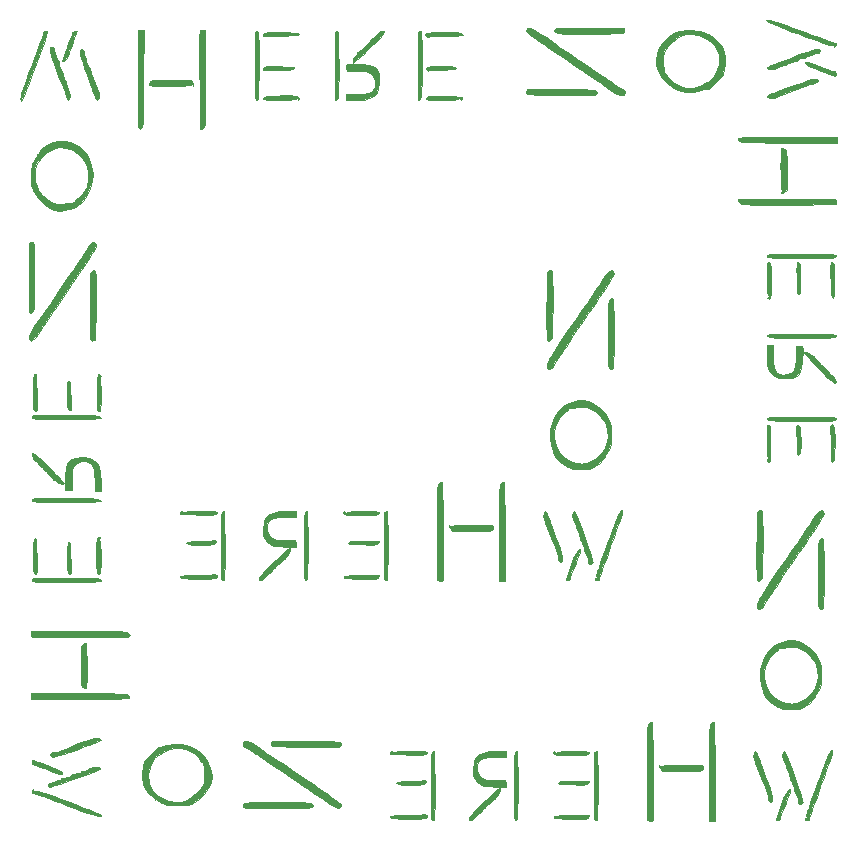
<source format=gbr>
G04 #@! TF.GenerationSoftware,KiCad,Pcbnew,(5.1.0-964-gdaad58e51)*
G04 #@! TF.CreationDate,2019-06-13T01:55:35-07:00*
G04 #@! TF.ProjectId,nowhere,6e6f7768-6572-4652-9e6b-696361645f70,rev?*
G04 #@! TF.SameCoordinates,Original*
G04 #@! TF.FileFunction,Legend,Bot*
G04 #@! TF.FilePolarity,Positive*
%FSLAX46Y46*%
G04 Gerber Fmt 4.6, Leading zero omitted, Abs format (unit mm)*
G04 Created by KiCad (PCBNEW (5.1.0-964-gdaad58e51)) date 2019-06-13 01:55:35*
%MOMM*%
%LPD*%
G04 APERTURE LIST*
%ADD10C,0.010000*%
G04 APERTURE END LIST*
D10*
G36*
X127451129Y-27326771D02*
G01*
X127495778Y-27360935D01*
X127565185Y-27389586D01*
X127673862Y-27413302D01*
X127836323Y-27432664D01*
X128067079Y-27448250D01*
X128380643Y-27460640D01*
X128791528Y-27470411D01*
X129314246Y-27478145D01*
X129963310Y-27484419D01*
X130753233Y-27489813D01*
X131659667Y-27494711D01*
X135720667Y-27515090D01*
X135720667Y-27008667D01*
X135191500Y-27006922D01*
X133864809Y-27003801D01*
X132640420Y-27003454D01*
X131525576Y-27005798D01*
X130527523Y-27010750D01*
X129653507Y-27018228D01*
X128910771Y-27028150D01*
X128306561Y-27040433D01*
X127848121Y-27054995D01*
X127542698Y-27071754D01*
X127397535Y-27090627D01*
X127387121Y-27095678D01*
X127369985Y-27217336D01*
X127451129Y-27326771D01*
G37*
X127451129Y-27326771D02*
X127495778Y-27360935D01*
X127565185Y-27389586D01*
X127673862Y-27413302D01*
X127836323Y-27432664D01*
X128067079Y-27448250D01*
X128380643Y-27460640D01*
X128791528Y-27470411D01*
X129314246Y-27478145D01*
X129963310Y-27484419D01*
X130753233Y-27489813D01*
X131659667Y-27494711D01*
X135720667Y-27515090D01*
X135720667Y-27008667D01*
X135191500Y-27006922D01*
X133864809Y-27003801D01*
X132640420Y-27003454D01*
X131525576Y-27005798D01*
X130527523Y-27010750D01*
X129653507Y-27018228D01*
X128910771Y-27028150D01*
X128306561Y-27040433D01*
X127848121Y-27054995D01*
X127542698Y-27071754D01*
X127397535Y-27090627D01*
X127387121Y-27095678D01*
X127369985Y-27217336D01*
X127451129Y-27326771D01*
G36*
X127440187Y-32552205D02*
G01*
X127612694Y-32671497D01*
X127647058Y-32685917D01*
X127795471Y-32708291D01*
X128108184Y-32726237D01*
X128580220Y-32739681D01*
X129206602Y-32748547D01*
X129982351Y-32752760D01*
X130902492Y-32752246D01*
X131776727Y-32748147D01*
X135678333Y-32723667D01*
X135705124Y-32490833D01*
X135701624Y-32322089D01*
X135604103Y-32258748D01*
X135493457Y-32249070D01*
X135276377Y-32244460D01*
X134927138Y-32241368D01*
X134465736Y-32239679D01*
X133912170Y-32239282D01*
X133286434Y-32240064D01*
X132608527Y-32241914D01*
X131898444Y-32244717D01*
X131176183Y-32248363D01*
X130461740Y-32252737D01*
X129775112Y-32257729D01*
X129136295Y-32263225D01*
X128565287Y-32269114D01*
X128082084Y-32275282D01*
X127706683Y-32281617D01*
X127459080Y-32288007D01*
X127359273Y-32294339D01*
X127358290Y-32294821D01*
X127342898Y-32409734D01*
X127440187Y-32552205D01*
G37*
X127440187Y-32552205D02*
X127612694Y-32671497D01*
X127647058Y-32685917D01*
X127795471Y-32708291D01*
X128108184Y-32726237D01*
X128580220Y-32739681D01*
X129206602Y-32748547D01*
X129982351Y-32752760D01*
X130902492Y-32752246D01*
X131776727Y-32748147D01*
X135678333Y-32723667D01*
X135705124Y-32490833D01*
X135701624Y-32322089D01*
X135604103Y-32258748D01*
X135493457Y-32249070D01*
X135276377Y-32244460D01*
X134927138Y-32241368D01*
X134465736Y-32239679D01*
X133912170Y-32239282D01*
X133286434Y-32240064D01*
X132608527Y-32241914D01*
X131898444Y-32244717D01*
X131176183Y-32248363D01*
X130461740Y-32252737D01*
X129775112Y-32257729D01*
X129136295Y-32263225D01*
X128565287Y-32269114D01*
X128082084Y-32275282D01*
X127706683Y-32281617D01*
X127459080Y-32288007D01*
X127359273Y-32294339D01*
X127358290Y-32294821D01*
X127342898Y-32409734D01*
X127440187Y-32552205D01*
G36*
X129852068Y-17225196D02*
G01*
X130143319Y-17367129D01*
X130594787Y-17560114D01*
X131206110Y-17803992D01*
X131976928Y-18098604D01*
X132376333Y-18247912D01*
X133128227Y-18526970D01*
X133737440Y-18751617D01*
X134219871Y-18926827D01*
X134591420Y-19057573D01*
X134867985Y-19148827D01*
X135065465Y-19205563D01*
X135199758Y-19232755D01*
X135286764Y-19235374D01*
X135342381Y-19218394D01*
X135381401Y-19187880D01*
X135454125Y-19140568D01*
X135451547Y-19208750D01*
X135487969Y-19336562D01*
X135530167Y-19363972D01*
X135615971Y-19328921D01*
X135636000Y-19226389D01*
X135627343Y-19081449D01*
X135614833Y-19042944D01*
X135525088Y-19025910D01*
X135424333Y-19009565D01*
X135305294Y-18973890D01*
X135048789Y-18885386D01*
X134675556Y-18751600D01*
X134206334Y-18580078D01*
X133661862Y-18378366D01*
X133062877Y-18154009D01*
X132788149Y-18050347D01*
X132038456Y-17768616D01*
X131428816Y-17544144D01*
X130941976Y-17371503D01*
X130560687Y-17245268D01*
X130267697Y-17160011D01*
X130045754Y-17110305D01*
X129877609Y-17090724D01*
X129751667Y-17095121D01*
X129721397Y-17134474D01*
X129852068Y-17225196D01*
G37*
X129852068Y-17225196D02*
X130143319Y-17367129D01*
X130594787Y-17560114D01*
X131206110Y-17803992D01*
X131976928Y-18098604D01*
X132376333Y-18247912D01*
X133128227Y-18526970D01*
X133737440Y-18751617D01*
X134219871Y-18926827D01*
X134591420Y-19057573D01*
X134867985Y-19148827D01*
X135065465Y-19205563D01*
X135199758Y-19232755D01*
X135286764Y-19235374D01*
X135342381Y-19218394D01*
X135381401Y-19187880D01*
X135454125Y-19140568D01*
X135451547Y-19208750D01*
X135487969Y-19336562D01*
X135530167Y-19363972D01*
X135615971Y-19328921D01*
X135636000Y-19226389D01*
X135627343Y-19081449D01*
X135614833Y-19042944D01*
X135525088Y-19025910D01*
X135424333Y-19009565D01*
X135305294Y-18973890D01*
X135048789Y-18885386D01*
X134675556Y-18751600D01*
X134206334Y-18580078D01*
X133661862Y-18378366D01*
X133062877Y-18154009D01*
X132788149Y-18050347D01*
X132038456Y-17768616D01*
X131428816Y-17544144D01*
X130941976Y-17371503D01*
X130560687Y-17245268D01*
X130267697Y-17160011D01*
X130045754Y-17110305D01*
X129877609Y-17090724D01*
X129751667Y-17095121D01*
X129721397Y-17134474D01*
X129852068Y-17225196D01*
G36*
X133069352Y-20779793D02*
G01*
X133235719Y-20921358D01*
X133528784Y-21079019D01*
X133815667Y-21198235D01*
X134086772Y-21299076D01*
X134415514Y-21419334D01*
X134764468Y-21545590D01*
X135096211Y-21664422D01*
X135373317Y-21762411D01*
X135558364Y-21826135D01*
X135614833Y-21843426D01*
X135643539Y-21779356D01*
X135627428Y-21638760D01*
X135581263Y-21503622D01*
X135545700Y-21459518D01*
X135428425Y-21439866D01*
X135405324Y-21453787D01*
X135305967Y-21456083D01*
X135262790Y-21429753D01*
X135141790Y-21365831D01*
X134908849Y-21266282D01*
X134611850Y-21151435D01*
X134577667Y-21138866D01*
X134205150Y-21000992D01*
X133822522Y-20856814D01*
X133544374Y-20749862D01*
X133238942Y-20650626D01*
X133073315Y-20646384D01*
X133048362Y-20667250D01*
X133069352Y-20779793D01*
G37*
X133069352Y-20779793D02*
X133235719Y-20921358D01*
X133528784Y-21079019D01*
X133815667Y-21198235D01*
X134086772Y-21299076D01*
X134415514Y-21419334D01*
X134764468Y-21545590D01*
X135096211Y-21664422D01*
X135373317Y-21762411D01*
X135558364Y-21826135D01*
X135614833Y-21843426D01*
X135643539Y-21779356D01*
X135627428Y-21638760D01*
X135581263Y-21503622D01*
X135545700Y-21459518D01*
X135428425Y-21439866D01*
X135405324Y-21453787D01*
X135305967Y-21456083D01*
X135262790Y-21429753D01*
X135141790Y-21365831D01*
X134908849Y-21266282D01*
X134611850Y-21151435D01*
X134577667Y-21138866D01*
X134205150Y-21000992D01*
X133822522Y-20856814D01*
X133544374Y-20749862D01*
X133238942Y-20650626D01*
X133073315Y-20646384D01*
X133048362Y-20667250D01*
X133069352Y-20779793D01*
G36*
X129862542Y-37161960D02*
G01*
X129927925Y-37201941D01*
X130042410Y-37214318D01*
X130305185Y-37225622D01*
X130695209Y-37235485D01*
X131191439Y-37243536D01*
X131772833Y-37249405D01*
X132418350Y-37252721D01*
X132848925Y-37253333D01*
X133608830Y-37253014D01*
X134216420Y-37251383D01*
X134688711Y-37247432D01*
X135042719Y-37240151D01*
X135295464Y-37228531D01*
X135463960Y-37211561D01*
X135565226Y-37188234D01*
X135616278Y-37157539D01*
X135634134Y-37118468D01*
X135636000Y-37088020D01*
X135630746Y-37043882D01*
X135603904Y-37008370D01*
X135538849Y-36980530D01*
X135418959Y-36959407D01*
X135227608Y-36944048D01*
X134948175Y-36933498D01*
X134564036Y-36926804D01*
X134058566Y-36923012D01*
X133415143Y-36921167D01*
X132715000Y-36920392D01*
X131916814Y-36920737D01*
X131272772Y-36923563D01*
X130767691Y-36929462D01*
X130386393Y-36939024D01*
X130113697Y-36952844D01*
X129934422Y-36971512D01*
X129833390Y-36995621D01*
X129795418Y-37025763D01*
X129794000Y-37034314D01*
X129862542Y-37161960D01*
G37*
X129862542Y-37161960D02*
X129927925Y-37201941D01*
X130042410Y-37214318D01*
X130305185Y-37225622D01*
X130695209Y-37235485D01*
X131191439Y-37243536D01*
X131772833Y-37249405D01*
X132418350Y-37252721D01*
X132848925Y-37253333D01*
X133608830Y-37253014D01*
X134216420Y-37251383D01*
X134688711Y-37247432D01*
X135042719Y-37240151D01*
X135295464Y-37228531D01*
X135463960Y-37211561D01*
X135565226Y-37188234D01*
X135616278Y-37157539D01*
X135634134Y-37118468D01*
X135636000Y-37088020D01*
X135630746Y-37043882D01*
X135603904Y-37008370D01*
X135538849Y-36980530D01*
X135418959Y-36959407D01*
X135227608Y-36944048D01*
X134948175Y-36933498D01*
X134564036Y-36926804D01*
X134058566Y-36923012D01*
X133415143Y-36921167D01*
X132715000Y-36920392D01*
X131916814Y-36920737D01*
X131272772Y-36923563D01*
X130767691Y-36929462D01*
X130386393Y-36939024D01*
X130113697Y-36952844D01*
X129934422Y-36971512D01*
X129833390Y-36995621D01*
X129795418Y-37025763D01*
X129794000Y-37034314D01*
X129862542Y-37161960D01*
G36*
X129816760Y-43829826D02*
G01*
X129894932Y-43888568D01*
X130043350Y-43934750D01*
X130276850Y-43969607D01*
X130610268Y-43994374D01*
X131058440Y-44010286D01*
X131636200Y-44018577D01*
X132358385Y-44020484D01*
X132935253Y-44018782D01*
X133682977Y-44014987D01*
X134278591Y-44010310D01*
X134739320Y-44003683D01*
X135082387Y-43994039D01*
X135325016Y-43980309D01*
X135484431Y-43961426D01*
X135577856Y-43936321D01*
X135622515Y-43903928D01*
X135635631Y-43863178D01*
X135636000Y-43851347D01*
X135628531Y-43809813D01*
X135595078Y-43776352D01*
X135519071Y-43750050D01*
X135383939Y-43729994D01*
X135173114Y-43715268D01*
X134870023Y-43704960D01*
X134458098Y-43698155D01*
X133920769Y-43693938D01*
X133241464Y-43691396D01*
X132715000Y-43690207D01*
X132030822Y-43690884D01*
X131403570Y-43695417D01*
X130852542Y-43703361D01*
X130397035Y-43714274D01*
X130056348Y-43727713D01*
X129849776Y-43743235D01*
X129794000Y-43757288D01*
X129816760Y-43829826D01*
G37*
X129816760Y-43829826D02*
X129894932Y-43888568D01*
X130043350Y-43934750D01*
X130276850Y-43969607D01*
X130610268Y-43994374D01*
X131058440Y-44010286D01*
X131636200Y-44018577D01*
X132358385Y-44020484D01*
X132935253Y-44018782D01*
X133682977Y-44014987D01*
X134278591Y-44010310D01*
X134739320Y-44003683D01*
X135082387Y-43994039D01*
X135325016Y-43980309D01*
X135484431Y-43961426D01*
X135577856Y-43936321D01*
X135622515Y-43903928D01*
X135635631Y-43863178D01*
X135636000Y-43851347D01*
X135628531Y-43809813D01*
X135595078Y-43776352D01*
X135519071Y-43750050D01*
X135383939Y-43729994D01*
X135173114Y-43715268D01*
X134870023Y-43704960D01*
X134458098Y-43698155D01*
X133920769Y-43693938D01*
X133241464Y-43691396D01*
X132715000Y-43690207D01*
X132030822Y-43690884D01*
X131403570Y-43695417D01*
X130852542Y-43703361D01*
X130397035Y-43714274D01*
X130056348Y-43727713D01*
X129849776Y-43743235D01*
X129794000Y-43757288D01*
X129816760Y-43829826D01*
G36*
X132982483Y-45338821D02*
G01*
X133134482Y-45515654D01*
X133359491Y-45760742D01*
X133634334Y-46048155D01*
X133636055Y-46049922D01*
X133946761Y-46372227D01*
X134243314Y-46685585D01*
X134488721Y-46950590D01*
X134627307Y-47105872D01*
X134819397Y-47300576D01*
X135058127Y-47504481D01*
X135298867Y-47683781D01*
X135496989Y-47804664D01*
X135591984Y-47836667D01*
X135645612Y-47775575D01*
X135618466Y-47625373D01*
X135526881Y-47435675D01*
X135407883Y-47277530D01*
X135242242Y-47128057D01*
X135112666Y-47059838D01*
X135090383Y-47060555D01*
X135047302Y-47047370D01*
X135065274Y-47024503D01*
X135062533Y-46927588D01*
X134968571Y-46792024D01*
X134834558Y-46670813D01*
X134813602Y-46661630D01*
X134813602Y-46749648D01*
X134860918Y-46770248D01*
X134951812Y-46855499D01*
X134933166Y-46904509D01*
X134921330Y-46905333D01*
X134849717Y-46845196D01*
X134823582Y-46807585D01*
X134813602Y-46749648D01*
X134813602Y-46661630D01*
X134711660Y-46616954D01*
X134679278Y-46624691D01*
X134635196Y-46622513D01*
X134657770Y-46574049D01*
X134647498Y-46472855D01*
X134546656Y-46424826D01*
X134381243Y-46319500D01*
X134321945Y-46222577D01*
X134225894Y-46065205D01*
X134055503Y-45884430D01*
X134027503Y-45860135D01*
X133884482Y-45712992D01*
X133834851Y-45604704D01*
X133841528Y-45588842D01*
X133841061Y-45561392D01*
X133800293Y-45580842D01*
X133682575Y-45564685D01*
X133581080Y-45468024D01*
X133457826Y-45363140D01*
X133275312Y-45274425D01*
X133089788Y-45220088D01*
X132957506Y-45218339D01*
X132926667Y-45256172D01*
X132982483Y-45338821D01*
G37*
X132982483Y-45338821D02*
X133134482Y-45515654D01*
X133359491Y-45760742D01*
X133634334Y-46048155D01*
X133636055Y-46049922D01*
X133946761Y-46372227D01*
X134243314Y-46685585D01*
X134488721Y-46950590D01*
X134627307Y-47105872D01*
X134819397Y-47300576D01*
X135058127Y-47504481D01*
X135298867Y-47683781D01*
X135496989Y-47804664D01*
X135591984Y-47836667D01*
X135645612Y-47775575D01*
X135618466Y-47625373D01*
X135526881Y-47435675D01*
X135407883Y-47277530D01*
X135242242Y-47128057D01*
X135112666Y-47059838D01*
X135090383Y-47060555D01*
X135047302Y-47047370D01*
X135065274Y-47024503D01*
X135062533Y-46927588D01*
X134968571Y-46792024D01*
X134834558Y-46670813D01*
X134813602Y-46661630D01*
X134813602Y-46749648D01*
X134860918Y-46770248D01*
X134951812Y-46855499D01*
X134933166Y-46904509D01*
X134921330Y-46905333D01*
X134849717Y-46845196D01*
X134823582Y-46807585D01*
X134813602Y-46749648D01*
X134813602Y-46661630D01*
X134711660Y-46616954D01*
X134679278Y-46624691D01*
X134635196Y-46622513D01*
X134657770Y-46574049D01*
X134647498Y-46472855D01*
X134546656Y-46424826D01*
X134381243Y-46319500D01*
X134321945Y-46222577D01*
X134225894Y-46065205D01*
X134055503Y-45884430D01*
X134027503Y-45860135D01*
X133884482Y-45712992D01*
X133834851Y-45604704D01*
X133841528Y-45588842D01*
X133841061Y-45561392D01*
X133800293Y-45580842D01*
X133682575Y-45564685D01*
X133581080Y-45468024D01*
X133457826Y-45363140D01*
X133275312Y-45274425D01*
X133089788Y-45220088D01*
X132957506Y-45218339D01*
X132926667Y-45256172D01*
X132982483Y-45338821D01*
G36*
X129805238Y-50856398D02*
G01*
X129849703Y-50913664D01*
X129943521Y-50958755D01*
X130102819Y-50993103D01*
X130343723Y-51018140D01*
X130682358Y-51035300D01*
X131134853Y-51046013D01*
X131717331Y-51051714D01*
X132445921Y-51053833D01*
X132816600Y-51054000D01*
X133581258Y-51053705D01*
X134193509Y-51052150D01*
X134670278Y-51048331D01*
X135028490Y-51041245D01*
X135285072Y-51029888D01*
X135456948Y-51013256D01*
X135561044Y-50990345D01*
X135614286Y-50960151D01*
X135633599Y-50921671D01*
X135636000Y-50886785D01*
X135631140Y-50842151D01*
X135605473Y-50806261D01*
X135542369Y-50778164D01*
X135425200Y-50756912D01*
X135237336Y-50741553D01*
X134962146Y-50731138D01*
X134583002Y-50724717D01*
X134083273Y-50721340D01*
X133446331Y-50720056D01*
X132715000Y-50719909D01*
X132030816Y-50721809D01*
X131403560Y-50727054D01*
X130852530Y-50735213D01*
X130397022Y-50745850D01*
X130056336Y-50758534D01*
X129849770Y-50772829D01*
X129794000Y-50785524D01*
X129805238Y-50856398D01*
G37*
X129805238Y-50856398D02*
X129849703Y-50913664D01*
X129943521Y-50958755D01*
X130102819Y-50993103D01*
X130343723Y-51018140D01*
X130682358Y-51035300D01*
X131134853Y-51046013D01*
X131717331Y-51051714D01*
X132445921Y-51053833D01*
X132816600Y-51054000D01*
X133581258Y-51053705D01*
X134193509Y-51052150D01*
X134670278Y-51048331D01*
X135028490Y-51041245D01*
X135285072Y-51029888D01*
X135456948Y-51013256D01*
X135561044Y-50990345D01*
X135614286Y-50960151D01*
X135633599Y-50921671D01*
X135636000Y-50886785D01*
X135631140Y-50842151D01*
X135605473Y-50806261D01*
X135542369Y-50778164D01*
X135425200Y-50756912D01*
X135237336Y-50741553D01*
X134962146Y-50731138D01*
X134583002Y-50724717D01*
X134083273Y-50721340D01*
X133446331Y-50720056D01*
X132715000Y-50719909D01*
X132030816Y-50721809D01*
X131403560Y-50727054D01*
X130852530Y-50735213D01*
X130397022Y-50745850D01*
X130056336Y-50758534D01*
X129849770Y-50772829D01*
X129794000Y-50785524D01*
X129805238Y-50856398D01*
G36*
X135201774Y-38743033D02*
G01*
X135213629Y-39179410D01*
X135230355Y-39611505D01*
X135250857Y-40004773D01*
X135274045Y-40324668D01*
X135298824Y-40536646D01*
X135318500Y-40604797D01*
X135384866Y-40640069D01*
X135435690Y-40585531D01*
X135473345Y-40425171D01*
X135500203Y-40142978D01*
X135518635Y-39722938D01*
X135530644Y-39172672D01*
X135536704Y-38648706D01*
X135534484Y-38268525D01*
X135522052Y-38006701D01*
X135497476Y-37837805D01*
X135458821Y-37736408D01*
X135417782Y-37687929D01*
X135287093Y-37624863D01*
X135224902Y-37645596D01*
X135206352Y-37753654D01*
X135197043Y-37995610D01*
X135195881Y-38336918D01*
X135201774Y-38743033D01*
G37*
X135201774Y-38743033D02*
X135213629Y-39179410D01*
X135230355Y-39611505D01*
X135250857Y-40004773D01*
X135274045Y-40324668D01*
X135298824Y-40536646D01*
X135318500Y-40604797D01*
X135384866Y-40640069D01*
X135435690Y-40585531D01*
X135473345Y-40425171D01*
X135500203Y-40142978D01*
X135518635Y-39722938D01*
X135530644Y-39172672D01*
X135536704Y-38648706D01*
X135534484Y-38268525D01*
X135522052Y-38006701D01*
X135497476Y-37837805D01*
X135458821Y-37736408D01*
X135417782Y-37687929D01*
X135287093Y-37624863D01*
X135224902Y-37645596D01*
X135206352Y-37753654D01*
X135197043Y-37995610D01*
X135195881Y-38336918D01*
X135201774Y-38743033D01*
G36*
X135158688Y-51627825D02*
G01*
X135174615Y-51733156D01*
X135189929Y-51978112D01*
X135203427Y-52332987D01*
X135213905Y-52768073D01*
X135218890Y-53113200D01*
X135227866Y-53580793D01*
X135243280Y-53983000D01*
X135263440Y-54292067D01*
X135286655Y-54480238D01*
X135304934Y-54525333D01*
X135396335Y-54478234D01*
X135464132Y-54326924D01*
X135510579Y-54056386D01*
X135537928Y-53651604D01*
X135548434Y-53097560D01*
X135548640Y-52901066D01*
X135542644Y-52343895D01*
X135526294Y-51936875D01*
X135498072Y-51661058D01*
X135456460Y-51497491D01*
X135432787Y-51455228D01*
X135332216Y-51356003D01*
X135245860Y-51396819D01*
X135216524Y-51430352D01*
X135150845Y-51567310D01*
X135158688Y-51627825D01*
G37*
X135158688Y-51627825D02*
X135174615Y-51733156D01*
X135189929Y-51978112D01*
X135203427Y-52332987D01*
X135213905Y-52768073D01*
X135218890Y-53113200D01*
X135227866Y-53580793D01*
X135243280Y-53983000D01*
X135263440Y-54292067D01*
X135286655Y-54480238D01*
X135304934Y-54525333D01*
X135396335Y-54478234D01*
X135464132Y-54326924D01*
X135510579Y-54056386D01*
X135537928Y-53651604D01*
X135548434Y-53097560D01*
X135548640Y-52901066D01*
X135542644Y-52343895D01*
X135526294Y-51936875D01*
X135498072Y-51661058D01*
X135456460Y-51497491D01*
X135432787Y-51455228D01*
X135332216Y-51356003D01*
X135245860Y-51396819D01*
X135216524Y-51430352D01*
X135150845Y-51567310D01*
X135158688Y-51627825D01*
G36*
X129939258Y-21236420D02*
G01*
X130163515Y-21270970D01*
X130453546Y-21223431D01*
X130721436Y-21118341D01*
X130987242Y-21000953D01*
X131217538Y-20926491D01*
X131309129Y-20912667D01*
X131451456Y-20878798D01*
X131487333Y-20828000D01*
X131535041Y-20753533D01*
X131550833Y-20753359D01*
X131677833Y-20742776D01*
X131820964Y-20698259D01*
X131970551Y-20658873D01*
X132143500Y-20617578D01*
X132329734Y-20556901D01*
X132417634Y-20495082D01*
X132418667Y-20489333D01*
X132491741Y-20430893D01*
X132666883Y-20370227D01*
X132877968Y-20324744D01*
X133058870Y-20311851D01*
X133083330Y-20314364D01*
X133153714Y-20283051D01*
X133133748Y-20227914D01*
X133118178Y-20163423D01*
X133157301Y-20178559D01*
X133283323Y-20178656D01*
X133483537Y-20110192D01*
X133530216Y-20087767D01*
X133758821Y-19987861D01*
X133945245Y-19932722D01*
X133963833Y-19930376D01*
X134140178Y-19913621D01*
X134196667Y-19907250D01*
X134265905Y-19826827D01*
X134281333Y-19728282D01*
X134239689Y-19603256D01*
X134086866Y-19567563D01*
X134048500Y-19568249D01*
X133898935Y-19598570D01*
X133628717Y-19677580D01*
X133262991Y-19796048D01*
X132826906Y-19944742D01*
X132345610Y-20114431D01*
X131844248Y-20295886D01*
X131347970Y-20479873D01*
X130881922Y-20657164D01*
X130471251Y-20818526D01*
X130141106Y-20954730D01*
X129916633Y-21056543D01*
X129822981Y-21114735D01*
X129821906Y-21119717D01*
X129939258Y-21236420D01*
G37*
X129939258Y-21236420D02*
X130163515Y-21270970D01*
X130453546Y-21223431D01*
X130721436Y-21118341D01*
X130987242Y-21000953D01*
X131217538Y-20926491D01*
X131309129Y-20912667D01*
X131451456Y-20878798D01*
X131487333Y-20828000D01*
X131535041Y-20753533D01*
X131550833Y-20753359D01*
X131677833Y-20742776D01*
X131820964Y-20698259D01*
X131970551Y-20658873D01*
X132143500Y-20617578D01*
X132329734Y-20556901D01*
X132417634Y-20495082D01*
X132418667Y-20489333D01*
X132491741Y-20430893D01*
X132666883Y-20370227D01*
X132877968Y-20324744D01*
X133058870Y-20311851D01*
X133083330Y-20314364D01*
X133153714Y-20283051D01*
X133133748Y-20227914D01*
X133118178Y-20163423D01*
X133157301Y-20178559D01*
X133283323Y-20178656D01*
X133483537Y-20110192D01*
X133530216Y-20087767D01*
X133758821Y-19987861D01*
X133945245Y-19932722D01*
X133963833Y-19930376D01*
X134140178Y-19913621D01*
X134196667Y-19907250D01*
X134265905Y-19826827D01*
X134281333Y-19728282D01*
X134239689Y-19603256D01*
X134086866Y-19567563D01*
X134048500Y-19568249D01*
X133898935Y-19598570D01*
X133628717Y-19677580D01*
X133262991Y-19796048D01*
X132826906Y-19944742D01*
X132345610Y-20114431D01*
X131844248Y-20295886D01*
X131347970Y-20479873D01*
X130881922Y-20657164D01*
X130471251Y-20818526D01*
X130141106Y-20954730D01*
X129916633Y-21056543D01*
X129822981Y-21114735D01*
X129821906Y-21119717D01*
X129939258Y-21236420D01*
G36*
X129867399Y-23648752D02*
G01*
X130044050Y-23708928D01*
X130258636Y-23721888D01*
X130385885Y-23698150D01*
X130781356Y-23563114D01*
X131224540Y-23403292D01*
X131671602Y-23235388D01*
X132078706Y-23076108D01*
X132402013Y-22942157D01*
X132562462Y-22868700D01*
X132810068Y-22755409D01*
X133015752Y-22679073D01*
X133070462Y-22665496D01*
X133272274Y-22604299D01*
X133392333Y-22549801D01*
X133569183Y-22492115D01*
X133662806Y-22495932D01*
X133825026Y-22486872D01*
X133998135Y-22396020D01*
X134104628Y-22269176D01*
X134112000Y-22230488D01*
X134032949Y-22143452D01*
X133852487Y-22120874D01*
X133852487Y-22288092D01*
X133858000Y-22299673D01*
X133798396Y-22376938D01*
X133773333Y-22394333D01*
X133694179Y-22415908D01*
X133688667Y-22404327D01*
X133748270Y-22327061D01*
X133773333Y-22309667D01*
X133852487Y-22288092D01*
X133852487Y-22120874D01*
X133805003Y-22114933D01*
X133624190Y-22143982D01*
X133319183Y-22224362D01*
X132923568Y-22345922D01*
X132470927Y-22498513D01*
X132132837Y-22620315D01*
X131640558Y-22802563D01*
X131164466Y-22978835D01*
X130743925Y-23134553D01*
X130418301Y-23255143D01*
X130280833Y-23306064D01*
X130025312Y-23411296D01*
X129849018Y-23504096D01*
X129794000Y-23556944D01*
X129867399Y-23648752D01*
G37*
X129867399Y-23648752D02*
X130044050Y-23708928D01*
X130258636Y-23721888D01*
X130385885Y-23698150D01*
X130781356Y-23563114D01*
X131224540Y-23403292D01*
X131671602Y-23235388D01*
X132078706Y-23076108D01*
X132402013Y-22942157D01*
X132562462Y-22868700D01*
X132810068Y-22755409D01*
X133015752Y-22679073D01*
X133070462Y-22665496D01*
X133272274Y-22604299D01*
X133392333Y-22549801D01*
X133569183Y-22492115D01*
X133662806Y-22495932D01*
X133825026Y-22486872D01*
X133998135Y-22396020D01*
X134104628Y-22269176D01*
X134112000Y-22230488D01*
X134032949Y-22143452D01*
X133852487Y-22120874D01*
X133852487Y-22288092D01*
X133858000Y-22299673D01*
X133798396Y-22376938D01*
X133773333Y-22394333D01*
X133694179Y-22415908D01*
X133688667Y-22404327D01*
X133748270Y-22327061D01*
X133773333Y-22309667D01*
X133852487Y-22288092D01*
X133852487Y-22120874D01*
X133805003Y-22114933D01*
X133624190Y-22143982D01*
X133319183Y-22224362D01*
X132923568Y-22345922D01*
X132470927Y-22498513D01*
X132132837Y-22620315D01*
X131640558Y-22802563D01*
X131164466Y-22978835D01*
X130743925Y-23134553D01*
X130418301Y-23255143D01*
X130280833Y-23306064D01*
X130025312Y-23411296D01*
X129849018Y-23504096D01*
X129794000Y-23556944D01*
X129867399Y-23648752D01*
G36*
X129827398Y-46139285D02*
G01*
X129934725Y-46638391D01*
X130126680Y-47006336D01*
X130413962Y-47256082D01*
X130807271Y-47400592D01*
X131317306Y-47452827D01*
X131409712Y-47453490D01*
X131864580Y-47426767D01*
X132210179Y-47337290D01*
X132461786Y-47165861D01*
X132634678Y-46893283D01*
X132744135Y-46500361D01*
X132805432Y-45967896D01*
X132821282Y-45679803D01*
X132832986Y-45299144D01*
X132834063Y-44984015D01*
X132824943Y-44770895D01*
X132809749Y-44697426D01*
X132715000Y-44677478D01*
X132715000Y-45212000D01*
X132757333Y-45254333D01*
X132715000Y-45296667D01*
X132672667Y-45254333D01*
X132715000Y-45212000D01*
X132715000Y-44677478D01*
X132697625Y-44673819D01*
X132503815Y-44685869D01*
X132249333Y-44723219D01*
X132249017Y-45581443D01*
X132242699Y-46005821D01*
X132220065Y-46302696D01*
X132175032Y-46513592D01*
X132101523Y-46680030D01*
X132083732Y-46710221D01*
X131833131Y-46968649D01*
X131489225Y-47112529D01*
X131094691Y-47128222D01*
X130903567Y-47087336D01*
X130667872Y-46974909D01*
X130498034Y-46785674D01*
X130385902Y-46497814D01*
X130323326Y-46089512D01*
X130302154Y-45538951D01*
X130302000Y-45477171D01*
X130302000Y-44645102D01*
X130048000Y-44637881D01*
X129794000Y-44630659D01*
X129794000Y-45496056D01*
X129827398Y-46139285D01*
G37*
X129827398Y-46139285D02*
X129934725Y-46638391D01*
X130126680Y-47006336D01*
X130413962Y-47256082D01*
X130807271Y-47400592D01*
X131317306Y-47452827D01*
X131409712Y-47453490D01*
X131864580Y-47426767D01*
X132210179Y-47337290D01*
X132461786Y-47165861D01*
X132634678Y-46893283D01*
X132744135Y-46500361D01*
X132805432Y-45967896D01*
X132821282Y-45679803D01*
X132832986Y-45299144D01*
X132834063Y-44984015D01*
X132824943Y-44770895D01*
X132809749Y-44697426D01*
X132715000Y-44677478D01*
X132715000Y-45212000D01*
X132757333Y-45254333D01*
X132715000Y-45296667D01*
X132672667Y-45254333D01*
X132715000Y-45212000D01*
X132715000Y-44677478D01*
X132697625Y-44673819D01*
X132503815Y-44685869D01*
X132249333Y-44723219D01*
X132249017Y-45581443D01*
X132242699Y-46005821D01*
X132220065Y-46302696D01*
X132175032Y-46513592D01*
X132101523Y-46680030D01*
X132083732Y-46710221D01*
X131833131Y-46968649D01*
X131489225Y-47112529D01*
X131094691Y-47128222D01*
X130903567Y-47087336D01*
X130667872Y-46974909D01*
X130498034Y-46785674D01*
X130385902Y-46497814D01*
X130323326Y-46089512D01*
X130302154Y-45538951D01*
X130302000Y-45477171D01*
X130302000Y-44645102D01*
X130048000Y-44637881D01*
X129794000Y-44630659D01*
X129794000Y-45496056D01*
X129827398Y-46139285D01*
G36*
X132329835Y-38704096D02*
G01*
X132330280Y-38718148D01*
X132343817Y-39143840D01*
X132355849Y-39528936D01*
X132365026Y-39829825D01*
X132369872Y-39997944D01*
X132404548Y-40173794D01*
X132475187Y-40277311D01*
X132547494Y-40275903D01*
X132580216Y-40197852D01*
X132590632Y-40076095D01*
X132604473Y-39820749D01*
X132620040Y-39467481D01*
X132635635Y-39051958D01*
X132637786Y-38989000D01*
X132650081Y-38512680D01*
X132648068Y-38175949D01*
X132629657Y-37949504D01*
X132592758Y-37804040D01*
X132547667Y-37725181D01*
X132430309Y-37623351D01*
X132358782Y-37623662D01*
X132337606Y-37727615D01*
X132325115Y-37965692D01*
X132322220Y-38302863D01*
X132329835Y-38704096D01*
G37*
X132329835Y-38704096D02*
X132330280Y-38718148D01*
X132343817Y-39143840D01*
X132355849Y-39528936D01*
X132365026Y-39829825D01*
X132369872Y-39997944D01*
X132404548Y-40173794D01*
X132475187Y-40277311D01*
X132547494Y-40275903D01*
X132580216Y-40197852D01*
X132590632Y-40076095D01*
X132604473Y-39820749D01*
X132620040Y-39467481D01*
X132635635Y-39051958D01*
X132637786Y-38989000D01*
X132650081Y-38512680D01*
X132648068Y-38175949D01*
X132629657Y-37949504D01*
X132592758Y-37804040D01*
X132547667Y-37725181D01*
X132430309Y-37623351D01*
X132358782Y-37623662D01*
X132337606Y-37727615D01*
X132325115Y-37965692D01*
X132322220Y-38302863D01*
X132329835Y-38704096D01*
G36*
X132283570Y-51718227D02*
G01*
X132302898Y-51889745D01*
X132322400Y-52187815D01*
X132339736Y-52569676D01*
X132352027Y-52969383D01*
X132368697Y-53438049D01*
X132393666Y-53750423D01*
X132428524Y-53919417D01*
X132473823Y-53958360D01*
X132553573Y-53892282D01*
X132609592Y-53749857D01*
X132645238Y-53508049D01*
X132663868Y-53143824D01*
X132668838Y-52634146D01*
X132668818Y-52620333D01*
X132659646Y-52139718D01*
X132632438Y-51806707D01*
X132584872Y-51600300D01*
X132548607Y-51532355D01*
X132412923Y-51427682D01*
X132309563Y-51468243D01*
X132272873Y-51629951D01*
X132283570Y-51718227D01*
G37*
X132283570Y-51718227D02*
X132302898Y-51889745D01*
X132322400Y-52187815D01*
X132339736Y-52569676D01*
X132352027Y-52969383D01*
X132368697Y-53438049D01*
X132393666Y-53750423D01*
X132428524Y-53919417D01*
X132473823Y-53958360D01*
X132553573Y-53892282D01*
X132609592Y-53749857D01*
X132645238Y-53508049D01*
X132663868Y-53143824D01*
X132668838Y-52634146D01*
X132668818Y-52620333D01*
X132659646Y-52139718D01*
X132632438Y-51806707D01*
X132584872Y-51600300D01*
X132548607Y-51532355D01*
X132412923Y-51427682D01*
X132309563Y-51468243D01*
X132272873Y-51629951D01*
X132283570Y-51718227D01*
G36*
X130973992Y-29968782D02*
G01*
X130984470Y-30431305D01*
X131000746Y-30848684D01*
X131022588Y-31190300D01*
X131049762Y-31425539D01*
X131073076Y-31512959D01*
X131109435Y-31638111D01*
X131052868Y-31665333D01*
X130991922Y-31697523D01*
X131004913Y-31719135D01*
X131105160Y-31716111D01*
X131271314Y-31633635D01*
X131273024Y-31632517D01*
X131487333Y-31492096D01*
X131487333Y-29803694D01*
X131486552Y-29228162D01*
X131482704Y-28798846D01*
X131473530Y-28492628D01*
X131456773Y-28286392D01*
X131430174Y-28157021D01*
X131391475Y-28081400D01*
X131338419Y-28036411D01*
X131313306Y-28022154D01*
X131138731Y-27960515D01*
X131045984Y-27960116D01*
X131016764Y-28050564D01*
X130994744Y-28279566D01*
X130979690Y-28616505D01*
X130971369Y-29030765D01*
X130969548Y-29491730D01*
X130973992Y-29968782D01*
G37*
X130973992Y-29968782D02*
X130984470Y-30431305D01*
X131000746Y-30848684D01*
X131022588Y-31190300D01*
X131049762Y-31425539D01*
X131073076Y-31512959D01*
X131109435Y-31638111D01*
X131052868Y-31665333D01*
X130991922Y-31697523D01*
X131004913Y-31719135D01*
X131105160Y-31716111D01*
X131271314Y-31633635D01*
X131273024Y-31632517D01*
X131487333Y-31492096D01*
X131487333Y-29803694D01*
X131486552Y-29228162D01*
X131482704Y-28798846D01*
X131473530Y-28492628D01*
X131456773Y-28286392D01*
X131430174Y-28157021D01*
X131391475Y-28081400D01*
X131338419Y-28036411D01*
X131313306Y-28022154D01*
X131138731Y-27960515D01*
X131045984Y-27960116D01*
X131016764Y-28050564D01*
X130994744Y-28279566D01*
X130979690Y-28616505D01*
X130971369Y-29030765D01*
X130969548Y-29491730D01*
X130973992Y-29968782D01*
G36*
X129791220Y-39129554D02*
G01*
X129801424Y-39540999D01*
X129820779Y-39905816D01*
X129849094Y-40188064D01*
X129886172Y-40351802D01*
X129899125Y-40372592D01*
X129959453Y-40476480D01*
X129890086Y-40548275D01*
X129823719Y-40627100D01*
X129875260Y-40680228D01*
X129995432Y-40706655D01*
X130069378Y-40588774D01*
X130090208Y-40499591D01*
X130127011Y-40347048D01*
X130144467Y-40301333D01*
X130159321Y-40192758D01*
X130168506Y-39953993D01*
X130172403Y-39624071D01*
X130171397Y-39242028D01*
X130165871Y-38846897D01*
X130156208Y-38477712D01*
X130142792Y-38173509D01*
X130126006Y-37973322D01*
X130121314Y-37944031D01*
X130059739Y-37703130D01*
X129987560Y-37606626D01*
X129886052Y-37629775D01*
X129884299Y-37630852D01*
X129845823Y-37736319D01*
X129817472Y-37974864D01*
X129799050Y-38310546D01*
X129790365Y-38707423D01*
X129791220Y-39129554D01*
G37*
X129791220Y-39129554D02*
X129801424Y-39540999D01*
X129820779Y-39905816D01*
X129849094Y-40188064D01*
X129886172Y-40351802D01*
X129899125Y-40372592D01*
X129959453Y-40476480D01*
X129890086Y-40548275D01*
X129823719Y-40627100D01*
X129875260Y-40680228D01*
X129995432Y-40706655D01*
X130069378Y-40588774D01*
X130090208Y-40499591D01*
X130127011Y-40347048D01*
X130144467Y-40301333D01*
X130159321Y-40192758D01*
X130168506Y-39953993D01*
X130172403Y-39624071D01*
X130171397Y-39242028D01*
X130165871Y-38846897D01*
X130156208Y-38477712D01*
X130142792Y-38173509D01*
X130126006Y-37973322D01*
X130121314Y-37944031D01*
X130059739Y-37703130D01*
X129987560Y-37606626D01*
X129886052Y-37629775D01*
X129884299Y-37630852D01*
X129845823Y-37736319D01*
X129817472Y-37974864D01*
X129799050Y-38310546D01*
X129790365Y-38707423D01*
X129791220Y-39129554D01*
G36*
X129800103Y-53343248D02*
G01*
X129818350Y-53779345D01*
X129848648Y-54049229D01*
X129887706Y-54149920D01*
X129926553Y-54225702D01*
X129867247Y-54278391D01*
X129797629Y-54362756D01*
X129856796Y-54452663D01*
X129975843Y-54510078D01*
X130025422Y-54491636D01*
X130047454Y-54389835D01*
X130067349Y-54152874D01*
X130084483Y-53814919D01*
X130098230Y-53410137D01*
X130107966Y-52972694D01*
X130113066Y-52536758D01*
X130112904Y-52136493D01*
X130106856Y-51806068D01*
X130094297Y-51579647D01*
X130080169Y-51498500D01*
X129964610Y-51401160D01*
X129913944Y-51392667D01*
X129867831Y-51419952D01*
X129834804Y-51516494D01*
X129812905Y-51704318D01*
X129800179Y-52005451D01*
X129794666Y-52441918D01*
X129794000Y-52742336D01*
X129800103Y-53343248D01*
G37*
X129800103Y-53343248D02*
X129818350Y-53779345D01*
X129848648Y-54049229D01*
X129887706Y-54149920D01*
X129926553Y-54225702D01*
X129867247Y-54278391D01*
X129797629Y-54362756D01*
X129856796Y-54452663D01*
X129975843Y-54510078D01*
X130025422Y-54491636D01*
X130047454Y-54389835D01*
X130067349Y-54152874D01*
X130084483Y-53814919D01*
X130098230Y-53410137D01*
X130107966Y-52972694D01*
X130113066Y-52536758D01*
X130112904Y-52136493D01*
X130106856Y-51806068D01*
X130094297Y-51579647D01*
X130080169Y-51498500D01*
X129964610Y-51401160D01*
X129913944Y-51392667D01*
X129867831Y-51419952D01*
X129834804Y-51516494D01*
X129812905Y-51704318D01*
X129800179Y-52005451D01*
X129794666Y-52441918D01*
X129794000Y-52742336D01*
X129800103Y-53343248D01*
G36*
X120434963Y-20794453D02*
G01*
X120536897Y-21176397D01*
X120679368Y-21565771D01*
X120839942Y-21893181D01*
X120860935Y-21927508D01*
X121244895Y-22384755D01*
X121744466Y-22751625D01*
X122325274Y-23016342D01*
X122952948Y-23167132D01*
X123593114Y-23192223D01*
X124211399Y-23079841D01*
X124218574Y-23077601D01*
X124500646Y-22993721D01*
X124735961Y-22931826D01*
X124830801Y-22912277D01*
X125024628Y-22826651D01*
X125276666Y-22638658D01*
X125549099Y-22385403D01*
X125804112Y-22103991D01*
X126003889Y-21831528D01*
X126083561Y-21683055D01*
X126213347Y-21256194D01*
X126281441Y-20763420D01*
X126283135Y-20275501D01*
X126213720Y-19863202D01*
X126206222Y-19839447D01*
X125988180Y-19334003D01*
X125712520Y-18954910D01*
X125481848Y-18770046D01*
X125309038Y-18646701D01*
X125223872Y-18543497D01*
X125222000Y-18532216D01*
X125169847Y-18486117D01*
X125137333Y-18499667D01*
X125058806Y-18504932D01*
X125052667Y-18483001D01*
X124982404Y-18412509D01*
X124800490Y-18301041D01*
X124608167Y-18202838D01*
X124369988Y-18101201D01*
X124141252Y-18037992D01*
X123869437Y-18004619D01*
X123502020Y-17992492D01*
X123457168Y-17992293D01*
X123457168Y-18278652D01*
X123985210Y-18346870D01*
X124426223Y-18508512D01*
X124994838Y-18884288D01*
X125408009Y-19323880D01*
X125664657Y-19825971D01*
X125735388Y-20108333D01*
X125774095Y-20324096D01*
X125800198Y-20451496D01*
X125804069Y-20463999D01*
X125794281Y-20548856D01*
X125757843Y-20749238D01*
X125721595Y-20929666D01*
X125534647Y-21512274D01*
X125231832Y-21982152D01*
X124797639Y-22362964D01*
X124769667Y-22381776D01*
X124182476Y-22684866D01*
X123582336Y-22835481D01*
X122991366Y-22837329D01*
X122431687Y-22694116D01*
X121925419Y-22409551D01*
X121494682Y-21987341D01*
X121368467Y-21811718D01*
X121252361Y-21668997D01*
X121169252Y-21625618D01*
X121166882Y-21626844D01*
X121135232Y-21634536D01*
X121110759Y-21593966D01*
X121089050Y-21477728D01*
X121065694Y-21258415D01*
X121036279Y-20908619D01*
X121021775Y-20725349D01*
X121001351Y-20364059D01*
X121013754Y-20107935D01*
X121067058Y-19894629D01*
X121155998Y-19689136D01*
X121404520Y-19312528D01*
X121765465Y-18939032D01*
X122187940Y-18616492D01*
X122462152Y-18461294D01*
X122927634Y-18316268D01*
X123457168Y-18278652D01*
X123457168Y-17992293D01*
X123317000Y-17991667D01*
X122906386Y-17996767D01*
X122611654Y-18018398D01*
X122379499Y-18066052D01*
X122156618Y-18149222D01*
X121988572Y-18228245D01*
X121486930Y-18547304D01*
X121053053Y-18963765D01*
X120710771Y-19443796D01*
X120483913Y-19953565D01*
X120396308Y-20459242D01*
X120396000Y-20489333D01*
X120434963Y-20794453D01*
G37*
X120434963Y-20794453D02*
X120536897Y-21176397D01*
X120679368Y-21565771D01*
X120839942Y-21893181D01*
X120860935Y-21927508D01*
X121244895Y-22384755D01*
X121744466Y-22751625D01*
X122325274Y-23016342D01*
X122952948Y-23167132D01*
X123593114Y-23192223D01*
X124211399Y-23079841D01*
X124218574Y-23077601D01*
X124500646Y-22993721D01*
X124735961Y-22931826D01*
X124830801Y-22912277D01*
X125024628Y-22826651D01*
X125276666Y-22638658D01*
X125549099Y-22385403D01*
X125804112Y-22103991D01*
X126003889Y-21831528D01*
X126083561Y-21683055D01*
X126213347Y-21256194D01*
X126281441Y-20763420D01*
X126283135Y-20275501D01*
X126213720Y-19863202D01*
X126206222Y-19839447D01*
X125988180Y-19334003D01*
X125712520Y-18954910D01*
X125481848Y-18770046D01*
X125309038Y-18646701D01*
X125223872Y-18543497D01*
X125222000Y-18532216D01*
X125169847Y-18486117D01*
X125137333Y-18499667D01*
X125058806Y-18504932D01*
X125052667Y-18483001D01*
X124982404Y-18412509D01*
X124800490Y-18301041D01*
X124608167Y-18202838D01*
X124369988Y-18101201D01*
X124141252Y-18037992D01*
X123869437Y-18004619D01*
X123502020Y-17992492D01*
X123457168Y-17992293D01*
X123457168Y-18278652D01*
X123985210Y-18346870D01*
X124426223Y-18508512D01*
X124994838Y-18884288D01*
X125408009Y-19323880D01*
X125664657Y-19825971D01*
X125735388Y-20108333D01*
X125774095Y-20324096D01*
X125800198Y-20451496D01*
X125804069Y-20463999D01*
X125794281Y-20548856D01*
X125757843Y-20749238D01*
X125721595Y-20929666D01*
X125534647Y-21512274D01*
X125231832Y-21982152D01*
X124797639Y-22362964D01*
X124769667Y-22381776D01*
X124182476Y-22684866D01*
X123582336Y-22835481D01*
X122991366Y-22837329D01*
X122431687Y-22694116D01*
X121925419Y-22409551D01*
X121494682Y-21987341D01*
X121368467Y-21811718D01*
X121252361Y-21668997D01*
X121169252Y-21625618D01*
X121166882Y-21626844D01*
X121135232Y-21634536D01*
X121110759Y-21593966D01*
X121089050Y-21477728D01*
X121065694Y-21258415D01*
X121036279Y-20908619D01*
X121021775Y-20725349D01*
X121001351Y-20364059D01*
X121013754Y-20107935D01*
X121067058Y-19894629D01*
X121155998Y-19689136D01*
X121404520Y-19312528D01*
X121765465Y-18939032D01*
X122187940Y-18616492D01*
X122462152Y-18461294D01*
X122927634Y-18316268D01*
X123457168Y-18278652D01*
X123457168Y-17992293D01*
X123317000Y-17991667D01*
X122906386Y-17996767D01*
X122611654Y-18018398D01*
X122379499Y-18066052D01*
X122156618Y-18149222D01*
X121988572Y-18228245D01*
X121486930Y-18547304D01*
X121053053Y-18963765D01*
X120710771Y-19443796D01*
X120483913Y-19953565D01*
X120396308Y-20459242D01*
X120396000Y-20489333D01*
X120434963Y-20794453D01*
G36*
X111834842Y-18050228D02*
G01*
X112020686Y-18181937D01*
X112127223Y-18212942D01*
X112321597Y-18236937D01*
X112617681Y-18254320D01*
X113029350Y-18265487D01*
X113570477Y-18270835D01*
X114254935Y-18270763D01*
X114977333Y-18266603D01*
X115731569Y-18260663D01*
X116333787Y-18254720D01*
X116801297Y-18247507D01*
X117151412Y-18237754D01*
X117401442Y-18224194D01*
X117568696Y-18205560D01*
X117670488Y-18180583D01*
X117724126Y-18147996D01*
X117746922Y-18106531D01*
X117755008Y-18063156D01*
X117739948Y-17894378D01*
X117692445Y-17825904D01*
X117586867Y-17811659D01*
X117336331Y-17799786D01*
X116965197Y-17790262D01*
X116497822Y-17783066D01*
X115958565Y-17778174D01*
X115371786Y-17775564D01*
X114761842Y-17775215D01*
X114153093Y-17777104D01*
X113569898Y-17781209D01*
X113036614Y-17787507D01*
X112577601Y-17795976D01*
X112217217Y-17806593D01*
X111979821Y-17819338D01*
X111894400Y-17831209D01*
X111787844Y-17925115D01*
X111834842Y-18050228D01*
G37*
X111834842Y-18050228D02*
X112020686Y-18181937D01*
X112127223Y-18212942D01*
X112321597Y-18236937D01*
X112617681Y-18254320D01*
X113029350Y-18265487D01*
X113570477Y-18270835D01*
X114254935Y-18270763D01*
X114977333Y-18266603D01*
X115731569Y-18260663D01*
X116333787Y-18254720D01*
X116801297Y-18247507D01*
X117151412Y-18237754D01*
X117401442Y-18224194D01*
X117568696Y-18205560D01*
X117670488Y-18180583D01*
X117724126Y-18147996D01*
X117746922Y-18106531D01*
X117755008Y-18063156D01*
X117739948Y-17894378D01*
X117692445Y-17825904D01*
X117586867Y-17811659D01*
X117336331Y-17799786D01*
X116965197Y-17790262D01*
X116497822Y-17783066D01*
X115958565Y-17778174D01*
X115371786Y-17775564D01*
X114761842Y-17775215D01*
X114153093Y-17777104D01*
X113569898Y-17781209D01*
X113036614Y-17787507D01*
X112577601Y-17795976D01*
X112217217Y-17806593D01*
X111979821Y-17819338D01*
X111894400Y-17831209D01*
X111787844Y-17925115D01*
X111834842Y-18050228D01*
G36*
X109476415Y-18105357D02*
G01*
X109671203Y-18305108D01*
X110008379Y-18565178D01*
X110253272Y-18734276D01*
X110580690Y-18955170D01*
X111001272Y-19240220D01*
X111468513Y-19557842D01*
X111935911Y-19876451D01*
X112098667Y-19987640D01*
X112861584Y-20508636D01*
X113588321Y-21003833D01*
X114259690Y-21460212D01*
X114856505Y-21864756D01*
X115359580Y-22204446D01*
X115749728Y-22466266D01*
X115866333Y-22543927D01*
X116202787Y-22767956D01*
X116557478Y-23005126D01*
X116798400Y-23166934D01*
X117145234Y-23360865D01*
X117441099Y-23449291D01*
X117496900Y-23452667D01*
X117687576Y-23433816D01*
X117761620Y-23350824D01*
X117771333Y-23238904D01*
X117698942Y-23025381D01*
X117580833Y-22938935D01*
X117156714Y-22714437D01*
X116882333Y-22521333D01*
X116686148Y-22377864D01*
X116581767Y-22312972D01*
X116506459Y-22266897D01*
X116370822Y-22179018D01*
X116164696Y-22042495D01*
X115877918Y-21850485D01*
X115500327Y-21596147D01*
X115021762Y-21272638D01*
X114432061Y-20873116D01*
X113721062Y-20390739D01*
X113030000Y-19921500D01*
X112635078Y-19651541D01*
X112254414Y-19388275D01*
X111928278Y-19159745D01*
X111696938Y-18993996D01*
X111675333Y-18978083D01*
X111351902Y-18747858D01*
X110990971Y-18505749D01*
X110623743Y-18270921D01*
X110281417Y-18062540D01*
X109995196Y-17899772D01*
X109796279Y-17801782D01*
X109728000Y-17781903D01*
X109541922Y-17826524D01*
X109486425Y-17855196D01*
X109417121Y-17958021D01*
X109476415Y-18105357D01*
G37*
X109476415Y-18105357D02*
X109671203Y-18305108D01*
X110008379Y-18565178D01*
X110253272Y-18734276D01*
X110580690Y-18955170D01*
X111001272Y-19240220D01*
X111468513Y-19557842D01*
X111935911Y-19876451D01*
X112098667Y-19987640D01*
X112861584Y-20508636D01*
X113588321Y-21003833D01*
X114259690Y-21460212D01*
X114856505Y-21864756D01*
X115359580Y-22204446D01*
X115749728Y-22466266D01*
X115866333Y-22543927D01*
X116202787Y-22767956D01*
X116557478Y-23005126D01*
X116798400Y-23166934D01*
X117145234Y-23360865D01*
X117441099Y-23449291D01*
X117496900Y-23452667D01*
X117687576Y-23433816D01*
X117761620Y-23350824D01*
X117771333Y-23238904D01*
X117698942Y-23025381D01*
X117580833Y-22938935D01*
X117156714Y-22714437D01*
X116882333Y-22521333D01*
X116686148Y-22377864D01*
X116581767Y-22312972D01*
X116506459Y-22266897D01*
X116370822Y-22179018D01*
X116164696Y-22042495D01*
X115877918Y-21850485D01*
X115500327Y-21596147D01*
X115021762Y-21272638D01*
X114432061Y-20873116D01*
X113721062Y-20390739D01*
X113030000Y-19921500D01*
X112635078Y-19651541D01*
X112254414Y-19388275D01*
X111928278Y-19159745D01*
X111696938Y-18993996D01*
X111675333Y-18978083D01*
X111351902Y-18747858D01*
X110990971Y-18505749D01*
X110623743Y-18270921D01*
X110281417Y-18062540D01*
X109995196Y-17899772D01*
X109796279Y-17801782D01*
X109728000Y-17781903D01*
X109541922Y-17826524D01*
X109486425Y-17855196D01*
X109417121Y-17958021D01*
X109476415Y-18105357D01*
G36*
X109425357Y-23266578D02*
G01*
X109506038Y-23359455D01*
X109613914Y-23381201D01*
X109866704Y-23401006D01*
X110239996Y-23418651D01*
X110709378Y-23433918D01*
X111250440Y-23446587D01*
X111838769Y-23456439D01*
X112449954Y-23463256D01*
X113059585Y-23466818D01*
X113643249Y-23466906D01*
X114176535Y-23463301D01*
X114635032Y-23455785D01*
X114994328Y-23444137D01*
X115230013Y-23428140D01*
X115314005Y-23411566D01*
X115399393Y-23285636D01*
X115349249Y-23139560D01*
X115190038Y-23029728D01*
X115059331Y-23011530D01*
X114784984Y-22995377D01*
X114392365Y-22981408D01*
X113906844Y-22969762D01*
X113353789Y-22960579D01*
X112758569Y-22953999D01*
X112146553Y-22950160D01*
X111543111Y-22949203D01*
X110973610Y-22951266D01*
X110463419Y-22956489D01*
X110037908Y-22965012D01*
X109722446Y-22976973D01*
X109542400Y-22992513D01*
X109516768Y-22998548D01*
X109401615Y-23109804D01*
X109425357Y-23266578D01*
G37*
X109425357Y-23266578D02*
X109506038Y-23359455D01*
X109613914Y-23381201D01*
X109866704Y-23401006D01*
X110239996Y-23418651D01*
X110709378Y-23433918D01*
X111250440Y-23446587D01*
X111838769Y-23456439D01*
X112449954Y-23463256D01*
X113059585Y-23466818D01*
X113643249Y-23466906D01*
X114176535Y-23463301D01*
X114635032Y-23455785D01*
X114994328Y-23444137D01*
X115230013Y-23428140D01*
X115314005Y-23411566D01*
X115399393Y-23285636D01*
X115349249Y-23139560D01*
X115190038Y-23029728D01*
X115059331Y-23011530D01*
X114784984Y-22995377D01*
X114392365Y-22981408D01*
X113906844Y-22969762D01*
X113353789Y-22960579D01*
X112758569Y-22953999D01*
X112146553Y-22950160D01*
X111543111Y-22949203D01*
X110973610Y-22951266D01*
X110463419Y-22956489D01*
X110037908Y-22965012D01*
X109722446Y-22976973D01*
X109542400Y-22992513D01*
X109516768Y-22998548D01*
X109401615Y-23109804D01*
X109425357Y-23266578D01*
G36*
X107293229Y-56331129D02*
G01*
X107259065Y-56375778D01*
X107230414Y-56445185D01*
X107206698Y-56553862D01*
X107187336Y-56716323D01*
X107171750Y-56947079D01*
X107159360Y-57260643D01*
X107149589Y-57671528D01*
X107141855Y-58194246D01*
X107135581Y-58843310D01*
X107130187Y-59633233D01*
X107125289Y-60539667D01*
X107104910Y-64600667D01*
X107611333Y-64600667D01*
X107613078Y-64071500D01*
X107616199Y-62744809D01*
X107616546Y-61520420D01*
X107614202Y-60405576D01*
X107609250Y-59407523D01*
X107601772Y-58533507D01*
X107591850Y-57790771D01*
X107579567Y-57186561D01*
X107565005Y-56728121D01*
X107548246Y-56422698D01*
X107529373Y-56277535D01*
X107524322Y-56267121D01*
X107402664Y-56249985D01*
X107293229Y-56331129D01*
G37*
X107293229Y-56331129D02*
X107259065Y-56375778D01*
X107230414Y-56445185D01*
X107206698Y-56553862D01*
X107187336Y-56716323D01*
X107171750Y-56947079D01*
X107159360Y-57260643D01*
X107149589Y-57671528D01*
X107141855Y-58194246D01*
X107135581Y-58843310D01*
X107130187Y-59633233D01*
X107125289Y-60539667D01*
X107104910Y-64600667D01*
X107611333Y-64600667D01*
X107613078Y-64071500D01*
X107616199Y-62744809D01*
X107616546Y-61520420D01*
X107614202Y-60405576D01*
X107609250Y-59407523D01*
X107601772Y-58533507D01*
X107591850Y-57790771D01*
X107579567Y-57186561D01*
X107565005Y-56728121D01*
X107548246Y-56422698D01*
X107529373Y-56277535D01*
X107524322Y-56267121D01*
X107402664Y-56249985D01*
X107293229Y-56331129D01*
G36*
X102067795Y-56320187D02*
G01*
X101948503Y-56492694D01*
X101934083Y-56527058D01*
X101911709Y-56675471D01*
X101893763Y-56988184D01*
X101880319Y-57460220D01*
X101871453Y-58086602D01*
X101867240Y-58862351D01*
X101867754Y-59782492D01*
X101871853Y-60656727D01*
X101896333Y-64558333D01*
X102129167Y-64585124D01*
X102297911Y-64581624D01*
X102361252Y-64484103D01*
X102370930Y-64373457D01*
X102375540Y-64156377D01*
X102378632Y-63807138D01*
X102380321Y-63345736D01*
X102380718Y-62792170D01*
X102379936Y-62166434D01*
X102378086Y-61488527D01*
X102375283Y-60778444D01*
X102371637Y-60056183D01*
X102367263Y-59341740D01*
X102362271Y-58655112D01*
X102356775Y-58016295D01*
X102350886Y-57445287D01*
X102344718Y-56962084D01*
X102338383Y-56586683D01*
X102331993Y-56339080D01*
X102325661Y-56239273D01*
X102325179Y-56238290D01*
X102210266Y-56222898D01*
X102067795Y-56320187D01*
G37*
X102067795Y-56320187D02*
X101948503Y-56492694D01*
X101934083Y-56527058D01*
X101911709Y-56675471D01*
X101893763Y-56988184D01*
X101880319Y-57460220D01*
X101871453Y-58086602D01*
X101867240Y-58862351D01*
X101867754Y-59782492D01*
X101871853Y-60656727D01*
X101896333Y-64558333D01*
X102129167Y-64585124D01*
X102297911Y-64581624D01*
X102361252Y-64484103D01*
X102370930Y-64373457D01*
X102375540Y-64156377D01*
X102378632Y-63807138D01*
X102380321Y-63345736D01*
X102380718Y-62792170D01*
X102379936Y-62166434D01*
X102378086Y-61488527D01*
X102375283Y-60778444D01*
X102371637Y-60056183D01*
X102367263Y-59341740D01*
X102362271Y-58655112D01*
X102356775Y-58016295D01*
X102350886Y-57445287D01*
X102344718Y-56962084D01*
X102338383Y-56586683D01*
X102331993Y-56339080D01*
X102325661Y-56239273D01*
X102325179Y-56238290D01*
X102210266Y-56222898D01*
X102067795Y-56320187D01*
G36*
X117394804Y-58732068D02*
G01*
X117252871Y-59023319D01*
X117059886Y-59474787D01*
X116816008Y-60086110D01*
X116521396Y-60856928D01*
X116372088Y-61256333D01*
X116093030Y-62008227D01*
X115868383Y-62617440D01*
X115693173Y-63099871D01*
X115562427Y-63471420D01*
X115471173Y-63747985D01*
X115414437Y-63945465D01*
X115387245Y-64079758D01*
X115384626Y-64166764D01*
X115401606Y-64222381D01*
X115432120Y-64261401D01*
X115479432Y-64334125D01*
X115411250Y-64331547D01*
X115283438Y-64367969D01*
X115256028Y-64410167D01*
X115291079Y-64495971D01*
X115393611Y-64516000D01*
X115538551Y-64507343D01*
X115577056Y-64494833D01*
X115594090Y-64405088D01*
X115610435Y-64304333D01*
X115646110Y-64185294D01*
X115734614Y-63928789D01*
X115868400Y-63555556D01*
X116039922Y-63086334D01*
X116241634Y-62541862D01*
X116465991Y-61942877D01*
X116569653Y-61668149D01*
X116851384Y-60918456D01*
X117075856Y-60308816D01*
X117248497Y-59821976D01*
X117374732Y-59440687D01*
X117459989Y-59147697D01*
X117509695Y-58925754D01*
X117529276Y-58757609D01*
X117524879Y-58631667D01*
X117485526Y-58601397D01*
X117394804Y-58732068D01*
G37*
X117394804Y-58732068D02*
X117252871Y-59023319D01*
X117059886Y-59474787D01*
X116816008Y-60086110D01*
X116521396Y-60856928D01*
X116372088Y-61256333D01*
X116093030Y-62008227D01*
X115868383Y-62617440D01*
X115693173Y-63099871D01*
X115562427Y-63471420D01*
X115471173Y-63747985D01*
X115414437Y-63945465D01*
X115387245Y-64079758D01*
X115384626Y-64166764D01*
X115401606Y-64222381D01*
X115432120Y-64261401D01*
X115479432Y-64334125D01*
X115411250Y-64331547D01*
X115283438Y-64367969D01*
X115256028Y-64410167D01*
X115291079Y-64495971D01*
X115393611Y-64516000D01*
X115538551Y-64507343D01*
X115577056Y-64494833D01*
X115594090Y-64405088D01*
X115610435Y-64304333D01*
X115646110Y-64185294D01*
X115734614Y-63928789D01*
X115868400Y-63555556D01*
X116039922Y-63086334D01*
X116241634Y-62541862D01*
X116465991Y-61942877D01*
X116569653Y-61668149D01*
X116851384Y-60918456D01*
X117075856Y-60308816D01*
X117248497Y-59821976D01*
X117374732Y-59440687D01*
X117459989Y-59147697D01*
X117509695Y-58925754D01*
X117529276Y-58757609D01*
X117524879Y-58631667D01*
X117485526Y-58601397D01*
X117394804Y-58732068D01*
G36*
X113840207Y-61949352D02*
G01*
X113698642Y-62115719D01*
X113540981Y-62408784D01*
X113421765Y-62695667D01*
X113320924Y-62966772D01*
X113200666Y-63295514D01*
X113074410Y-63644468D01*
X112955578Y-63976211D01*
X112857589Y-64253317D01*
X112793865Y-64438364D01*
X112776574Y-64494833D01*
X112840644Y-64523539D01*
X112981240Y-64507428D01*
X113116378Y-64461263D01*
X113160482Y-64425700D01*
X113180134Y-64308425D01*
X113166213Y-64285324D01*
X113163917Y-64185967D01*
X113190247Y-64142790D01*
X113254169Y-64021790D01*
X113353718Y-63788849D01*
X113468565Y-63491850D01*
X113481134Y-63457667D01*
X113619008Y-63085150D01*
X113763186Y-62702522D01*
X113870138Y-62424374D01*
X113969374Y-62118942D01*
X113973616Y-61953315D01*
X113952750Y-61928362D01*
X113840207Y-61949352D01*
G37*
X113840207Y-61949352D02*
X113698642Y-62115719D01*
X113540981Y-62408784D01*
X113421765Y-62695667D01*
X113320924Y-62966772D01*
X113200666Y-63295514D01*
X113074410Y-63644468D01*
X112955578Y-63976211D01*
X112857589Y-64253317D01*
X112793865Y-64438364D01*
X112776574Y-64494833D01*
X112840644Y-64523539D01*
X112981240Y-64507428D01*
X113116378Y-64461263D01*
X113160482Y-64425700D01*
X113180134Y-64308425D01*
X113166213Y-64285324D01*
X113163917Y-64185967D01*
X113190247Y-64142790D01*
X113254169Y-64021790D01*
X113353718Y-63788849D01*
X113468565Y-63491850D01*
X113481134Y-63457667D01*
X113619008Y-63085150D01*
X113763186Y-62702522D01*
X113870138Y-62424374D01*
X113969374Y-62118942D01*
X113973616Y-61953315D01*
X113952750Y-61928362D01*
X113840207Y-61949352D01*
G36*
X97458040Y-58742542D02*
G01*
X97418059Y-58807925D01*
X97405682Y-58922410D01*
X97394378Y-59185185D01*
X97384515Y-59575209D01*
X97376464Y-60071439D01*
X97370595Y-60652833D01*
X97367279Y-61298350D01*
X97366667Y-61728925D01*
X97366986Y-62488830D01*
X97368617Y-63096420D01*
X97372568Y-63568711D01*
X97379849Y-63922719D01*
X97391469Y-64175464D01*
X97408439Y-64343960D01*
X97431766Y-64445226D01*
X97462461Y-64496278D01*
X97501532Y-64514134D01*
X97531980Y-64516000D01*
X97576118Y-64510746D01*
X97611630Y-64483904D01*
X97639470Y-64418849D01*
X97660593Y-64298959D01*
X97675952Y-64107608D01*
X97686502Y-63828175D01*
X97693196Y-63444036D01*
X97696988Y-62938566D01*
X97698833Y-62295143D01*
X97699608Y-61595000D01*
X97699263Y-60796814D01*
X97696437Y-60152772D01*
X97690538Y-59647691D01*
X97680976Y-59266393D01*
X97667156Y-58993697D01*
X97648488Y-58814422D01*
X97624379Y-58713390D01*
X97594237Y-58675418D01*
X97585686Y-58674000D01*
X97458040Y-58742542D01*
G37*
X97458040Y-58742542D02*
X97418059Y-58807925D01*
X97405682Y-58922410D01*
X97394378Y-59185185D01*
X97384515Y-59575209D01*
X97376464Y-60071439D01*
X97370595Y-60652833D01*
X97367279Y-61298350D01*
X97366667Y-61728925D01*
X97366986Y-62488830D01*
X97368617Y-63096420D01*
X97372568Y-63568711D01*
X97379849Y-63922719D01*
X97391469Y-64175464D01*
X97408439Y-64343960D01*
X97431766Y-64445226D01*
X97462461Y-64496278D01*
X97501532Y-64514134D01*
X97531980Y-64516000D01*
X97576118Y-64510746D01*
X97611630Y-64483904D01*
X97639470Y-64418849D01*
X97660593Y-64298959D01*
X97675952Y-64107608D01*
X97686502Y-63828175D01*
X97693196Y-63444036D01*
X97696988Y-62938566D01*
X97698833Y-62295143D01*
X97699608Y-61595000D01*
X97699263Y-60796814D01*
X97696437Y-60152772D01*
X97690538Y-59647691D01*
X97680976Y-59266393D01*
X97667156Y-58993697D01*
X97648488Y-58814422D01*
X97624379Y-58713390D01*
X97594237Y-58675418D01*
X97585686Y-58674000D01*
X97458040Y-58742542D01*
G36*
X90790174Y-58696760D02*
G01*
X90731432Y-58774932D01*
X90685250Y-58923350D01*
X90650393Y-59156850D01*
X90625626Y-59490268D01*
X90609714Y-59938440D01*
X90601423Y-60516200D01*
X90599516Y-61238385D01*
X90601218Y-61815253D01*
X90605013Y-62562977D01*
X90609690Y-63158591D01*
X90616317Y-63619320D01*
X90625961Y-63962387D01*
X90639691Y-64205016D01*
X90658574Y-64364431D01*
X90683679Y-64457856D01*
X90716072Y-64502515D01*
X90756822Y-64515631D01*
X90768653Y-64516000D01*
X90810187Y-64508531D01*
X90843648Y-64475078D01*
X90869950Y-64399071D01*
X90890006Y-64263939D01*
X90904732Y-64053114D01*
X90915040Y-63750023D01*
X90921845Y-63338098D01*
X90926062Y-62800769D01*
X90928604Y-62121464D01*
X90929793Y-61595000D01*
X90929116Y-60910822D01*
X90924583Y-60283570D01*
X90916639Y-59732542D01*
X90905726Y-59277035D01*
X90892287Y-58936348D01*
X90876765Y-58729776D01*
X90862712Y-58674000D01*
X90790174Y-58696760D01*
G37*
X90790174Y-58696760D02*
X90731432Y-58774932D01*
X90685250Y-58923350D01*
X90650393Y-59156850D01*
X90625626Y-59490268D01*
X90609714Y-59938440D01*
X90601423Y-60516200D01*
X90599516Y-61238385D01*
X90601218Y-61815253D01*
X90605013Y-62562977D01*
X90609690Y-63158591D01*
X90616317Y-63619320D01*
X90625961Y-63962387D01*
X90639691Y-64205016D01*
X90658574Y-64364431D01*
X90683679Y-64457856D01*
X90716072Y-64502515D01*
X90756822Y-64515631D01*
X90768653Y-64516000D01*
X90810187Y-64508531D01*
X90843648Y-64475078D01*
X90869950Y-64399071D01*
X90890006Y-64263939D01*
X90904732Y-64053114D01*
X90915040Y-63750023D01*
X90921845Y-63338098D01*
X90926062Y-62800769D01*
X90928604Y-62121464D01*
X90929793Y-61595000D01*
X90929116Y-60910822D01*
X90924583Y-60283570D01*
X90916639Y-59732542D01*
X90905726Y-59277035D01*
X90892287Y-58936348D01*
X90876765Y-58729776D01*
X90862712Y-58674000D01*
X90790174Y-58696760D01*
G36*
X89281179Y-61862483D02*
G01*
X89104346Y-62014482D01*
X88859258Y-62239491D01*
X88571845Y-62514334D01*
X88570078Y-62516055D01*
X88247773Y-62826761D01*
X87934415Y-63123314D01*
X87669410Y-63368721D01*
X87514128Y-63507307D01*
X87319424Y-63699397D01*
X87115519Y-63938127D01*
X86936219Y-64178867D01*
X86815336Y-64376989D01*
X86783333Y-64471984D01*
X86844425Y-64525612D01*
X86994627Y-64498466D01*
X87184325Y-64406881D01*
X87342470Y-64287883D01*
X87491943Y-64122242D01*
X87560162Y-63992666D01*
X87559445Y-63970383D01*
X87572630Y-63927302D01*
X87595497Y-63945274D01*
X87692412Y-63942533D01*
X87827976Y-63848571D01*
X87949187Y-63714558D01*
X87958370Y-63693602D01*
X87870352Y-63693602D01*
X87849752Y-63740918D01*
X87764501Y-63831812D01*
X87715491Y-63813166D01*
X87714667Y-63801330D01*
X87774804Y-63729717D01*
X87812415Y-63703582D01*
X87870352Y-63693602D01*
X87958370Y-63693602D01*
X88003046Y-63591660D01*
X87995309Y-63559278D01*
X87997487Y-63515196D01*
X88045951Y-63537770D01*
X88147145Y-63527498D01*
X88195174Y-63426656D01*
X88300500Y-63261243D01*
X88397423Y-63201945D01*
X88554795Y-63105894D01*
X88735570Y-62935503D01*
X88759865Y-62907503D01*
X88907008Y-62764482D01*
X89015296Y-62714851D01*
X89031158Y-62721528D01*
X89058608Y-62721061D01*
X89039158Y-62680293D01*
X89055315Y-62562575D01*
X89151976Y-62461080D01*
X89256860Y-62337826D01*
X89345575Y-62155312D01*
X89399912Y-61969788D01*
X89401661Y-61837506D01*
X89363828Y-61806667D01*
X89281179Y-61862483D01*
G37*
X89281179Y-61862483D02*
X89104346Y-62014482D01*
X88859258Y-62239491D01*
X88571845Y-62514334D01*
X88570078Y-62516055D01*
X88247773Y-62826761D01*
X87934415Y-63123314D01*
X87669410Y-63368721D01*
X87514128Y-63507307D01*
X87319424Y-63699397D01*
X87115519Y-63938127D01*
X86936219Y-64178867D01*
X86815336Y-64376989D01*
X86783333Y-64471984D01*
X86844425Y-64525612D01*
X86994627Y-64498466D01*
X87184325Y-64406881D01*
X87342470Y-64287883D01*
X87491943Y-64122242D01*
X87560162Y-63992666D01*
X87559445Y-63970383D01*
X87572630Y-63927302D01*
X87595497Y-63945274D01*
X87692412Y-63942533D01*
X87827976Y-63848571D01*
X87949187Y-63714558D01*
X87958370Y-63693602D01*
X87870352Y-63693602D01*
X87849752Y-63740918D01*
X87764501Y-63831812D01*
X87715491Y-63813166D01*
X87714667Y-63801330D01*
X87774804Y-63729717D01*
X87812415Y-63703582D01*
X87870352Y-63693602D01*
X87958370Y-63693602D01*
X88003046Y-63591660D01*
X87995309Y-63559278D01*
X87997487Y-63515196D01*
X88045951Y-63537770D01*
X88147145Y-63527498D01*
X88195174Y-63426656D01*
X88300500Y-63261243D01*
X88397423Y-63201945D01*
X88554795Y-63105894D01*
X88735570Y-62935503D01*
X88759865Y-62907503D01*
X88907008Y-62764482D01*
X89015296Y-62714851D01*
X89031158Y-62721528D01*
X89058608Y-62721061D01*
X89039158Y-62680293D01*
X89055315Y-62562575D01*
X89151976Y-62461080D01*
X89256860Y-62337826D01*
X89345575Y-62155312D01*
X89399912Y-61969788D01*
X89401661Y-61837506D01*
X89363828Y-61806667D01*
X89281179Y-61862483D01*
G36*
X83763602Y-58685238D02*
G01*
X83706336Y-58729703D01*
X83661245Y-58823521D01*
X83626897Y-58982819D01*
X83601860Y-59223723D01*
X83584700Y-59562358D01*
X83573987Y-60014853D01*
X83568286Y-60597331D01*
X83566167Y-61325921D01*
X83566000Y-61696600D01*
X83566295Y-62461258D01*
X83567850Y-63073509D01*
X83571669Y-63550278D01*
X83578755Y-63908490D01*
X83590112Y-64165072D01*
X83606744Y-64336948D01*
X83629655Y-64441044D01*
X83659849Y-64494286D01*
X83698329Y-64513599D01*
X83733215Y-64516000D01*
X83777849Y-64511140D01*
X83813739Y-64485473D01*
X83841836Y-64422369D01*
X83863088Y-64305200D01*
X83878447Y-64117336D01*
X83888862Y-63842146D01*
X83895283Y-63463002D01*
X83898660Y-62963273D01*
X83899944Y-62326331D01*
X83900091Y-61595000D01*
X83898191Y-60910816D01*
X83892946Y-60283560D01*
X83884787Y-59732530D01*
X83874150Y-59277022D01*
X83861466Y-58936336D01*
X83847171Y-58729770D01*
X83834476Y-58674000D01*
X83763602Y-58685238D01*
G37*
X83763602Y-58685238D02*
X83706336Y-58729703D01*
X83661245Y-58823521D01*
X83626897Y-58982819D01*
X83601860Y-59223723D01*
X83584700Y-59562358D01*
X83573987Y-60014853D01*
X83568286Y-60597331D01*
X83566167Y-61325921D01*
X83566000Y-61696600D01*
X83566295Y-62461258D01*
X83567850Y-63073509D01*
X83571669Y-63550278D01*
X83578755Y-63908490D01*
X83590112Y-64165072D01*
X83606744Y-64336948D01*
X83629655Y-64441044D01*
X83659849Y-64494286D01*
X83698329Y-64513599D01*
X83733215Y-64516000D01*
X83777849Y-64511140D01*
X83813739Y-64485473D01*
X83841836Y-64422369D01*
X83863088Y-64305200D01*
X83878447Y-64117336D01*
X83888862Y-63842146D01*
X83895283Y-63463002D01*
X83898660Y-62963273D01*
X83899944Y-62326331D01*
X83900091Y-61595000D01*
X83898191Y-60910816D01*
X83892946Y-60283560D01*
X83884787Y-59732530D01*
X83874150Y-59277022D01*
X83861466Y-58936336D01*
X83847171Y-58729770D01*
X83834476Y-58674000D01*
X83763602Y-58685238D01*
G36*
X95876967Y-64081774D02*
G01*
X95440590Y-64093629D01*
X95008495Y-64110355D01*
X94615227Y-64130857D01*
X94295332Y-64154045D01*
X94083354Y-64178824D01*
X94015203Y-64198500D01*
X93979931Y-64264866D01*
X94034469Y-64315690D01*
X94194829Y-64353345D01*
X94477022Y-64380203D01*
X94897062Y-64398635D01*
X95447328Y-64410644D01*
X95971294Y-64416704D01*
X96351475Y-64414484D01*
X96613299Y-64402052D01*
X96782195Y-64377476D01*
X96883592Y-64338821D01*
X96932071Y-64297782D01*
X96995137Y-64167093D01*
X96974404Y-64104902D01*
X96866346Y-64086352D01*
X96624390Y-64077043D01*
X96283082Y-64075881D01*
X95876967Y-64081774D01*
G37*
X95876967Y-64081774D02*
X95440590Y-64093629D01*
X95008495Y-64110355D01*
X94615227Y-64130857D01*
X94295332Y-64154045D01*
X94083354Y-64178824D01*
X94015203Y-64198500D01*
X93979931Y-64264866D01*
X94034469Y-64315690D01*
X94194829Y-64353345D01*
X94477022Y-64380203D01*
X94897062Y-64398635D01*
X95447328Y-64410644D01*
X95971294Y-64416704D01*
X96351475Y-64414484D01*
X96613299Y-64402052D01*
X96782195Y-64377476D01*
X96883592Y-64338821D01*
X96932071Y-64297782D01*
X96995137Y-64167093D01*
X96974404Y-64104902D01*
X96866346Y-64086352D01*
X96624390Y-64077043D01*
X96283082Y-64075881D01*
X95876967Y-64081774D01*
G36*
X82992175Y-64038688D02*
G01*
X82886844Y-64054615D01*
X82641888Y-64069929D01*
X82287013Y-64083427D01*
X81851927Y-64093905D01*
X81506800Y-64098890D01*
X81039207Y-64107866D01*
X80637000Y-64123280D01*
X80327933Y-64143440D01*
X80139762Y-64166655D01*
X80094667Y-64184934D01*
X80141766Y-64276335D01*
X80293076Y-64344132D01*
X80563614Y-64390579D01*
X80968396Y-64417928D01*
X81522440Y-64428434D01*
X81718934Y-64428640D01*
X82276105Y-64422644D01*
X82683125Y-64406294D01*
X82958942Y-64378072D01*
X83122509Y-64336460D01*
X83164772Y-64312787D01*
X83263997Y-64212216D01*
X83223181Y-64125860D01*
X83189648Y-64096524D01*
X83052690Y-64030845D01*
X82992175Y-64038688D01*
G37*
X82992175Y-64038688D02*
X82886844Y-64054615D01*
X82641888Y-64069929D01*
X82287013Y-64083427D01*
X81851927Y-64093905D01*
X81506800Y-64098890D01*
X81039207Y-64107866D01*
X80637000Y-64123280D01*
X80327933Y-64143440D01*
X80139762Y-64166655D01*
X80094667Y-64184934D01*
X80141766Y-64276335D01*
X80293076Y-64344132D01*
X80563614Y-64390579D01*
X80968396Y-64417928D01*
X81522440Y-64428434D01*
X81718934Y-64428640D01*
X82276105Y-64422644D01*
X82683125Y-64406294D01*
X82958942Y-64378072D01*
X83122509Y-64336460D01*
X83164772Y-64312787D01*
X83263997Y-64212216D01*
X83223181Y-64125860D01*
X83189648Y-64096524D01*
X83052690Y-64030845D01*
X82992175Y-64038688D01*
G36*
X113383580Y-58819258D02*
G01*
X113349030Y-59043515D01*
X113396569Y-59333546D01*
X113501659Y-59601436D01*
X113619047Y-59867242D01*
X113693509Y-60097538D01*
X113707333Y-60189129D01*
X113741202Y-60331456D01*
X113792000Y-60367333D01*
X113866467Y-60415041D01*
X113866641Y-60430833D01*
X113877224Y-60557833D01*
X113921741Y-60700964D01*
X113961127Y-60850551D01*
X114002422Y-61023500D01*
X114063099Y-61209734D01*
X114124918Y-61297634D01*
X114130667Y-61298667D01*
X114189107Y-61371741D01*
X114249773Y-61546883D01*
X114295256Y-61757968D01*
X114308149Y-61938870D01*
X114305636Y-61963330D01*
X114336949Y-62033714D01*
X114392086Y-62013748D01*
X114456577Y-61998178D01*
X114441441Y-62037301D01*
X114441344Y-62163323D01*
X114509808Y-62363537D01*
X114532233Y-62410216D01*
X114632139Y-62638821D01*
X114687278Y-62825245D01*
X114689624Y-62843833D01*
X114706379Y-63020178D01*
X114712750Y-63076667D01*
X114793173Y-63145905D01*
X114891718Y-63161333D01*
X115016744Y-63119689D01*
X115052437Y-62966866D01*
X115051751Y-62928500D01*
X115021430Y-62778935D01*
X114942420Y-62508717D01*
X114823952Y-62142991D01*
X114675258Y-61706906D01*
X114505569Y-61225610D01*
X114324114Y-60724248D01*
X114140127Y-60227970D01*
X113962836Y-59761922D01*
X113801474Y-59351251D01*
X113665270Y-59021106D01*
X113563457Y-58796633D01*
X113505265Y-58702981D01*
X113500283Y-58701906D01*
X113383580Y-58819258D01*
G37*
X113383580Y-58819258D02*
X113349030Y-59043515D01*
X113396569Y-59333546D01*
X113501659Y-59601436D01*
X113619047Y-59867242D01*
X113693509Y-60097538D01*
X113707333Y-60189129D01*
X113741202Y-60331456D01*
X113792000Y-60367333D01*
X113866467Y-60415041D01*
X113866641Y-60430833D01*
X113877224Y-60557833D01*
X113921741Y-60700964D01*
X113961127Y-60850551D01*
X114002422Y-61023500D01*
X114063099Y-61209734D01*
X114124918Y-61297634D01*
X114130667Y-61298667D01*
X114189107Y-61371741D01*
X114249773Y-61546883D01*
X114295256Y-61757968D01*
X114308149Y-61938870D01*
X114305636Y-61963330D01*
X114336949Y-62033714D01*
X114392086Y-62013748D01*
X114456577Y-61998178D01*
X114441441Y-62037301D01*
X114441344Y-62163323D01*
X114509808Y-62363537D01*
X114532233Y-62410216D01*
X114632139Y-62638821D01*
X114687278Y-62825245D01*
X114689624Y-62843833D01*
X114706379Y-63020178D01*
X114712750Y-63076667D01*
X114793173Y-63145905D01*
X114891718Y-63161333D01*
X115016744Y-63119689D01*
X115052437Y-62966866D01*
X115051751Y-62928500D01*
X115021430Y-62778935D01*
X114942420Y-62508717D01*
X114823952Y-62142991D01*
X114675258Y-61706906D01*
X114505569Y-61225610D01*
X114324114Y-60724248D01*
X114140127Y-60227970D01*
X113962836Y-59761922D01*
X113801474Y-59351251D01*
X113665270Y-59021106D01*
X113563457Y-58796633D01*
X113505265Y-58702981D01*
X113500283Y-58701906D01*
X113383580Y-58819258D01*
G36*
X110971248Y-58747399D02*
G01*
X110911072Y-58924050D01*
X110898112Y-59138636D01*
X110921850Y-59265885D01*
X111056886Y-59661356D01*
X111216708Y-60104540D01*
X111384612Y-60551602D01*
X111543892Y-60958706D01*
X111677843Y-61282013D01*
X111751300Y-61442462D01*
X111864591Y-61690068D01*
X111940927Y-61895752D01*
X111954504Y-61950462D01*
X112015701Y-62152274D01*
X112070199Y-62272333D01*
X112127885Y-62449183D01*
X112124068Y-62542806D01*
X112133128Y-62705026D01*
X112223980Y-62878135D01*
X112350824Y-62984628D01*
X112389512Y-62992000D01*
X112476548Y-62912949D01*
X112499126Y-62732487D01*
X112331908Y-62732487D01*
X112320327Y-62738000D01*
X112243062Y-62678396D01*
X112225667Y-62653333D01*
X112204092Y-62574179D01*
X112215673Y-62568667D01*
X112292939Y-62628270D01*
X112310333Y-62653333D01*
X112331908Y-62732487D01*
X112499126Y-62732487D01*
X112505067Y-62685003D01*
X112476018Y-62504190D01*
X112395638Y-62199183D01*
X112274078Y-61803568D01*
X112121487Y-61350927D01*
X111999685Y-61012837D01*
X111817437Y-60520558D01*
X111641165Y-60044466D01*
X111485447Y-59623925D01*
X111364857Y-59298301D01*
X111313936Y-59160833D01*
X111208704Y-58905312D01*
X111115904Y-58729018D01*
X111063056Y-58674000D01*
X110971248Y-58747399D01*
G37*
X110971248Y-58747399D02*
X110911072Y-58924050D01*
X110898112Y-59138636D01*
X110921850Y-59265885D01*
X111056886Y-59661356D01*
X111216708Y-60104540D01*
X111384612Y-60551602D01*
X111543892Y-60958706D01*
X111677843Y-61282013D01*
X111751300Y-61442462D01*
X111864591Y-61690068D01*
X111940927Y-61895752D01*
X111954504Y-61950462D01*
X112015701Y-62152274D01*
X112070199Y-62272333D01*
X112127885Y-62449183D01*
X112124068Y-62542806D01*
X112133128Y-62705026D01*
X112223980Y-62878135D01*
X112350824Y-62984628D01*
X112389512Y-62992000D01*
X112476548Y-62912949D01*
X112499126Y-62732487D01*
X112331908Y-62732487D01*
X112320327Y-62738000D01*
X112243062Y-62678396D01*
X112225667Y-62653333D01*
X112204092Y-62574179D01*
X112215673Y-62568667D01*
X112292939Y-62628270D01*
X112310333Y-62653333D01*
X112331908Y-62732487D01*
X112499126Y-62732487D01*
X112505067Y-62685003D01*
X112476018Y-62504190D01*
X112395638Y-62199183D01*
X112274078Y-61803568D01*
X112121487Y-61350927D01*
X111999685Y-61012837D01*
X111817437Y-60520558D01*
X111641165Y-60044466D01*
X111485447Y-59623925D01*
X111364857Y-59298301D01*
X111313936Y-59160833D01*
X111208704Y-58905312D01*
X111115904Y-58729018D01*
X111063056Y-58674000D01*
X110971248Y-58747399D01*
G36*
X88480715Y-58707398D02*
G01*
X87981609Y-58814725D01*
X87613664Y-59006680D01*
X87363918Y-59293962D01*
X87219408Y-59687271D01*
X87167173Y-60197306D01*
X87166510Y-60289712D01*
X87193233Y-60744580D01*
X87282710Y-61090179D01*
X87454139Y-61341786D01*
X87726717Y-61514678D01*
X88119639Y-61624135D01*
X88652104Y-61685432D01*
X88940197Y-61701282D01*
X89320856Y-61712986D01*
X89635985Y-61714063D01*
X89849105Y-61704943D01*
X89922574Y-61689749D01*
X89942522Y-61595000D01*
X89408000Y-61595000D01*
X89365667Y-61637333D01*
X89323333Y-61595000D01*
X89365667Y-61552667D01*
X89408000Y-61595000D01*
X89942522Y-61595000D01*
X89946181Y-61577625D01*
X89934131Y-61383815D01*
X89896781Y-61129333D01*
X89038557Y-61129017D01*
X88614179Y-61122699D01*
X88317304Y-61100065D01*
X88106408Y-61055032D01*
X87939970Y-60981523D01*
X87909779Y-60963732D01*
X87651351Y-60713131D01*
X87507471Y-60369225D01*
X87491778Y-59974691D01*
X87532664Y-59783567D01*
X87645091Y-59547872D01*
X87834326Y-59378034D01*
X88122186Y-59265902D01*
X88530488Y-59203326D01*
X89081049Y-59182154D01*
X89142829Y-59182000D01*
X89974898Y-59182000D01*
X89982119Y-58928000D01*
X89989341Y-58674000D01*
X89123944Y-58674000D01*
X88480715Y-58707398D01*
G37*
X88480715Y-58707398D02*
X87981609Y-58814725D01*
X87613664Y-59006680D01*
X87363918Y-59293962D01*
X87219408Y-59687271D01*
X87167173Y-60197306D01*
X87166510Y-60289712D01*
X87193233Y-60744580D01*
X87282710Y-61090179D01*
X87454139Y-61341786D01*
X87726717Y-61514678D01*
X88119639Y-61624135D01*
X88652104Y-61685432D01*
X88940197Y-61701282D01*
X89320856Y-61712986D01*
X89635985Y-61714063D01*
X89849105Y-61704943D01*
X89922574Y-61689749D01*
X89942522Y-61595000D01*
X89408000Y-61595000D01*
X89365667Y-61637333D01*
X89323333Y-61595000D01*
X89365667Y-61552667D01*
X89408000Y-61595000D01*
X89942522Y-61595000D01*
X89946181Y-61577625D01*
X89934131Y-61383815D01*
X89896781Y-61129333D01*
X89038557Y-61129017D01*
X88614179Y-61122699D01*
X88317304Y-61100065D01*
X88106408Y-61055032D01*
X87939970Y-60981523D01*
X87909779Y-60963732D01*
X87651351Y-60713131D01*
X87507471Y-60369225D01*
X87491778Y-59974691D01*
X87532664Y-59783567D01*
X87645091Y-59547872D01*
X87834326Y-59378034D01*
X88122186Y-59265902D01*
X88530488Y-59203326D01*
X89081049Y-59182154D01*
X89142829Y-59182000D01*
X89974898Y-59182000D01*
X89982119Y-58928000D01*
X89989341Y-58674000D01*
X89123944Y-58674000D01*
X88480715Y-58707398D01*
G36*
X95915904Y-61209835D02*
G01*
X95901852Y-61210280D01*
X95476160Y-61223817D01*
X95091064Y-61235849D01*
X94790175Y-61245026D01*
X94622056Y-61249872D01*
X94446206Y-61284548D01*
X94342689Y-61355187D01*
X94344097Y-61427494D01*
X94422148Y-61460216D01*
X94543905Y-61470632D01*
X94799251Y-61484473D01*
X95152519Y-61500040D01*
X95568042Y-61515635D01*
X95631000Y-61517786D01*
X96107320Y-61530081D01*
X96444051Y-61528068D01*
X96670496Y-61509657D01*
X96815960Y-61472758D01*
X96894819Y-61427667D01*
X96996649Y-61310309D01*
X96996338Y-61238782D01*
X96892385Y-61217606D01*
X96654308Y-61205115D01*
X96317137Y-61202220D01*
X95915904Y-61209835D01*
G37*
X95915904Y-61209835D02*
X95901852Y-61210280D01*
X95476160Y-61223817D01*
X95091064Y-61235849D01*
X94790175Y-61245026D01*
X94622056Y-61249872D01*
X94446206Y-61284548D01*
X94342689Y-61355187D01*
X94344097Y-61427494D01*
X94422148Y-61460216D01*
X94543905Y-61470632D01*
X94799251Y-61484473D01*
X95152519Y-61500040D01*
X95568042Y-61515635D01*
X95631000Y-61517786D01*
X96107320Y-61530081D01*
X96444051Y-61528068D01*
X96670496Y-61509657D01*
X96815960Y-61472758D01*
X96894819Y-61427667D01*
X96996649Y-61310309D01*
X96996338Y-61238782D01*
X96892385Y-61217606D01*
X96654308Y-61205115D01*
X96317137Y-61202220D01*
X95915904Y-61209835D01*
G36*
X82901773Y-61163570D02*
G01*
X82730255Y-61182898D01*
X82432185Y-61202400D01*
X82050324Y-61219736D01*
X81650617Y-61232027D01*
X81181951Y-61248697D01*
X80869577Y-61273666D01*
X80700583Y-61308524D01*
X80661640Y-61353823D01*
X80727718Y-61433573D01*
X80870143Y-61489592D01*
X81111951Y-61525238D01*
X81476176Y-61543868D01*
X81985854Y-61548838D01*
X81999667Y-61548818D01*
X82480282Y-61539646D01*
X82813293Y-61512438D01*
X83019700Y-61464872D01*
X83087645Y-61428607D01*
X83192318Y-61292923D01*
X83151757Y-61189563D01*
X82990049Y-61152873D01*
X82901773Y-61163570D01*
G37*
X82901773Y-61163570D02*
X82730255Y-61182898D01*
X82432185Y-61202400D01*
X82050324Y-61219736D01*
X81650617Y-61232027D01*
X81181951Y-61248697D01*
X80869577Y-61273666D01*
X80700583Y-61308524D01*
X80661640Y-61353823D01*
X80727718Y-61433573D01*
X80870143Y-61489592D01*
X81111951Y-61525238D01*
X81476176Y-61543868D01*
X81985854Y-61548838D01*
X81999667Y-61548818D01*
X82480282Y-61539646D01*
X82813293Y-61512438D01*
X83019700Y-61464872D01*
X83087645Y-61428607D01*
X83192318Y-61292923D01*
X83151757Y-61189563D01*
X82990049Y-61152873D01*
X82901773Y-61163570D01*
G36*
X104651218Y-59853992D02*
G01*
X104188695Y-59864470D01*
X103771316Y-59880746D01*
X103429700Y-59902588D01*
X103194461Y-59929762D01*
X103107041Y-59953076D01*
X102981889Y-59989435D01*
X102954667Y-59932868D01*
X102922477Y-59871922D01*
X102900865Y-59884913D01*
X102903889Y-59985160D01*
X102986365Y-60151314D01*
X102987483Y-60153024D01*
X103127904Y-60367333D01*
X104816306Y-60367333D01*
X105391838Y-60366552D01*
X105821154Y-60362704D01*
X106127372Y-60353530D01*
X106333608Y-60336773D01*
X106462979Y-60310174D01*
X106538600Y-60271475D01*
X106583589Y-60218419D01*
X106597846Y-60193306D01*
X106659485Y-60018731D01*
X106659884Y-59925984D01*
X106569436Y-59896764D01*
X106340434Y-59874744D01*
X106003495Y-59859690D01*
X105589235Y-59851369D01*
X105128270Y-59849548D01*
X104651218Y-59853992D01*
G37*
X104651218Y-59853992D02*
X104188695Y-59864470D01*
X103771316Y-59880746D01*
X103429700Y-59902588D01*
X103194461Y-59929762D01*
X103107041Y-59953076D01*
X102981889Y-59989435D01*
X102954667Y-59932868D01*
X102922477Y-59871922D01*
X102900865Y-59884913D01*
X102903889Y-59985160D01*
X102986365Y-60151314D01*
X102987483Y-60153024D01*
X103127904Y-60367333D01*
X104816306Y-60367333D01*
X105391838Y-60366552D01*
X105821154Y-60362704D01*
X106127372Y-60353530D01*
X106333608Y-60336773D01*
X106462979Y-60310174D01*
X106538600Y-60271475D01*
X106583589Y-60218419D01*
X106597846Y-60193306D01*
X106659485Y-60018731D01*
X106659884Y-59925984D01*
X106569436Y-59896764D01*
X106340434Y-59874744D01*
X106003495Y-59859690D01*
X105589235Y-59851369D01*
X105128270Y-59849548D01*
X104651218Y-59853992D01*
G36*
X95490446Y-58671220D02*
G01*
X95079001Y-58681424D01*
X94714184Y-58700779D01*
X94431936Y-58729094D01*
X94268198Y-58766172D01*
X94247408Y-58779125D01*
X94143520Y-58839453D01*
X94071725Y-58770086D01*
X93992900Y-58703719D01*
X93939772Y-58755260D01*
X93913345Y-58875432D01*
X94031226Y-58949378D01*
X94120409Y-58970208D01*
X94272952Y-59007011D01*
X94318667Y-59024467D01*
X94427242Y-59039321D01*
X94666007Y-59048506D01*
X94995929Y-59052403D01*
X95377972Y-59051397D01*
X95773103Y-59045871D01*
X96142288Y-59036208D01*
X96446491Y-59022792D01*
X96646678Y-59006006D01*
X96675969Y-59001314D01*
X96916870Y-58939739D01*
X97013374Y-58867560D01*
X96990225Y-58766052D01*
X96989148Y-58764299D01*
X96883681Y-58725823D01*
X96645136Y-58697472D01*
X96309454Y-58679050D01*
X95912577Y-58670365D01*
X95490446Y-58671220D01*
G37*
X95490446Y-58671220D02*
X95079001Y-58681424D01*
X94714184Y-58700779D01*
X94431936Y-58729094D01*
X94268198Y-58766172D01*
X94247408Y-58779125D01*
X94143520Y-58839453D01*
X94071725Y-58770086D01*
X93992900Y-58703719D01*
X93939772Y-58755260D01*
X93913345Y-58875432D01*
X94031226Y-58949378D01*
X94120409Y-58970208D01*
X94272952Y-59007011D01*
X94318667Y-59024467D01*
X94427242Y-59039321D01*
X94666007Y-59048506D01*
X94995929Y-59052403D01*
X95377972Y-59051397D01*
X95773103Y-59045871D01*
X96142288Y-59036208D01*
X96446491Y-59022792D01*
X96646678Y-59006006D01*
X96675969Y-59001314D01*
X96916870Y-58939739D01*
X97013374Y-58867560D01*
X96990225Y-58766052D01*
X96989148Y-58764299D01*
X96883681Y-58725823D01*
X96645136Y-58697472D01*
X96309454Y-58679050D01*
X95912577Y-58670365D01*
X95490446Y-58671220D01*
G36*
X81276752Y-58680103D02*
G01*
X80840655Y-58698350D01*
X80570771Y-58728648D01*
X80470080Y-58767706D01*
X80394298Y-58806553D01*
X80341609Y-58747247D01*
X80257244Y-58677629D01*
X80167337Y-58736796D01*
X80109922Y-58855843D01*
X80128364Y-58905422D01*
X80230165Y-58927454D01*
X80467126Y-58947349D01*
X80805081Y-58964483D01*
X81209863Y-58978230D01*
X81647306Y-58987966D01*
X82083242Y-58993066D01*
X82483507Y-58992904D01*
X82813932Y-58986856D01*
X83040353Y-58974297D01*
X83121500Y-58960169D01*
X83218840Y-58844610D01*
X83227333Y-58793944D01*
X83200048Y-58747831D01*
X83103506Y-58714804D01*
X82915682Y-58692905D01*
X82614549Y-58680179D01*
X82178082Y-58674666D01*
X81877664Y-58674000D01*
X81276752Y-58680103D01*
G37*
X81276752Y-58680103D02*
X80840655Y-58698350D01*
X80570771Y-58728648D01*
X80470080Y-58767706D01*
X80394298Y-58806553D01*
X80341609Y-58747247D01*
X80257244Y-58677629D01*
X80167337Y-58736796D01*
X80109922Y-58855843D01*
X80128364Y-58905422D01*
X80230165Y-58927454D01*
X80467126Y-58947349D01*
X80805081Y-58964483D01*
X81209863Y-58978230D01*
X81647306Y-58987966D01*
X82083242Y-58993066D01*
X82483507Y-58992904D01*
X82813932Y-58986856D01*
X83040353Y-58974297D01*
X83121500Y-58960169D01*
X83218840Y-58844610D01*
X83227333Y-58793944D01*
X83200048Y-58747831D01*
X83103506Y-58714804D01*
X82915682Y-58692905D01*
X82614549Y-58680179D01*
X82178082Y-58674666D01*
X81877664Y-58674000D01*
X81276752Y-58680103D01*
G36*
X113825547Y-49314963D02*
G01*
X113443603Y-49416897D01*
X113054229Y-49559368D01*
X112726819Y-49719942D01*
X112692492Y-49740935D01*
X112235245Y-50124895D01*
X111868375Y-50624466D01*
X111603658Y-51205274D01*
X111452868Y-51832948D01*
X111427777Y-52473114D01*
X111540159Y-53091399D01*
X111542399Y-53098574D01*
X111626279Y-53380646D01*
X111688174Y-53615961D01*
X111707723Y-53710801D01*
X111793349Y-53904628D01*
X111981342Y-54156666D01*
X112234597Y-54429099D01*
X112516009Y-54684112D01*
X112788472Y-54883889D01*
X112936945Y-54963561D01*
X113363806Y-55093347D01*
X113856580Y-55161441D01*
X114344499Y-55163135D01*
X114756798Y-55093720D01*
X114780553Y-55086222D01*
X115285997Y-54868180D01*
X115665090Y-54592520D01*
X115849954Y-54361848D01*
X115973299Y-54189038D01*
X116076503Y-54103872D01*
X116087784Y-54102000D01*
X116133883Y-54049847D01*
X116120333Y-54017333D01*
X116115068Y-53938806D01*
X116136999Y-53932667D01*
X116207491Y-53862404D01*
X116318959Y-53680490D01*
X116417162Y-53488167D01*
X116518799Y-53249988D01*
X116582008Y-53021252D01*
X116615381Y-52749437D01*
X116627508Y-52382020D01*
X116627707Y-52337168D01*
X116341348Y-52337168D01*
X116273130Y-52865210D01*
X116111488Y-53306223D01*
X115735712Y-53874838D01*
X115296120Y-54288009D01*
X114794029Y-54544657D01*
X114511667Y-54615388D01*
X114295904Y-54654095D01*
X114168504Y-54680198D01*
X114156001Y-54684069D01*
X114071144Y-54674281D01*
X113870762Y-54637843D01*
X113690334Y-54601595D01*
X113107726Y-54414647D01*
X112637848Y-54111832D01*
X112257036Y-53677639D01*
X112238224Y-53649667D01*
X111935134Y-53062476D01*
X111784519Y-52462336D01*
X111782671Y-51871366D01*
X111925884Y-51311687D01*
X112210449Y-50805419D01*
X112632659Y-50374682D01*
X112808282Y-50248467D01*
X112951003Y-50132361D01*
X112994382Y-50049252D01*
X112993156Y-50046882D01*
X112985464Y-50015232D01*
X113026034Y-49990759D01*
X113142272Y-49969050D01*
X113361585Y-49945694D01*
X113711381Y-49916279D01*
X113894651Y-49901775D01*
X114255941Y-49881351D01*
X114512065Y-49893754D01*
X114725371Y-49947058D01*
X114930864Y-50035998D01*
X115307472Y-50284520D01*
X115680968Y-50645465D01*
X116003508Y-51067940D01*
X116158706Y-51342152D01*
X116303732Y-51807634D01*
X116341348Y-52337168D01*
X116627707Y-52337168D01*
X116628333Y-52197000D01*
X116623233Y-51786386D01*
X116601602Y-51491654D01*
X116553948Y-51259499D01*
X116470778Y-51036618D01*
X116391755Y-50868572D01*
X116072696Y-50366930D01*
X115656235Y-49933053D01*
X115176204Y-49590771D01*
X114666435Y-49363913D01*
X114160758Y-49276308D01*
X114130667Y-49276000D01*
X113825547Y-49314963D01*
G37*
X113825547Y-49314963D02*
X113443603Y-49416897D01*
X113054229Y-49559368D01*
X112726819Y-49719942D01*
X112692492Y-49740935D01*
X112235245Y-50124895D01*
X111868375Y-50624466D01*
X111603658Y-51205274D01*
X111452868Y-51832948D01*
X111427777Y-52473114D01*
X111540159Y-53091399D01*
X111542399Y-53098574D01*
X111626279Y-53380646D01*
X111688174Y-53615961D01*
X111707723Y-53710801D01*
X111793349Y-53904628D01*
X111981342Y-54156666D01*
X112234597Y-54429099D01*
X112516009Y-54684112D01*
X112788472Y-54883889D01*
X112936945Y-54963561D01*
X113363806Y-55093347D01*
X113856580Y-55161441D01*
X114344499Y-55163135D01*
X114756798Y-55093720D01*
X114780553Y-55086222D01*
X115285997Y-54868180D01*
X115665090Y-54592520D01*
X115849954Y-54361848D01*
X115973299Y-54189038D01*
X116076503Y-54103872D01*
X116087784Y-54102000D01*
X116133883Y-54049847D01*
X116120333Y-54017333D01*
X116115068Y-53938806D01*
X116136999Y-53932667D01*
X116207491Y-53862404D01*
X116318959Y-53680490D01*
X116417162Y-53488167D01*
X116518799Y-53249988D01*
X116582008Y-53021252D01*
X116615381Y-52749437D01*
X116627508Y-52382020D01*
X116627707Y-52337168D01*
X116341348Y-52337168D01*
X116273130Y-52865210D01*
X116111488Y-53306223D01*
X115735712Y-53874838D01*
X115296120Y-54288009D01*
X114794029Y-54544657D01*
X114511667Y-54615388D01*
X114295904Y-54654095D01*
X114168504Y-54680198D01*
X114156001Y-54684069D01*
X114071144Y-54674281D01*
X113870762Y-54637843D01*
X113690334Y-54601595D01*
X113107726Y-54414647D01*
X112637848Y-54111832D01*
X112257036Y-53677639D01*
X112238224Y-53649667D01*
X111935134Y-53062476D01*
X111784519Y-52462336D01*
X111782671Y-51871366D01*
X111925884Y-51311687D01*
X112210449Y-50805419D01*
X112632659Y-50374682D01*
X112808282Y-50248467D01*
X112951003Y-50132361D01*
X112994382Y-50049252D01*
X112993156Y-50046882D01*
X112985464Y-50015232D01*
X113026034Y-49990759D01*
X113142272Y-49969050D01*
X113361585Y-49945694D01*
X113711381Y-49916279D01*
X113894651Y-49901775D01*
X114255941Y-49881351D01*
X114512065Y-49893754D01*
X114725371Y-49947058D01*
X114930864Y-50035998D01*
X115307472Y-50284520D01*
X115680968Y-50645465D01*
X116003508Y-51067940D01*
X116158706Y-51342152D01*
X116303732Y-51807634D01*
X116341348Y-52337168D01*
X116627707Y-52337168D01*
X116628333Y-52197000D01*
X116623233Y-51786386D01*
X116601602Y-51491654D01*
X116553948Y-51259499D01*
X116470778Y-51036618D01*
X116391755Y-50868572D01*
X116072696Y-50366930D01*
X115656235Y-49933053D01*
X115176204Y-49590771D01*
X114666435Y-49363913D01*
X114160758Y-49276308D01*
X114130667Y-49276000D01*
X113825547Y-49314963D01*
G36*
X116569772Y-40714842D02*
G01*
X116438063Y-40900686D01*
X116407058Y-41007223D01*
X116383063Y-41201597D01*
X116365680Y-41497681D01*
X116354513Y-41909350D01*
X116349165Y-42450477D01*
X116349237Y-43134935D01*
X116353397Y-43857333D01*
X116359337Y-44611569D01*
X116365280Y-45213787D01*
X116372493Y-45681297D01*
X116382246Y-46031412D01*
X116395806Y-46281442D01*
X116414440Y-46448696D01*
X116439417Y-46550488D01*
X116472004Y-46604126D01*
X116513469Y-46626922D01*
X116556844Y-46635008D01*
X116725622Y-46619948D01*
X116794096Y-46572445D01*
X116808341Y-46466867D01*
X116820214Y-46216331D01*
X116829738Y-45845197D01*
X116836934Y-45377822D01*
X116841826Y-44838565D01*
X116844436Y-44251786D01*
X116844785Y-43641842D01*
X116842896Y-43033093D01*
X116838791Y-42449898D01*
X116832493Y-41916614D01*
X116824024Y-41457601D01*
X116813407Y-41097217D01*
X116800662Y-40859821D01*
X116788791Y-40774400D01*
X116694885Y-40667844D01*
X116569772Y-40714842D01*
G37*
X116569772Y-40714842D02*
X116438063Y-40900686D01*
X116407058Y-41007223D01*
X116383063Y-41201597D01*
X116365680Y-41497681D01*
X116354513Y-41909350D01*
X116349165Y-42450477D01*
X116349237Y-43134935D01*
X116353397Y-43857333D01*
X116359337Y-44611569D01*
X116365280Y-45213787D01*
X116372493Y-45681297D01*
X116382246Y-46031412D01*
X116395806Y-46281442D01*
X116414440Y-46448696D01*
X116439417Y-46550488D01*
X116472004Y-46604126D01*
X116513469Y-46626922D01*
X116556844Y-46635008D01*
X116725622Y-46619948D01*
X116794096Y-46572445D01*
X116808341Y-46466867D01*
X116820214Y-46216331D01*
X116829738Y-45845197D01*
X116836934Y-45377822D01*
X116841826Y-44838565D01*
X116844436Y-44251786D01*
X116844785Y-43641842D01*
X116842896Y-43033093D01*
X116838791Y-42449898D01*
X116832493Y-41916614D01*
X116824024Y-41457601D01*
X116813407Y-41097217D01*
X116800662Y-40859821D01*
X116788791Y-40774400D01*
X116694885Y-40667844D01*
X116569772Y-40714842D01*
G36*
X116514643Y-38356415D02*
G01*
X116314892Y-38551203D01*
X116054822Y-38888379D01*
X115885724Y-39133272D01*
X115664830Y-39460690D01*
X115379780Y-39881272D01*
X115062158Y-40348513D01*
X114743549Y-40815911D01*
X114632360Y-40978667D01*
X114111364Y-41741584D01*
X113616167Y-42468321D01*
X113159788Y-43139690D01*
X112755244Y-43736505D01*
X112415554Y-44239580D01*
X112153734Y-44629728D01*
X112076073Y-44746333D01*
X111852044Y-45082787D01*
X111614874Y-45437478D01*
X111453066Y-45678400D01*
X111259135Y-46025234D01*
X111170709Y-46321099D01*
X111167333Y-46376900D01*
X111186184Y-46567576D01*
X111269176Y-46641620D01*
X111381096Y-46651333D01*
X111594619Y-46578942D01*
X111681065Y-46460833D01*
X111905563Y-46036714D01*
X112098667Y-45762333D01*
X112242136Y-45566148D01*
X112307028Y-45461767D01*
X112353103Y-45386459D01*
X112440982Y-45250822D01*
X112577505Y-45044696D01*
X112769515Y-44757918D01*
X113023853Y-44380327D01*
X113347362Y-43901762D01*
X113746884Y-43312061D01*
X114229261Y-42601062D01*
X114698500Y-41910000D01*
X114968459Y-41515078D01*
X115231725Y-41134414D01*
X115460255Y-40808278D01*
X115626004Y-40576938D01*
X115641917Y-40555333D01*
X115872142Y-40231902D01*
X116114251Y-39870971D01*
X116349079Y-39503743D01*
X116557460Y-39161417D01*
X116720228Y-38875196D01*
X116818218Y-38676279D01*
X116838097Y-38608000D01*
X116793476Y-38421922D01*
X116764804Y-38366425D01*
X116661979Y-38297121D01*
X116514643Y-38356415D01*
G37*
X116514643Y-38356415D02*
X116314892Y-38551203D01*
X116054822Y-38888379D01*
X115885724Y-39133272D01*
X115664830Y-39460690D01*
X115379780Y-39881272D01*
X115062158Y-40348513D01*
X114743549Y-40815911D01*
X114632360Y-40978667D01*
X114111364Y-41741584D01*
X113616167Y-42468321D01*
X113159788Y-43139690D01*
X112755244Y-43736505D01*
X112415554Y-44239580D01*
X112153734Y-44629728D01*
X112076073Y-44746333D01*
X111852044Y-45082787D01*
X111614874Y-45437478D01*
X111453066Y-45678400D01*
X111259135Y-46025234D01*
X111170709Y-46321099D01*
X111167333Y-46376900D01*
X111186184Y-46567576D01*
X111269176Y-46641620D01*
X111381096Y-46651333D01*
X111594619Y-46578942D01*
X111681065Y-46460833D01*
X111905563Y-46036714D01*
X112098667Y-45762333D01*
X112242136Y-45566148D01*
X112307028Y-45461767D01*
X112353103Y-45386459D01*
X112440982Y-45250822D01*
X112577505Y-45044696D01*
X112769515Y-44757918D01*
X113023853Y-44380327D01*
X113347362Y-43901762D01*
X113746884Y-43312061D01*
X114229261Y-42601062D01*
X114698500Y-41910000D01*
X114968459Y-41515078D01*
X115231725Y-41134414D01*
X115460255Y-40808278D01*
X115626004Y-40576938D01*
X115641917Y-40555333D01*
X115872142Y-40231902D01*
X116114251Y-39870971D01*
X116349079Y-39503743D01*
X116557460Y-39161417D01*
X116720228Y-38875196D01*
X116818218Y-38676279D01*
X116838097Y-38608000D01*
X116793476Y-38421922D01*
X116764804Y-38366425D01*
X116661979Y-38297121D01*
X116514643Y-38356415D01*
G36*
X111353422Y-38305357D02*
G01*
X111260545Y-38386038D01*
X111238799Y-38493914D01*
X111218994Y-38746704D01*
X111201349Y-39119996D01*
X111186082Y-39589378D01*
X111173413Y-40130440D01*
X111163561Y-40718769D01*
X111156744Y-41329954D01*
X111153182Y-41939585D01*
X111153094Y-42523249D01*
X111156699Y-43056535D01*
X111164215Y-43515032D01*
X111175863Y-43874328D01*
X111191860Y-44110013D01*
X111208434Y-44194005D01*
X111334364Y-44279393D01*
X111480440Y-44229249D01*
X111590272Y-44070038D01*
X111608470Y-43939331D01*
X111624623Y-43664984D01*
X111638592Y-43272365D01*
X111650238Y-42786844D01*
X111659421Y-42233789D01*
X111666001Y-41638569D01*
X111669840Y-41026553D01*
X111670797Y-40423111D01*
X111668734Y-39853610D01*
X111663511Y-39343419D01*
X111654988Y-38917908D01*
X111643027Y-38602446D01*
X111627487Y-38422400D01*
X111621452Y-38396768D01*
X111510196Y-38281615D01*
X111353422Y-38305357D01*
G37*
X111353422Y-38305357D02*
X111260545Y-38386038D01*
X111238799Y-38493914D01*
X111218994Y-38746704D01*
X111201349Y-39119996D01*
X111186082Y-39589378D01*
X111173413Y-40130440D01*
X111163561Y-40718769D01*
X111156744Y-41329954D01*
X111153182Y-41939585D01*
X111153094Y-42523249D01*
X111156699Y-43056535D01*
X111164215Y-43515032D01*
X111175863Y-43874328D01*
X111191860Y-44110013D01*
X111208434Y-44194005D01*
X111334364Y-44279393D01*
X111480440Y-44229249D01*
X111590272Y-44070038D01*
X111608470Y-43939331D01*
X111624623Y-43664984D01*
X111638592Y-43272365D01*
X111650238Y-42786844D01*
X111659421Y-42233789D01*
X111666001Y-41638569D01*
X111669840Y-41026553D01*
X111670797Y-40423111D01*
X111668734Y-39853610D01*
X111663511Y-39343419D01*
X111654988Y-38917908D01*
X111643027Y-38602446D01*
X111627487Y-38422400D01*
X111621452Y-38396768D01*
X111510196Y-38281615D01*
X111353422Y-38305357D01*
G36*
X125073229Y-76651129D02*
G01*
X125039065Y-76695778D01*
X125010414Y-76765185D01*
X124986698Y-76873862D01*
X124967336Y-77036323D01*
X124951750Y-77267079D01*
X124939360Y-77580643D01*
X124929589Y-77991528D01*
X124921855Y-78514246D01*
X124915581Y-79163310D01*
X124910187Y-79953233D01*
X124905289Y-80859667D01*
X124884910Y-84920667D01*
X125391333Y-84920667D01*
X125393078Y-84391500D01*
X125396199Y-83064809D01*
X125396546Y-81840420D01*
X125394202Y-80725576D01*
X125389250Y-79727523D01*
X125381772Y-78853507D01*
X125371850Y-78110771D01*
X125359567Y-77506561D01*
X125345005Y-77048121D01*
X125328246Y-76742698D01*
X125309373Y-76597535D01*
X125304322Y-76587121D01*
X125182664Y-76569985D01*
X125073229Y-76651129D01*
G37*
X125073229Y-76651129D02*
X125039065Y-76695778D01*
X125010414Y-76765185D01*
X124986698Y-76873862D01*
X124967336Y-77036323D01*
X124951750Y-77267079D01*
X124939360Y-77580643D01*
X124929589Y-77991528D01*
X124921855Y-78514246D01*
X124915581Y-79163310D01*
X124910187Y-79953233D01*
X124905289Y-80859667D01*
X124884910Y-84920667D01*
X125391333Y-84920667D01*
X125393078Y-84391500D01*
X125396199Y-83064809D01*
X125396546Y-81840420D01*
X125394202Y-80725576D01*
X125389250Y-79727523D01*
X125381772Y-78853507D01*
X125371850Y-78110771D01*
X125359567Y-77506561D01*
X125345005Y-77048121D01*
X125328246Y-76742698D01*
X125309373Y-76597535D01*
X125304322Y-76587121D01*
X125182664Y-76569985D01*
X125073229Y-76651129D01*
G36*
X119847795Y-76640187D02*
G01*
X119728503Y-76812694D01*
X119714083Y-76847058D01*
X119691709Y-76995471D01*
X119673763Y-77308184D01*
X119660319Y-77780220D01*
X119651453Y-78406602D01*
X119647240Y-79182351D01*
X119647754Y-80102492D01*
X119651853Y-80976727D01*
X119676333Y-84878333D01*
X119909167Y-84905124D01*
X120077911Y-84901624D01*
X120141252Y-84804103D01*
X120150930Y-84693457D01*
X120155540Y-84476377D01*
X120158632Y-84127138D01*
X120160321Y-83665736D01*
X120160718Y-83112170D01*
X120159936Y-82486434D01*
X120158086Y-81808527D01*
X120155283Y-81098444D01*
X120151637Y-80376183D01*
X120147263Y-79661740D01*
X120142271Y-78975112D01*
X120136775Y-78336295D01*
X120130886Y-77765287D01*
X120124718Y-77282084D01*
X120118383Y-76906683D01*
X120111993Y-76659080D01*
X120105661Y-76559273D01*
X120105179Y-76558290D01*
X119990266Y-76542898D01*
X119847795Y-76640187D01*
G37*
X119847795Y-76640187D02*
X119728503Y-76812694D01*
X119714083Y-76847058D01*
X119691709Y-76995471D01*
X119673763Y-77308184D01*
X119660319Y-77780220D01*
X119651453Y-78406602D01*
X119647240Y-79182351D01*
X119647754Y-80102492D01*
X119651853Y-80976727D01*
X119676333Y-84878333D01*
X119909167Y-84905124D01*
X120077911Y-84901624D01*
X120141252Y-84804103D01*
X120150930Y-84693457D01*
X120155540Y-84476377D01*
X120158632Y-84127138D01*
X120160321Y-83665736D01*
X120160718Y-83112170D01*
X120159936Y-82486434D01*
X120158086Y-81808527D01*
X120155283Y-81098444D01*
X120151637Y-80376183D01*
X120147263Y-79661740D01*
X120142271Y-78975112D01*
X120136775Y-78336295D01*
X120130886Y-77765287D01*
X120124718Y-77282084D01*
X120118383Y-76906683D01*
X120111993Y-76659080D01*
X120105661Y-76559273D01*
X120105179Y-76558290D01*
X119990266Y-76542898D01*
X119847795Y-76640187D01*
G36*
X135174804Y-79052068D02*
G01*
X135032871Y-79343319D01*
X134839886Y-79794787D01*
X134596008Y-80406110D01*
X134301396Y-81176928D01*
X134152088Y-81576333D01*
X133873030Y-82328227D01*
X133648383Y-82937440D01*
X133473173Y-83419871D01*
X133342427Y-83791420D01*
X133251173Y-84067985D01*
X133194437Y-84265465D01*
X133167245Y-84399758D01*
X133164626Y-84486764D01*
X133181606Y-84542381D01*
X133212120Y-84581401D01*
X133259432Y-84654125D01*
X133191250Y-84651547D01*
X133063438Y-84687969D01*
X133036028Y-84730167D01*
X133071079Y-84815971D01*
X133173611Y-84836000D01*
X133318551Y-84827343D01*
X133357056Y-84814833D01*
X133374090Y-84725088D01*
X133390435Y-84624333D01*
X133426110Y-84505294D01*
X133514614Y-84248789D01*
X133648400Y-83875556D01*
X133819922Y-83406334D01*
X134021634Y-82861862D01*
X134245991Y-82262877D01*
X134349653Y-81988149D01*
X134631384Y-81238456D01*
X134855856Y-80628816D01*
X135028497Y-80141976D01*
X135154732Y-79760687D01*
X135239989Y-79467697D01*
X135289695Y-79245754D01*
X135309276Y-79077609D01*
X135304879Y-78951667D01*
X135265526Y-78921397D01*
X135174804Y-79052068D01*
G37*
X135174804Y-79052068D02*
X135032871Y-79343319D01*
X134839886Y-79794787D01*
X134596008Y-80406110D01*
X134301396Y-81176928D01*
X134152088Y-81576333D01*
X133873030Y-82328227D01*
X133648383Y-82937440D01*
X133473173Y-83419871D01*
X133342427Y-83791420D01*
X133251173Y-84067985D01*
X133194437Y-84265465D01*
X133167245Y-84399758D01*
X133164626Y-84486764D01*
X133181606Y-84542381D01*
X133212120Y-84581401D01*
X133259432Y-84654125D01*
X133191250Y-84651547D01*
X133063438Y-84687969D01*
X133036028Y-84730167D01*
X133071079Y-84815971D01*
X133173611Y-84836000D01*
X133318551Y-84827343D01*
X133357056Y-84814833D01*
X133374090Y-84725088D01*
X133390435Y-84624333D01*
X133426110Y-84505294D01*
X133514614Y-84248789D01*
X133648400Y-83875556D01*
X133819922Y-83406334D01*
X134021634Y-82861862D01*
X134245991Y-82262877D01*
X134349653Y-81988149D01*
X134631384Y-81238456D01*
X134855856Y-80628816D01*
X135028497Y-80141976D01*
X135154732Y-79760687D01*
X135239989Y-79467697D01*
X135289695Y-79245754D01*
X135309276Y-79077609D01*
X135304879Y-78951667D01*
X135265526Y-78921397D01*
X135174804Y-79052068D01*
G36*
X131620207Y-82269352D02*
G01*
X131478642Y-82435719D01*
X131320981Y-82728784D01*
X131201765Y-83015667D01*
X131100924Y-83286772D01*
X130980666Y-83615514D01*
X130854410Y-83964468D01*
X130735578Y-84296211D01*
X130637589Y-84573317D01*
X130573865Y-84758364D01*
X130556574Y-84814833D01*
X130620644Y-84843539D01*
X130761240Y-84827428D01*
X130896378Y-84781263D01*
X130940482Y-84745700D01*
X130960134Y-84628425D01*
X130946213Y-84605324D01*
X130943917Y-84505967D01*
X130970247Y-84462790D01*
X131034169Y-84341790D01*
X131133718Y-84108849D01*
X131248565Y-83811850D01*
X131261134Y-83777667D01*
X131399008Y-83405150D01*
X131543186Y-83022522D01*
X131650138Y-82744374D01*
X131749374Y-82438942D01*
X131753616Y-82273315D01*
X131732750Y-82248362D01*
X131620207Y-82269352D01*
G37*
X131620207Y-82269352D02*
X131478642Y-82435719D01*
X131320981Y-82728784D01*
X131201765Y-83015667D01*
X131100924Y-83286772D01*
X130980666Y-83615514D01*
X130854410Y-83964468D01*
X130735578Y-84296211D01*
X130637589Y-84573317D01*
X130573865Y-84758364D01*
X130556574Y-84814833D01*
X130620644Y-84843539D01*
X130761240Y-84827428D01*
X130896378Y-84781263D01*
X130940482Y-84745700D01*
X130960134Y-84628425D01*
X130946213Y-84605324D01*
X130943917Y-84505967D01*
X130970247Y-84462790D01*
X131034169Y-84341790D01*
X131133718Y-84108849D01*
X131248565Y-83811850D01*
X131261134Y-83777667D01*
X131399008Y-83405150D01*
X131543186Y-83022522D01*
X131650138Y-82744374D01*
X131749374Y-82438942D01*
X131753616Y-82273315D01*
X131732750Y-82248362D01*
X131620207Y-82269352D01*
G36*
X115238040Y-79062542D02*
G01*
X115198059Y-79127925D01*
X115185682Y-79242410D01*
X115174378Y-79505185D01*
X115164515Y-79895209D01*
X115156464Y-80391439D01*
X115150595Y-80972833D01*
X115147279Y-81618350D01*
X115146667Y-82048925D01*
X115146986Y-82808830D01*
X115148617Y-83416420D01*
X115152568Y-83888711D01*
X115159849Y-84242719D01*
X115171469Y-84495464D01*
X115188439Y-84663960D01*
X115211766Y-84765226D01*
X115242461Y-84816278D01*
X115281532Y-84834134D01*
X115311980Y-84836000D01*
X115356118Y-84830746D01*
X115391630Y-84803904D01*
X115419470Y-84738849D01*
X115440593Y-84618959D01*
X115455952Y-84427608D01*
X115466502Y-84148175D01*
X115473196Y-83764036D01*
X115476988Y-83258566D01*
X115478833Y-82615143D01*
X115479608Y-81915000D01*
X115479263Y-81116814D01*
X115476437Y-80472772D01*
X115470538Y-79967691D01*
X115460976Y-79586393D01*
X115447156Y-79313697D01*
X115428488Y-79134422D01*
X115404379Y-79033390D01*
X115374237Y-78995418D01*
X115365686Y-78994000D01*
X115238040Y-79062542D01*
G37*
X115238040Y-79062542D02*
X115198059Y-79127925D01*
X115185682Y-79242410D01*
X115174378Y-79505185D01*
X115164515Y-79895209D01*
X115156464Y-80391439D01*
X115150595Y-80972833D01*
X115147279Y-81618350D01*
X115146667Y-82048925D01*
X115146986Y-82808830D01*
X115148617Y-83416420D01*
X115152568Y-83888711D01*
X115159849Y-84242719D01*
X115171469Y-84495464D01*
X115188439Y-84663960D01*
X115211766Y-84765226D01*
X115242461Y-84816278D01*
X115281532Y-84834134D01*
X115311980Y-84836000D01*
X115356118Y-84830746D01*
X115391630Y-84803904D01*
X115419470Y-84738849D01*
X115440593Y-84618959D01*
X115455952Y-84427608D01*
X115466502Y-84148175D01*
X115473196Y-83764036D01*
X115476988Y-83258566D01*
X115478833Y-82615143D01*
X115479608Y-81915000D01*
X115479263Y-81116814D01*
X115476437Y-80472772D01*
X115470538Y-79967691D01*
X115460976Y-79586393D01*
X115447156Y-79313697D01*
X115428488Y-79134422D01*
X115404379Y-79033390D01*
X115374237Y-78995418D01*
X115365686Y-78994000D01*
X115238040Y-79062542D01*
G36*
X108570174Y-79016760D02*
G01*
X108511432Y-79094932D01*
X108465250Y-79243350D01*
X108430393Y-79476850D01*
X108405626Y-79810268D01*
X108389714Y-80258440D01*
X108381423Y-80836200D01*
X108379516Y-81558385D01*
X108381218Y-82135253D01*
X108385013Y-82882977D01*
X108389690Y-83478591D01*
X108396317Y-83939320D01*
X108405961Y-84282387D01*
X108419691Y-84525016D01*
X108438574Y-84684431D01*
X108463679Y-84777856D01*
X108496072Y-84822515D01*
X108536822Y-84835631D01*
X108548653Y-84836000D01*
X108590187Y-84828531D01*
X108623648Y-84795078D01*
X108649950Y-84719071D01*
X108670006Y-84583939D01*
X108684732Y-84373114D01*
X108695040Y-84070023D01*
X108701845Y-83658098D01*
X108706062Y-83120769D01*
X108708604Y-82441464D01*
X108709793Y-81915000D01*
X108709116Y-81230822D01*
X108704583Y-80603570D01*
X108696639Y-80052542D01*
X108685726Y-79597035D01*
X108672287Y-79256348D01*
X108656765Y-79049776D01*
X108642712Y-78994000D01*
X108570174Y-79016760D01*
G37*
X108570174Y-79016760D02*
X108511432Y-79094932D01*
X108465250Y-79243350D01*
X108430393Y-79476850D01*
X108405626Y-79810268D01*
X108389714Y-80258440D01*
X108381423Y-80836200D01*
X108379516Y-81558385D01*
X108381218Y-82135253D01*
X108385013Y-82882977D01*
X108389690Y-83478591D01*
X108396317Y-83939320D01*
X108405961Y-84282387D01*
X108419691Y-84525016D01*
X108438574Y-84684431D01*
X108463679Y-84777856D01*
X108496072Y-84822515D01*
X108536822Y-84835631D01*
X108548653Y-84836000D01*
X108590187Y-84828531D01*
X108623648Y-84795078D01*
X108649950Y-84719071D01*
X108670006Y-84583939D01*
X108684732Y-84373114D01*
X108695040Y-84070023D01*
X108701845Y-83658098D01*
X108706062Y-83120769D01*
X108708604Y-82441464D01*
X108709793Y-81915000D01*
X108709116Y-81230822D01*
X108704583Y-80603570D01*
X108696639Y-80052542D01*
X108685726Y-79597035D01*
X108672287Y-79256348D01*
X108656765Y-79049776D01*
X108642712Y-78994000D01*
X108570174Y-79016760D01*
G36*
X107061179Y-82182483D02*
G01*
X106884346Y-82334482D01*
X106639258Y-82559491D01*
X106351845Y-82834334D01*
X106350078Y-82836055D01*
X106027773Y-83146761D01*
X105714415Y-83443314D01*
X105449410Y-83688721D01*
X105294128Y-83827307D01*
X105099424Y-84019397D01*
X104895519Y-84258127D01*
X104716219Y-84498867D01*
X104595336Y-84696989D01*
X104563333Y-84791984D01*
X104624425Y-84845612D01*
X104774627Y-84818466D01*
X104964325Y-84726881D01*
X105122470Y-84607883D01*
X105271943Y-84442242D01*
X105340162Y-84312666D01*
X105339445Y-84290383D01*
X105352630Y-84247302D01*
X105375497Y-84265274D01*
X105472412Y-84262533D01*
X105607976Y-84168571D01*
X105729187Y-84034558D01*
X105738370Y-84013602D01*
X105650352Y-84013602D01*
X105629752Y-84060918D01*
X105544501Y-84151812D01*
X105495491Y-84133166D01*
X105494667Y-84121330D01*
X105554804Y-84049717D01*
X105592415Y-84023582D01*
X105650352Y-84013602D01*
X105738370Y-84013602D01*
X105783046Y-83911660D01*
X105775309Y-83879278D01*
X105777487Y-83835196D01*
X105825951Y-83857770D01*
X105927145Y-83847498D01*
X105975174Y-83746656D01*
X106080500Y-83581243D01*
X106177423Y-83521945D01*
X106334795Y-83425894D01*
X106515570Y-83255503D01*
X106539865Y-83227503D01*
X106687008Y-83084482D01*
X106795296Y-83034851D01*
X106811158Y-83041528D01*
X106838608Y-83041061D01*
X106819158Y-83000293D01*
X106835315Y-82882575D01*
X106931976Y-82781080D01*
X107036860Y-82657826D01*
X107125575Y-82475312D01*
X107179912Y-82289788D01*
X107181661Y-82157506D01*
X107143828Y-82126667D01*
X107061179Y-82182483D01*
G37*
X107061179Y-82182483D02*
X106884346Y-82334482D01*
X106639258Y-82559491D01*
X106351845Y-82834334D01*
X106350078Y-82836055D01*
X106027773Y-83146761D01*
X105714415Y-83443314D01*
X105449410Y-83688721D01*
X105294128Y-83827307D01*
X105099424Y-84019397D01*
X104895519Y-84258127D01*
X104716219Y-84498867D01*
X104595336Y-84696989D01*
X104563333Y-84791984D01*
X104624425Y-84845612D01*
X104774627Y-84818466D01*
X104964325Y-84726881D01*
X105122470Y-84607883D01*
X105271943Y-84442242D01*
X105340162Y-84312666D01*
X105339445Y-84290383D01*
X105352630Y-84247302D01*
X105375497Y-84265274D01*
X105472412Y-84262533D01*
X105607976Y-84168571D01*
X105729187Y-84034558D01*
X105738370Y-84013602D01*
X105650352Y-84013602D01*
X105629752Y-84060918D01*
X105544501Y-84151812D01*
X105495491Y-84133166D01*
X105494667Y-84121330D01*
X105554804Y-84049717D01*
X105592415Y-84023582D01*
X105650352Y-84013602D01*
X105738370Y-84013602D01*
X105783046Y-83911660D01*
X105775309Y-83879278D01*
X105777487Y-83835196D01*
X105825951Y-83857770D01*
X105927145Y-83847498D01*
X105975174Y-83746656D01*
X106080500Y-83581243D01*
X106177423Y-83521945D01*
X106334795Y-83425894D01*
X106515570Y-83255503D01*
X106539865Y-83227503D01*
X106687008Y-83084482D01*
X106795296Y-83034851D01*
X106811158Y-83041528D01*
X106838608Y-83041061D01*
X106819158Y-83000293D01*
X106835315Y-82882575D01*
X106931976Y-82781080D01*
X107036860Y-82657826D01*
X107125575Y-82475312D01*
X107179912Y-82289788D01*
X107181661Y-82157506D01*
X107143828Y-82126667D01*
X107061179Y-82182483D01*
G36*
X101543602Y-79005238D02*
G01*
X101486336Y-79049703D01*
X101441245Y-79143521D01*
X101406897Y-79302819D01*
X101381860Y-79543723D01*
X101364700Y-79882358D01*
X101353987Y-80334853D01*
X101348286Y-80917331D01*
X101346167Y-81645921D01*
X101346000Y-82016600D01*
X101346295Y-82781258D01*
X101347850Y-83393509D01*
X101351669Y-83870278D01*
X101358755Y-84228490D01*
X101370112Y-84485072D01*
X101386744Y-84656948D01*
X101409655Y-84761044D01*
X101439849Y-84814286D01*
X101478329Y-84833599D01*
X101513215Y-84836000D01*
X101557849Y-84831140D01*
X101593739Y-84805473D01*
X101621836Y-84742369D01*
X101643088Y-84625200D01*
X101658447Y-84437336D01*
X101668862Y-84162146D01*
X101675283Y-83783002D01*
X101678660Y-83283273D01*
X101679944Y-82646331D01*
X101680091Y-81915000D01*
X101678191Y-81230816D01*
X101672946Y-80603560D01*
X101664787Y-80052530D01*
X101654150Y-79597022D01*
X101641466Y-79256336D01*
X101627171Y-79049770D01*
X101614476Y-78994000D01*
X101543602Y-79005238D01*
G37*
X101543602Y-79005238D02*
X101486336Y-79049703D01*
X101441245Y-79143521D01*
X101406897Y-79302819D01*
X101381860Y-79543723D01*
X101364700Y-79882358D01*
X101353987Y-80334853D01*
X101348286Y-80917331D01*
X101346167Y-81645921D01*
X101346000Y-82016600D01*
X101346295Y-82781258D01*
X101347850Y-83393509D01*
X101351669Y-83870278D01*
X101358755Y-84228490D01*
X101370112Y-84485072D01*
X101386744Y-84656948D01*
X101409655Y-84761044D01*
X101439849Y-84814286D01*
X101478329Y-84833599D01*
X101513215Y-84836000D01*
X101557849Y-84831140D01*
X101593739Y-84805473D01*
X101621836Y-84742369D01*
X101643088Y-84625200D01*
X101658447Y-84437336D01*
X101668862Y-84162146D01*
X101675283Y-83783002D01*
X101678660Y-83283273D01*
X101679944Y-82646331D01*
X101680091Y-81915000D01*
X101678191Y-81230816D01*
X101672946Y-80603560D01*
X101664787Y-80052530D01*
X101654150Y-79597022D01*
X101641466Y-79256336D01*
X101627171Y-79049770D01*
X101614476Y-78994000D01*
X101543602Y-79005238D01*
G36*
X113656967Y-84401774D02*
G01*
X113220590Y-84413629D01*
X112788495Y-84430355D01*
X112395227Y-84450857D01*
X112075332Y-84474045D01*
X111863354Y-84498824D01*
X111795203Y-84518500D01*
X111759931Y-84584866D01*
X111814469Y-84635690D01*
X111974829Y-84673345D01*
X112257022Y-84700203D01*
X112677062Y-84718635D01*
X113227328Y-84730644D01*
X113751294Y-84736704D01*
X114131475Y-84734484D01*
X114393299Y-84722052D01*
X114562195Y-84697476D01*
X114663592Y-84658821D01*
X114712071Y-84617782D01*
X114775137Y-84487093D01*
X114754404Y-84424902D01*
X114646346Y-84406352D01*
X114404390Y-84397043D01*
X114063082Y-84395881D01*
X113656967Y-84401774D01*
G37*
X113656967Y-84401774D02*
X113220590Y-84413629D01*
X112788495Y-84430355D01*
X112395227Y-84450857D01*
X112075332Y-84474045D01*
X111863354Y-84498824D01*
X111795203Y-84518500D01*
X111759931Y-84584866D01*
X111814469Y-84635690D01*
X111974829Y-84673345D01*
X112257022Y-84700203D01*
X112677062Y-84718635D01*
X113227328Y-84730644D01*
X113751294Y-84736704D01*
X114131475Y-84734484D01*
X114393299Y-84722052D01*
X114562195Y-84697476D01*
X114663592Y-84658821D01*
X114712071Y-84617782D01*
X114775137Y-84487093D01*
X114754404Y-84424902D01*
X114646346Y-84406352D01*
X114404390Y-84397043D01*
X114063082Y-84395881D01*
X113656967Y-84401774D01*
G36*
X100772175Y-84358688D02*
G01*
X100666844Y-84374615D01*
X100421888Y-84389929D01*
X100067013Y-84403427D01*
X99631927Y-84413905D01*
X99286800Y-84418890D01*
X98819207Y-84427866D01*
X98417000Y-84443280D01*
X98107933Y-84463440D01*
X97919762Y-84486655D01*
X97874667Y-84504934D01*
X97921766Y-84596335D01*
X98073076Y-84664132D01*
X98343614Y-84710579D01*
X98748396Y-84737928D01*
X99302440Y-84748434D01*
X99498934Y-84748640D01*
X100056105Y-84742644D01*
X100463125Y-84726294D01*
X100738942Y-84698072D01*
X100902509Y-84656460D01*
X100944772Y-84632787D01*
X101043997Y-84532216D01*
X101003181Y-84445860D01*
X100969648Y-84416524D01*
X100832690Y-84350845D01*
X100772175Y-84358688D01*
G37*
X100772175Y-84358688D02*
X100666844Y-84374615D01*
X100421888Y-84389929D01*
X100067013Y-84403427D01*
X99631927Y-84413905D01*
X99286800Y-84418890D01*
X98819207Y-84427866D01*
X98417000Y-84443280D01*
X98107933Y-84463440D01*
X97919762Y-84486655D01*
X97874667Y-84504934D01*
X97921766Y-84596335D01*
X98073076Y-84664132D01*
X98343614Y-84710579D01*
X98748396Y-84737928D01*
X99302440Y-84748434D01*
X99498934Y-84748640D01*
X100056105Y-84742644D01*
X100463125Y-84726294D01*
X100738942Y-84698072D01*
X100902509Y-84656460D01*
X100944772Y-84632787D01*
X101043997Y-84532216D01*
X101003181Y-84445860D01*
X100969648Y-84416524D01*
X100832690Y-84350845D01*
X100772175Y-84358688D01*
G36*
X131163580Y-79139258D02*
G01*
X131129030Y-79363515D01*
X131176569Y-79653546D01*
X131281659Y-79921436D01*
X131399047Y-80187242D01*
X131473509Y-80417538D01*
X131487333Y-80509129D01*
X131521202Y-80651456D01*
X131572000Y-80687333D01*
X131646467Y-80735041D01*
X131646641Y-80750833D01*
X131657224Y-80877833D01*
X131701741Y-81020964D01*
X131741127Y-81170551D01*
X131782422Y-81343500D01*
X131843099Y-81529734D01*
X131904918Y-81617634D01*
X131910667Y-81618667D01*
X131969107Y-81691741D01*
X132029773Y-81866883D01*
X132075256Y-82077968D01*
X132088149Y-82258870D01*
X132085636Y-82283330D01*
X132116949Y-82353714D01*
X132172086Y-82333748D01*
X132236577Y-82318178D01*
X132221441Y-82357301D01*
X132221344Y-82483323D01*
X132289808Y-82683537D01*
X132312233Y-82730216D01*
X132412139Y-82958821D01*
X132467278Y-83145245D01*
X132469624Y-83163833D01*
X132486379Y-83340178D01*
X132492750Y-83396667D01*
X132573173Y-83465905D01*
X132671718Y-83481333D01*
X132796744Y-83439689D01*
X132832437Y-83286866D01*
X132831751Y-83248500D01*
X132801430Y-83098935D01*
X132722420Y-82828717D01*
X132603952Y-82462991D01*
X132455258Y-82026906D01*
X132285569Y-81545610D01*
X132104114Y-81044248D01*
X131920127Y-80547970D01*
X131742836Y-80081922D01*
X131581474Y-79671251D01*
X131445270Y-79341106D01*
X131343457Y-79116633D01*
X131285265Y-79022981D01*
X131280283Y-79021906D01*
X131163580Y-79139258D01*
G37*
X131163580Y-79139258D02*
X131129030Y-79363515D01*
X131176569Y-79653546D01*
X131281659Y-79921436D01*
X131399047Y-80187242D01*
X131473509Y-80417538D01*
X131487333Y-80509129D01*
X131521202Y-80651456D01*
X131572000Y-80687333D01*
X131646467Y-80735041D01*
X131646641Y-80750833D01*
X131657224Y-80877833D01*
X131701741Y-81020964D01*
X131741127Y-81170551D01*
X131782422Y-81343500D01*
X131843099Y-81529734D01*
X131904918Y-81617634D01*
X131910667Y-81618667D01*
X131969107Y-81691741D01*
X132029773Y-81866883D01*
X132075256Y-82077968D01*
X132088149Y-82258870D01*
X132085636Y-82283330D01*
X132116949Y-82353714D01*
X132172086Y-82333748D01*
X132236577Y-82318178D01*
X132221441Y-82357301D01*
X132221344Y-82483323D01*
X132289808Y-82683537D01*
X132312233Y-82730216D01*
X132412139Y-82958821D01*
X132467278Y-83145245D01*
X132469624Y-83163833D01*
X132486379Y-83340178D01*
X132492750Y-83396667D01*
X132573173Y-83465905D01*
X132671718Y-83481333D01*
X132796744Y-83439689D01*
X132832437Y-83286866D01*
X132831751Y-83248500D01*
X132801430Y-83098935D01*
X132722420Y-82828717D01*
X132603952Y-82462991D01*
X132455258Y-82026906D01*
X132285569Y-81545610D01*
X132104114Y-81044248D01*
X131920127Y-80547970D01*
X131742836Y-80081922D01*
X131581474Y-79671251D01*
X131445270Y-79341106D01*
X131343457Y-79116633D01*
X131285265Y-79022981D01*
X131280283Y-79021906D01*
X131163580Y-79139258D01*
G36*
X128751248Y-79067399D02*
G01*
X128691072Y-79244050D01*
X128678112Y-79458636D01*
X128701850Y-79585885D01*
X128836886Y-79981356D01*
X128996708Y-80424540D01*
X129164612Y-80871602D01*
X129323892Y-81278706D01*
X129457843Y-81602013D01*
X129531300Y-81762462D01*
X129644591Y-82010068D01*
X129720927Y-82215752D01*
X129734504Y-82270462D01*
X129795701Y-82472274D01*
X129850199Y-82592333D01*
X129907885Y-82769183D01*
X129904068Y-82862806D01*
X129913128Y-83025026D01*
X130003980Y-83198135D01*
X130130824Y-83304628D01*
X130169512Y-83312000D01*
X130256548Y-83232949D01*
X130279126Y-83052487D01*
X130111908Y-83052487D01*
X130100327Y-83058000D01*
X130023062Y-82998396D01*
X130005667Y-82973333D01*
X129984092Y-82894179D01*
X129995673Y-82888667D01*
X130072939Y-82948270D01*
X130090333Y-82973333D01*
X130111908Y-83052487D01*
X130279126Y-83052487D01*
X130285067Y-83005003D01*
X130256018Y-82824190D01*
X130175638Y-82519183D01*
X130054078Y-82123568D01*
X129901487Y-81670927D01*
X129779685Y-81332837D01*
X129597437Y-80840558D01*
X129421165Y-80364466D01*
X129265447Y-79943925D01*
X129144857Y-79618301D01*
X129093936Y-79480833D01*
X128988704Y-79225312D01*
X128895904Y-79049018D01*
X128843056Y-78994000D01*
X128751248Y-79067399D01*
G37*
X128751248Y-79067399D02*
X128691072Y-79244050D01*
X128678112Y-79458636D01*
X128701850Y-79585885D01*
X128836886Y-79981356D01*
X128996708Y-80424540D01*
X129164612Y-80871602D01*
X129323892Y-81278706D01*
X129457843Y-81602013D01*
X129531300Y-81762462D01*
X129644591Y-82010068D01*
X129720927Y-82215752D01*
X129734504Y-82270462D01*
X129795701Y-82472274D01*
X129850199Y-82592333D01*
X129907885Y-82769183D01*
X129904068Y-82862806D01*
X129913128Y-83025026D01*
X130003980Y-83198135D01*
X130130824Y-83304628D01*
X130169512Y-83312000D01*
X130256548Y-83232949D01*
X130279126Y-83052487D01*
X130111908Y-83052487D01*
X130100327Y-83058000D01*
X130023062Y-82998396D01*
X130005667Y-82973333D01*
X129984092Y-82894179D01*
X129995673Y-82888667D01*
X130072939Y-82948270D01*
X130090333Y-82973333D01*
X130111908Y-83052487D01*
X130279126Y-83052487D01*
X130285067Y-83005003D01*
X130256018Y-82824190D01*
X130175638Y-82519183D01*
X130054078Y-82123568D01*
X129901487Y-81670927D01*
X129779685Y-81332837D01*
X129597437Y-80840558D01*
X129421165Y-80364466D01*
X129265447Y-79943925D01*
X129144857Y-79618301D01*
X129093936Y-79480833D01*
X128988704Y-79225312D01*
X128895904Y-79049018D01*
X128843056Y-78994000D01*
X128751248Y-79067399D01*
G36*
X106260715Y-79027398D02*
G01*
X105761609Y-79134725D01*
X105393664Y-79326680D01*
X105143918Y-79613962D01*
X104999408Y-80007271D01*
X104947173Y-80517306D01*
X104946510Y-80609712D01*
X104973233Y-81064580D01*
X105062710Y-81410179D01*
X105234139Y-81661786D01*
X105506717Y-81834678D01*
X105899639Y-81944135D01*
X106432104Y-82005432D01*
X106720197Y-82021282D01*
X107100856Y-82032986D01*
X107415985Y-82034063D01*
X107629105Y-82024943D01*
X107702574Y-82009749D01*
X107722522Y-81915000D01*
X107188000Y-81915000D01*
X107145667Y-81957333D01*
X107103333Y-81915000D01*
X107145667Y-81872667D01*
X107188000Y-81915000D01*
X107722522Y-81915000D01*
X107726181Y-81897625D01*
X107714131Y-81703815D01*
X107676781Y-81449333D01*
X106818557Y-81449017D01*
X106394179Y-81442699D01*
X106097304Y-81420065D01*
X105886408Y-81375032D01*
X105719970Y-81301523D01*
X105689779Y-81283732D01*
X105431351Y-81033131D01*
X105287471Y-80689225D01*
X105271778Y-80294691D01*
X105312664Y-80103567D01*
X105425091Y-79867872D01*
X105614326Y-79698034D01*
X105902186Y-79585902D01*
X106310488Y-79523326D01*
X106861049Y-79502154D01*
X106922829Y-79502000D01*
X107754898Y-79502000D01*
X107762119Y-79248000D01*
X107769341Y-78994000D01*
X106903944Y-78994000D01*
X106260715Y-79027398D01*
G37*
X106260715Y-79027398D02*
X105761609Y-79134725D01*
X105393664Y-79326680D01*
X105143918Y-79613962D01*
X104999408Y-80007271D01*
X104947173Y-80517306D01*
X104946510Y-80609712D01*
X104973233Y-81064580D01*
X105062710Y-81410179D01*
X105234139Y-81661786D01*
X105506717Y-81834678D01*
X105899639Y-81944135D01*
X106432104Y-82005432D01*
X106720197Y-82021282D01*
X107100856Y-82032986D01*
X107415985Y-82034063D01*
X107629105Y-82024943D01*
X107702574Y-82009749D01*
X107722522Y-81915000D01*
X107188000Y-81915000D01*
X107145667Y-81957333D01*
X107103333Y-81915000D01*
X107145667Y-81872667D01*
X107188000Y-81915000D01*
X107722522Y-81915000D01*
X107726181Y-81897625D01*
X107714131Y-81703815D01*
X107676781Y-81449333D01*
X106818557Y-81449017D01*
X106394179Y-81442699D01*
X106097304Y-81420065D01*
X105886408Y-81375032D01*
X105719970Y-81301523D01*
X105689779Y-81283732D01*
X105431351Y-81033131D01*
X105287471Y-80689225D01*
X105271778Y-80294691D01*
X105312664Y-80103567D01*
X105425091Y-79867872D01*
X105614326Y-79698034D01*
X105902186Y-79585902D01*
X106310488Y-79523326D01*
X106861049Y-79502154D01*
X106922829Y-79502000D01*
X107754898Y-79502000D01*
X107762119Y-79248000D01*
X107769341Y-78994000D01*
X106903944Y-78994000D01*
X106260715Y-79027398D01*
G36*
X113695904Y-81529835D02*
G01*
X113681852Y-81530280D01*
X113256160Y-81543817D01*
X112871064Y-81555849D01*
X112570175Y-81565026D01*
X112402056Y-81569872D01*
X112226206Y-81604548D01*
X112122689Y-81675187D01*
X112124097Y-81747494D01*
X112202148Y-81780216D01*
X112323905Y-81790632D01*
X112579251Y-81804473D01*
X112932519Y-81820040D01*
X113348042Y-81835635D01*
X113411000Y-81837786D01*
X113887320Y-81850081D01*
X114224051Y-81848068D01*
X114450496Y-81829657D01*
X114595960Y-81792758D01*
X114674819Y-81747667D01*
X114776649Y-81630309D01*
X114776338Y-81558782D01*
X114672385Y-81537606D01*
X114434308Y-81525115D01*
X114097137Y-81522220D01*
X113695904Y-81529835D01*
G37*
X113695904Y-81529835D02*
X113681852Y-81530280D01*
X113256160Y-81543817D01*
X112871064Y-81555849D01*
X112570175Y-81565026D01*
X112402056Y-81569872D01*
X112226206Y-81604548D01*
X112122689Y-81675187D01*
X112124097Y-81747494D01*
X112202148Y-81780216D01*
X112323905Y-81790632D01*
X112579251Y-81804473D01*
X112932519Y-81820040D01*
X113348042Y-81835635D01*
X113411000Y-81837786D01*
X113887320Y-81850081D01*
X114224051Y-81848068D01*
X114450496Y-81829657D01*
X114595960Y-81792758D01*
X114674819Y-81747667D01*
X114776649Y-81630309D01*
X114776338Y-81558782D01*
X114672385Y-81537606D01*
X114434308Y-81525115D01*
X114097137Y-81522220D01*
X113695904Y-81529835D01*
G36*
X100681773Y-81483570D02*
G01*
X100510255Y-81502898D01*
X100212185Y-81522400D01*
X99830324Y-81539736D01*
X99430617Y-81552027D01*
X98961951Y-81568697D01*
X98649577Y-81593666D01*
X98480583Y-81628524D01*
X98441640Y-81673823D01*
X98507718Y-81753573D01*
X98650143Y-81809592D01*
X98891951Y-81845238D01*
X99256176Y-81863868D01*
X99765854Y-81868838D01*
X99779667Y-81868818D01*
X100260282Y-81859646D01*
X100593293Y-81832438D01*
X100799700Y-81784872D01*
X100867645Y-81748607D01*
X100972318Y-81612923D01*
X100931757Y-81509563D01*
X100770049Y-81472873D01*
X100681773Y-81483570D01*
G37*
X100681773Y-81483570D02*
X100510255Y-81502898D01*
X100212185Y-81522400D01*
X99830324Y-81539736D01*
X99430617Y-81552027D01*
X98961951Y-81568697D01*
X98649577Y-81593666D01*
X98480583Y-81628524D01*
X98441640Y-81673823D01*
X98507718Y-81753573D01*
X98650143Y-81809592D01*
X98891951Y-81845238D01*
X99256176Y-81863868D01*
X99765854Y-81868838D01*
X99779667Y-81868818D01*
X100260282Y-81859646D01*
X100593293Y-81832438D01*
X100799700Y-81784872D01*
X100867645Y-81748607D01*
X100972318Y-81612923D01*
X100931757Y-81509563D01*
X100770049Y-81472873D01*
X100681773Y-81483570D01*
G36*
X122431218Y-80173992D02*
G01*
X121968695Y-80184470D01*
X121551316Y-80200746D01*
X121209700Y-80222588D01*
X120974461Y-80249762D01*
X120887041Y-80273076D01*
X120761889Y-80309435D01*
X120734667Y-80252868D01*
X120702477Y-80191922D01*
X120680865Y-80204913D01*
X120683889Y-80305160D01*
X120766365Y-80471314D01*
X120767483Y-80473024D01*
X120907904Y-80687333D01*
X122596306Y-80687333D01*
X123171838Y-80686552D01*
X123601154Y-80682704D01*
X123907372Y-80673530D01*
X124113608Y-80656773D01*
X124242979Y-80630174D01*
X124318600Y-80591475D01*
X124363589Y-80538419D01*
X124377846Y-80513306D01*
X124439485Y-80338731D01*
X124439884Y-80245984D01*
X124349436Y-80216764D01*
X124120434Y-80194744D01*
X123783495Y-80179690D01*
X123369235Y-80171369D01*
X122908270Y-80169548D01*
X122431218Y-80173992D01*
G37*
X122431218Y-80173992D02*
X121968695Y-80184470D01*
X121551316Y-80200746D01*
X121209700Y-80222588D01*
X120974461Y-80249762D01*
X120887041Y-80273076D01*
X120761889Y-80309435D01*
X120734667Y-80252868D01*
X120702477Y-80191922D01*
X120680865Y-80204913D01*
X120683889Y-80305160D01*
X120766365Y-80471314D01*
X120767483Y-80473024D01*
X120907904Y-80687333D01*
X122596306Y-80687333D01*
X123171838Y-80686552D01*
X123601154Y-80682704D01*
X123907372Y-80673530D01*
X124113608Y-80656773D01*
X124242979Y-80630174D01*
X124318600Y-80591475D01*
X124363589Y-80538419D01*
X124377846Y-80513306D01*
X124439485Y-80338731D01*
X124439884Y-80245984D01*
X124349436Y-80216764D01*
X124120434Y-80194744D01*
X123783495Y-80179690D01*
X123369235Y-80171369D01*
X122908270Y-80169548D01*
X122431218Y-80173992D01*
G36*
X113270446Y-78991220D02*
G01*
X112859001Y-79001424D01*
X112494184Y-79020779D01*
X112211936Y-79049094D01*
X112048198Y-79086172D01*
X112027408Y-79099125D01*
X111923520Y-79159453D01*
X111851725Y-79090086D01*
X111772900Y-79023719D01*
X111719772Y-79075260D01*
X111693345Y-79195432D01*
X111811226Y-79269378D01*
X111900409Y-79290208D01*
X112052952Y-79327011D01*
X112098667Y-79344467D01*
X112207242Y-79359321D01*
X112446007Y-79368506D01*
X112775929Y-79372403D01*
X113157972Y-79371397D01*
X113553103Y-79365871D01*
X113922288Y-79356208D01*
X114226491Y-79342792D01*
X114426678Y-79326006D01*
X114455969Y-79321314D01*
X114696870Y-79259739D01*
X114793374Y-79187560D01*
X114770225Y-79086052D01*
X114769148Y-79084299D01*
X114663681Y-79045823D01*
X114425136Y-79017472D01*
X114089454Y-78999050D01*
X113692577Y-78990365D01*
X113270446Y-78991220D01*
G37*
X113270446Y-78991220D02*
X112859001Y-79001424D01*
X112494184Y-79020779D01*
X112211936Y-79049094D01*
X112048198Y-79086172D01*
X112027408Y-79099125D01*
X111923520Y-79159453D01*
X111851725Y-79090086D01*
X111772900Y-79023719D01*
X111719772Y-79075260D01*
X111693345Y-79195432D01*
X111811226Y-79269378D01*
X111900409Y-79290208D01*
X112052952Y-79327011D01*
X112098667Y-79344467D01*
X112207242Y-79359321D01*
X112446007Y-79368506D01*
X112775929Y-79372403D01*
X113157972Y-79371397D01*
X113553103Y-79365871D01*
X113922288Y-79356208D01*
X114226491Y-79342792D01*
X114426678Y-79326006D01*
X114455969Y-79321314D01*
X114696870Y-79259739D01*
X114793374Y-79187560D01*
X114770225Y-79086052D01*
X114769148Y-79084299D01*
X114663681Y-79045823D01*
X114425136Y-79017472D01*
X114089454Y-78999050D01*
X113692577Y-78990365D01*
X113270446Y-78991220D01*
G36*
X99056752Y-79000103D02*
G01*
X98620655Y-79018350D01*
X98350771Y-79048648D01*
X98250080Y-79087706D01*
X98174298Y-79126553D01*
X98121609Y-79067247D01*
X98037244Y-78997629D01*
X97947337Y-79056796D01*
X97889922Y-79175843D01*
X97908364Y-79225422D01*
X98010165Y-79247454D01*
X98247126Y-79267349D01*
X98585081Y-79284483D01*
X98989863Y-79298230D01*
X99427306Y-79307966D01*
X99863242Y-79313066D01*
X100263507Y-79312904D01*
X100593932Y-79306856D01*
X100820353Y-79294297D01*
X100901500Y-79280169D01*
X100998840Y-79164610D01*
X101007333Y-79113944D01*
X100980048Y-79067831D01*
X100883506Y-79034804D01*
X100695682Y-79012905D01*
X100394549Y-79000179D01*
X99958082Y-78994666D01*
X99657664Y-78994000D01*
X99056752Y-79000103D01*
G37*
X99056752Y-79000103D02*
X98620655Y-79018350D01*
X98350771Y-79048648D01*
X98250080Y-79087706D01*
X98174298Y-79126553D01*
X98121609Y-79067247D01*
X98037244Y-78997629D01*
X97947337Y-79056796D01*
X97889922Y-79175843D01*
X97908364Y-79225422D01*
X98010165Y-79247454D01*
X98247126Y-79267349D01*
X98585081Y-79284483D01*
X98989863Y-79298230D01*
X99427306Y-79307966D01*
X99863242Y-79313066D01*
X100263507Y-79312904D01*
X100593932Y-79306856D01*
X100820353Y-79294297D01*
X100901500Y-79280169D01*
X100998840Y-79164610D01*
X101007333Y-79113944D01*
X100980048Y-79067831D01*
X100883506Y-79034804D01*
X100695682Y-79012905D01*
X100394549Y-79000179D01*
X99958082Y-78994666D01*
X99657664Y-78994000D01*
X99056752Y-79000103D01*
G36*
X131605547Y-69634963D02*
G01*
X131223603Y-69736897D01*
X130834229Y-69879368D01*
X130506819Y-70039942D01*
X130472492Y-70060935D01*
X130015245Y-70444895D01*
X129648375Y-70944466D01*
X129383658Y-71525274D01*
X129232868Y-72152948D01*
X129207777Y-72793114D01*
X129320159Y-73411399D01*
X129322399Y-73418574D01*
X129406279Y-73700646D01*
X129468174Y-73935961D01*
X129487723Y-74030801D01*
X129573349Y-74224628D01*
X129761342Y-74476666D01*
X130014597Y-74749099D01*
X130296009Y-75004112D01*
X130568472Y-75203889D01*
X130716945Y-75283561D01*
X131143806Y-75413347D01*
X131636580Y-75481441D01*
X132124499Y-75483135D01*
X132536798Y-75413720D01*
X132560553Y-75406222D01*
X133065997Y-75188180D01*
X133445090Y-74912520D01*
X133629954Y-74681848D01*
X133753299Y-74509038D01*
X133856503Y-74423872D01*
X133867784Y-74422000D01*
X133913883Y-74369847D01*
X133900333Y-74337333D01*
X133895068Y-74258806D01*
X133916999Y-74252667D01*
X133987491Y-74182404D01*
X134098959Y-74000490D01*
X134197162Y-73808167D01*
X134298799Y-73569988D01*
X134362008Y-73341252D01*
X134395381Y-73069437D01*
X134407508Y-72702020D01*
X134407707Y-72657168D01*
X134121348Y-72657168D01*
X134053130Y-73185210D01*
X133891488Y-73626223D01*
X133515712Y-74194838D01*
X133076120Y-74608009D01*
X132574029Y-74864657D01*
X132291667Y-74935388D01*
X132075904Y-74974095D01*
X131948504Y-75000198D01*
X131936001Y-75004069D01*
X131851144Y-74994281D01*
X131650762Y-74957843D01*
X131470334Y-74921595D01*
X130887726Y-74734647D01*
X130417848Y-74431832D01*
X130037036Y-73997639D01*
X130018224Y-73969667D01*
X129715134Y-73382476D01*
X129564519Y-72782336D01*
X129562671Y-72191366D01*
X129705884Y-71631687D01*
X129990449Y-71125419D01*
X130412659Y-70694682D01*
X130588282Y-70568467D01*
X130731003Y-70452361D01*
X130774382Y-70369252D01*
X130773156Y-70366882D01*
X130765464Y-70335232D01*
X130806034Y-70310759D01*
X130922272Y-70289050D01*
X131141585Y-70265694D01*
X131491381Y-70236279D01*
X131674651Y-70221775D01*
X132035941Y-70201351D01*
X132292065Y-70213754D01*
X132505371Y-70267058D01*
X132710864Y-70355998D01*
X133087472Y-70604520D01*
X133460968Y-70965465D01*
X133783508Y-71387940D01*
X133938706Y-71662152D01*
X134083732Y-72127634D01*
X134121348Y-72657168D01*
X134407707Y-72657168D01*
X134408333Y-72517000D01*
X134403233Y-72106386D01*
X134381602Y-71811654D01*
X134333948Y-71579499D01*
X134250778Y-71356618D01*
X134171755Y-71188572D01*
X133852696Y-70686930D01*
X133436235Y-70253053D01*
X132956204Y-69910771D01*
X132446435Y-69683913D01*
X131940758Y-69596308D01*
X131910667Y-69596000D01*
X131605547Y-69634963D01*
G37*
X131605547Y-69634963D02*
X131223603Y-69736897D01*
X130834229Y-69879368D01*
X130506819Y-70039942D01*
X130472492Y-70060935D01*
X130015245Y-70444895D01*
X129648375Y-70944466D01*
X129383658Y-71525274D01*
X129232868Y-72152948D01*
X129207777Y-72793114D01*
X129320159Y-73411399D01*
X129322399Y-73418574D01*
X129406279Y-73700646D01*
X129468174Y-73935961D01*
X129487723Y-74030801D01*
X129573349Y-74224628D01*
X129761342Y-74476666D01*
X130014597Y-74749099D01*
X130296009Y-75004112D01*
X130568472Y-75203889D01*
X130716945Y-75283561D01*
X131143806Y-75413347D01*
X131636580Y-75481441D01*
X132124499Y-75483135D01*
X132536798Y-75413720D01*
X132560553Y-75406222D01*
X133065997Y-75188180D01*
X133445090Y-74912520D01*
X133629954Y-74681848D01*
X133753299Y-74509038D01*
X133856503Y-74423872D01*
X133867784Y-74422000D01*
X133913883Y-74369847D01*
X133900333Y-74337333D01*
X133895068Y-74258806D01*
X133916999Y-74252667D01*
X133987491Y-74182404D01*
X134098959Y-74000490D01*
X134197162Y-73808167D01*
X134298799Y-73569988D01*
X134362008Y-73341252D01*
X134395381Y-73069437D01*
X134407508Y-72702020D01*
X134407707Y-72657168D01*
X134121348Y-72657168D01*
X134053130Y-73185210D01*
X133891488Y-73626223D01*
X133515712Y-74194838D01*
X133076120Y-74608009D01*
X132574029Y-74864657D01*
X132291667Y-74935388D01*
X132075904Y-74974095D01*
X131948504Y-75000198D01*
X131936001Y-75004069D01*
X131851144Y-74994281D01*
X131650762Y-74957843D01*
X131470334Y-74921595D01*
X130887726Y-74734647D01*
X130417848Y-74431832D01*
X130037036Y-73997639D01*
X130018224Y-73969667D01*
X129715134Y-73382476D01*
X129564519Y-72782336D01*
X129562671Y-72191366D01*
X129705884Y-71631687D01*
X129990449Y-71125419D01*
X130412659Y-70694682D01*
X130588282Y-70568467D01*
X130731003Y-70452361D01*
X130774382Y-70369252D01*
X130773156Y-70366882D01*
X130765464Y-70335232D01*
X130806034Y-70310759D01*
X130922272Y-70289050D01*
X131141585Y-70265694D01*
X131491381Y-70236279D01*
X131674651Y-70221775D01*
X132035941Y-70201351D01*
X132292065Y-70213754D01*
X132505371Y-70267058D01*
X132710864Y-70355998D01*
X133087472Y-70604520D01*
X133460968Y-70965465D01*
X133783508Y-71387940D01*
X133938706Y-71662152D01*
X134083732Y-72127634D01*
X134121348Y-72657168D01*
X134407707Y-72657168D01*
X134408333Y-72517000D01*
X134403233Y-72106386D01*
X134381602Y-71811654D01*
X134333948Y-71579499D01*
X134250778Y-71356618D01*
X134171755Y-71188572D01*
X133852696Y-70686930D01*
X133436235Y-70253053D01*
X132956204Y-69910771D01*
X132446435Y-69683913D01*
X131940758Y-69596308D01*
X131910667Y-69596000D01*
X131605547Y-69634963D01*
G36*
X134349772Y-61034842D02*
G01*
X134218063Y-61220686D01*
X134187058Y-61327223D01*
X134163063Y-61521597D01*
X134145680Y-61817681D01*
X134134513Y-62229350D01*
X134129165Y-62770477D01*
X134129237Y-63454935D01*
X134133397Y-64177333D01*
X134139337Y-64931569D01*
X134145280Y-65533787D01*
X134152493Y-66001297D01*
X134162246Y-66351412D01*
X134175806Y-66601442D01*
X134194440Y-66768696D01*
X134219417Y-66870488D01*
X134252004Y-66924126D01*
X134293469Y-66946922D01*
X134336844Y-66955008D01*
X134505622Y-66939948D01*
X134574096Y-66892445D01*
X134588341Y-66786867D01*
X134600214Y-66536331D01*
X134609738Y-66165197D01*
X134616934Y-65697822D01*
X134621826Y-65158565D01*
X134624436Y-64571786D01*
X134624785Y-63961842D01*
X134622896Y-63353093D01*
X134618791Y-62769898D01*
X134612493Y-62236614D01*
X134604024Y-61777601D01*
X134593407Y-61417217D01*
X134580662Y-61179821D01*
X134568791Y-61094400D01*
X134474885Y-60987844D01*
X134349772Y-61034842D01*
G37*
X134349772Y-61034842D02*
X134218063Y-61220686D01*
X134187058Y-61327223D01*
X134163063Y-61521597D01*
X134145680Y-61817681D01*
X134134513Y-62229350D01*
X134129165Y-62770477D01*
X134129237Y-63454935D01*
X134133397Y-64177333D01*
X134139337Y-64931569D01*
X134145280Y-65533787D01*
X134152493Y-66001297D01*
X134162246Y-66351412D01*
X134175806Y-66601442D01*
X134194440Y-66768696D01*
X134219417Y-66870488D01*
X134252004Y-66924126D01*
X134293469Y-66946922D01*
X134336844Y-66955008D01*
X134505622Y-66939948D01*
X134574096Y-66892445D01*
X134588341Y-66786867D01*
X134600214Y-66536331D01*
X134609738Y-66165197D01*
X134616934Y-65697822D01*
X134621826Y-65158565D01*
X134624436Y-64571786D01*
X134624785Y-63961842D01*
X134622896Y-63353093D01*
X134618791Y-62769898D01*
X134612493Y-62236614D01*
X134604024Y-61777601D01*
X134593407Y-61417217D01*
X134580662Y-61179821D01*
X134568791Y-61094400D01*
X134474885Y-60987844D01*
X134349772Y-61034842D01*
G36*
X134294643Y-58676415D02*
G01*
X134094892Y-58871203D01*
X133834822Y-59208379D01*
X133665724Y-59453272D01*
X133444830Y-59780690D01*
X133159780Y-60201272D01*
X132842158Y-60668513D01*
X132523549Y-61135911D01*
X132412360Y-61298667D01*
X131891364Y-62061584D01*
X131396167Y-62788321D01*
X130939788Y-63459690D01*
X130535244Y-64056505D01*
X130195554Y-64559580D01*
X129933734Y-64949728D01*
X129856073Y-65066333D01*
X129632044Y-65402787D01*
X129394874Y-65757478D01*
X129233066Y-65998400D01*
X129039135Y-66345234D01*
X128950709Y-66641099D01*
X128947333Y-66696900D01*
X128966184Y-66887576D01*
X129049176Y-66961620D01*
X129161096Y-66971333D01*
X129374619Y-66898942D01*
X129461065Y-66780833D01*
X129685563Y-66356714D01*
X129878667Y-66082333D01*
X130022136Y-65886148D01*
X130087028Y-65781767D01*
X130133103Y-65706459D01*
X130220982Y-65570822D01*
X130357505Y-65364696D01*
X130549515Y-65077918D01*
X130803853Y-64700327D01*
X131127362Y-64221762D01*
X131526884Y-63632061D01*
X132009261Y-62921062D01*
X132478500Y-62230000D01*
X132748459Y-61835078D01*
X133011725Y-61454414D01*
X133240255Y-61128278D01*
X133406004Y-60896938D01*
X133421917Y-60875333D01*
X133652142Y-60551902D01*
X133894251Y-60190971D01*
X134129079Y-59823743D01*
X134337460Y-59481417D01*
X134500228Y-59195196D01*
X134598218Y-58996279D01*
X134618097Y-58928000D01*
X134573476Y-58741922D01*
X134544804Y-58686425D01*
X134441979Y-58617121D01*
X134294643Y-58676415D01*
G37*
X134294643Y-58676415D02*
X134094892Y-58871203D01*
X133834822Y-59208379D01*
X133665724Y-59453272D01*
X133444830Y-59780690D01*
X133159780Y-60201272D01*
X132842158Y-60668513D01*
X132523549Y-61135911D01*
X132412360Y-61298667D01*
X131891364Y-62061584D01*
X131396167Y-62788321D01*
X130939788Y-63459690D01*
X130535244Y-64056505D01*
X130195554Y-64559580D01*
X129933734Y-64949728D01*
X129856073Y-65066333D01*
X129632044Y-65402787D01*
X129394874Y-65757478D01*
X129233066Y-65998400D01*
X129039135Y-66345234D01*
X128950709Y-66641099D01*
X128947333Y-66696900D01*
X128966184Y-66887576D01*
X129049176Y-66961620D01*
X129161096Y-66971333D01*
X129374619Y-66898942D01*
X129461065Y-66780833D01*
X129685563Y-66356714D01*
X129878667Y-66082333D01*
X130022136Y-65886148D01*
X130087028Y-65781767D01*
X130133103Y-65706459D01*
X130220982Y-65570822D01*
X130357505Y-65364696D01*
X130549515Y-65077918D01*
X130803853Y-64700327D01*
X131127362Y-64221762D01*
X131526884Y-63632061D01*
X132009261Y-62921062D01*
X132478500Y-62230000D01*
X132748459Y-61835078D01*
X133011725Y-61454414D01*
X133240255Y-61128278D01*
X133406004Y-60896938D01*
X133421917Y-60875333D01*
X133652142Y-60551902D01*
X133894251Y-60190971D01*
X134129079Y-59823743D01*
X134337460Y-59481417D01*
X134500228Y-59195196D01*
X134598218Y-58996279D01*
X134618097Y-58928000D01*
X134573476Y-58741922D01*
X134544804Y-58686425D01*
X134441979Y-58617121D01*
X134294643Y-58676415D01*
G36*
X129133422Y-58625357D02*
G01*
X129040545Y-58706038D01*
X129018799Y-58813914D01*
X128998994Y-59066704D01*
X128981349Y-59439996D01*
X128966082Y-59909378D01*
X128953413Y-60450440D01*
X128943561Y-61038769D01*
X128936744Y-61649954D01*
X128933182Y-62259585D01*
X128933094Y-62843249D01*
X128936699Y-63376535D01*
X128944215Y-63835032D01*
X128955863Y-64194328D01*
X128971860Y-64430013D01*
X128988434Y-64514005D01*
X129114364Y-64599393D01*
X129260440Y-64549249D01*
X129370272Y-64390038D01*
X129388470Y-64259331D01*
X129404623Y-63984984D01*
X129418592Y-63592365D01*
X129430238Y-63106844D01*
X129439421Y-62553789D01*
X129446001Y-61958569D01*
X129449840Y-61346553D01*
X129450797Y-60743111D01*
X129448734Y-60173610D01*
X129443511Y-59663419D01*
X129434988Y-59237908D01*
X129423027Y-58922446D01*
X129407487Y-58742400D01*
X129401452Y-58716768D01*
X129290196Y-58601615D01*
X129133422Y-58625357D01*
G37*
X129133422Y-58625357D02*
X129040545Y-58706038D01*
X129018799Y-58813914D01*
X128998994Y-59066704D01*
X128981349Y-59439996D01*
X128966082Y-59909378D01*
X128953413Y-60450440D01*
X128943561Y-61038769D01*
X128936744Y-61649954D01*
X128933182Y-62259585D01*
X128933094Y-62843249D01*
X128936699Y-63376535D01*
X128944215Y-63835032D01*
X128955863Y-64194328D01*
X128971860Y-64430013D01*
X128988434Y-64514005D01*
X129114364Y-64599393D01*
X129260440Y-64549249D01*
X129370272Y-64390038D01*
X129388470Y-64259331D01*
X129404623Y-63984984D01*
X129418592Y-63592365D01*
X129430238Y-63106844D01*
X129439421Y-62553789D01*
X129446001Y-61958569D01*
X129449840Y-61346553D01*
X129450797Y-60743111D01*
X129448734Y-60173610D01*
X129443511Y-59663419D01*
X129434988Y-59237908D01*
X129423027Y-58922446D01*
X129407487Y-58742400D01*
X129401452Y-58716768D01*
X129290196Y-58601615D01*
X129133422Y-58625357D01*
G36*
X75748871Y-74273229D02*
G01*
X75704222Y-74239065D01*
X75634815Y-74210414D01*
X75526138Y-74186698D01*
X75363677Y-74167336D01*
X75132921Y-74151750D01*
X74819357Y-74139360D01*
X74408472Y-74129589D01*
X73885754Y-74121855D01*
X73236690Y-74115581D01*
X72446767Y-74110187D01*
X71540333Y-74105289D01*
X67479333Y-74084910D01*
X67479333Y-74591333D01*
X68008500Y-74593078D01*
X69335191Y-74596199D01*
X70559580Y-74596546D01*
X71674424Y-74594202D01*
X72672477Y-74589250D01*
X73546493Y-74581772D01*
X74289229Y-74571850D01*
X74893439Y-74559567D01*
X75351879Y-74545005D01*
X75657302Y-74528246D01*
X75802465Y-74509373D01*
X75812879Y-74504322D01*
X75830015Y-74382664D01*
X75748871Y-74273229D01*
G37*
X75748871Y-74273229D02*
X75704222Y-74239065D01*
X75634815Y-74210414D01*
X75526138Y-74186698D01*
X75363677Y-74167336D01*
X75132921Y-74151750D01*
X74819357Y-74139360D01*
X74408472Y-74129589D01*
X73885754Y-74121855D01*
X73236690Y-74115581D01*
X72446767Y-74110187D01*
X71540333Y-74105289D01*
X67479333Y-74084910D01*
X67479333Y-74591333D01*
X68008500Y-74593078D01*
X69335191Y-74596199D01*
X70559580Y-74596546D01*
X71674424Y-74594202D01*
X72672477Y-74589250D01*
X73546493Y-74581772D01*
X74289229Y-74571850D01*
X74893439Y-74559567D01*
X75351879Y-74545005D01*
X75657302Y-74528246D01*
X75802465Y-74509373D01*
X75812879Y-74504322D01*
X75830015Y-74382664D01*
X75748871Y-74273229D01*
G36*
X75759813Y-69047795D02*
G01*
X75587306Y-68928503D01*
X75552942Y-68914083D01*
X75404529Y-68891709D01*
X75091816Y-68873763D01*
X74619780Y-68860319D01*
X73993398Y-68851453D01*
X73217649Y-68847240D01*
X72297508Y-68847754D01*
X71423273Y-68851853D01*
X67521667Y-68876333D01*
X67494876Y-69109167D01*
X67498376Y-69277911D01*
X67595897Y-69341252D01*
X67706543Y-69350930D01*
X67923623Y-69355540D01*
X68272862Y-69358632D01*
X68734264Y-69360321D01*
X69287830Y-69360718D01*
X69913566Y-69359936D01*
X70591473Y-69358086D01*
X71301556Y-69355283D01*
X72023817Y-69351637D01*
X72738260Y-69347263D01*
X73424888Y-69342271D01*
X74063705Y-69336775D01*
X74634713Y-69330886D01*
X75117916Y-69324718D01*
X75493317Y-69318383D01*
X75740920Y-69311993D01*
X75840727Y-69305661D01*
X75841710Y-69305179D01*
X75857102Y-69190266D01*
X75759813Y-69047795D01*
G37*
X75759813Y-69047795D02*
X75587306Y-68928503D01*
X75552942Y-68914083D01*
X75404529Y-68891709D01*
X75091816Y-68873763D01*
X74619780Y-68860319D01*
X73993398Y-68851453D01*
X73217649Y-68847240D01*
X72297508Y-68847754D01*
X71423273Y-68851853D01*
X67521667Y-68876333D01*
X67494876Y-69109167D01*
X67498376Y-69277911D01*
X67595897Y-69341252D01*
X67706543Y-69350930D01*
X67923623Y-69355540D01*
X68272862Y-69358632D01*
X68734264Y-69360321D01*
X69287830Y-69360718D01*
X69913566Y-69359936D01*
X70591473Y-69358086D01*
X71301556Y-69355283D01*
X72023817Y-69351637D01*
X72738260Y-69347263D01*
X73424888Y-69342271D01*
X74063705Y-69336775D01*
X74634713Y-69330886D01*
X75117916Y-69324718D01*
X75493317Y-69318383D01*
X75740920Y-69311993D01*
X75840727Y-69305661D01*
X75841710Y-69305179D01*
X75857102Y-69190266D01*
X75759813Y-69047795D01*
G36*
X73347932Y-84374804D02*
G01*
X73056681Y-84232871D01*
X72605213Y-84039886D01*
X71993890Y-83796008D01*
X71223072Y-83501396D01*
X70823667Y-83352088D01*
X70071773Y-83073030D01*
X69462560Y-82848383D01*
X68980129Y-82673173D01*
X68608580Y-82542427D01*
X68332015Y-82451173D01*
X68134535Y-82394437D01*
X68000242Y-82367245D01*
X67913236Y-82364626D01*
X67857619Y-82381606D01*
X67818599Y-82412120D01*
X67745875Y-82459432D01*
X67748453Y-82391250D01*
X67712031Y-82263438D01*
X67669833Y-82236028D01*
X67584029Y-82271079D01*
X67564000Y-82373611D01*
X67572657Y-82518551D01*
X67585167Y-82557056D01*
X67674912Y-82574090D01*
X67775667Y-82590435D01*
X67894706Y-82626110D01*
X68151211Y-82714614D01*
X68524444Y-82848400D01*
X68993666Y-83019922D01*
X69538138Y-83221634D01*
X70137123Y-83445991D01*
X70411851Y-83549653D01*
X71161544Y-83831384D01*
X71771184Y-84055856D01*
X72258024Y-84228497D01*
X72639313Y-84354732D01*
X72932303Y-84439989D01*
X73154246Y-84489695D01*
X73322391Y-84509276D01*
X73448333Y-84504879D01*
X73478603Y-84465526D01*
X73347932Y-84374804D01*
G37*
X73347932Y-84374804D02*
X73056681Y-84232871D01*
X72605213Y-84039886D01*
X71993890Y-83796008D01*
X71223072Y-83501396D01*
X70823667Y-83352088D01*
X70071773Y-83073030D01*
X69462560Y-82848383D01*
X68980129Y-82673173D01*
X68608580Y-82542427D01*
X68332015Y-82451173D01*
X68134535Y-82394437D01*
X68000242Y-82367245D01*
X67913236Y-82364626D01*
X67857619Y-82381606D01*
X67818599Y-82412120D01*
X67745875Y-82459432D01*
X67748453Y-82391250D01*
X67712031Y-82263438D01*
X67669833Y-82236028D01*
X67584029Y-82271079D01*
X67564000Y-82373611D01*
X67572657Y-82518551D01*
X67585167Y-82557056D01*
X67674912Y-82574090D01*
X67775667Y-82590435D01*
X67894706Y-82626110D01*
X68151211Y-82714614D01*
X68524444Y-82848400D01*
X68993666Y-83019922D01*
X69538138Y-83221634D01*
X70137123Y-83445991D01*
X70411851Y-83549653D01*
X71161544Y-83831384D01*
X71771184Y-84055856D01*
X72258024Y-84228497D01*
X72639313Y-84354732D01*
X72932303Y-84439989D01*
X73154246Y-84489695D01*
X73322391Y-84509276D01*
X73448333Y-84504879D01*
X73478603Y-84465526D01*
X73347932Y-84374804D01*
G36*
X70130648Y-80820207D02*
G01*
X69964281Y-80678642D01*
X69671216Y-80520981D01*
X69384333Y-80401765D01*
X69113228Y-80300924D01*
X68784486Y-80180666D01*
X68435532Y-80054410D01*
X68103789Y-79935578D01*
X67826683Y-79837589D01*
X67641636Y-79773865D01*
X67585167Y-79756574D01*
X67556461Y-79820644D01*
X67572572Y-79961240D01*
X67618737Y-80096378D01*
X67654300Y-80140482D01*
X67771575Y-80160134D01*
X67794676Y-80146213D01*
X67894033Y-80143917D01*
X67937210Y-80170247D01*
X68058210Y-80234169D01*
X68291151Y-80333718D01*
X68588150Y-80448565D01*
X68622333Y-80461134D01*
X68994850Y-80599008D01*
X69377478Y-80743186D01*
X69655626Y-80850138D01*
X69961058Y-80949374D01*
X70126685Y-80953616D01*
X70151638Y-80932750D01*
X70130648Y-80820207D01*
G37*
X70130648Y-80820207D02*
X69964281Y-80678642D01*
X69671216Y-80520981D01*
X69384333Y-80401765D01*
X69113228Y-80300924D01*
X68784486Y-80180666D01*
X68435532Y-80054410D01*
X68103789Y-79935578D01*
X67826683Y-79837589D01*
X67641636Y-79773865D01*
X67585167Y-79756574D01*
X67556461Y-79820644D01*
X67572572Y-79961240D01*
X67618737Y-80096378D01*
X67654300Y-80140482D01*
X67771575Y-80160134D01*
X67794676Y-80146213D01*
X67894033Y-80143917D01*
X67937210Y-80170247D01*
X68058210Y-80234169D01*
X68291151Y-80333718D01*
X68588150Y-80448565D01*
X68622333Y-80461134D01*
X68994850Y-80599008D01*
X69377478Y-80743186D01*
X69655626Y-80850138D01*
X69961058Y-80949374D01*
X70126685Y-80953616D01*
X70151638Y-80932750D01*
X70130648Y-80820207D01*
G36*
X73337458Y-64438040D02*
G01*
X73272075Y-64398059D01*
X73157590Y-64385682D01*
X72894815Y-64374378D01*
X72504791Y-64364515D01*
X72008561Y-64356464D01*
X71427167Y-64350595D01*
X70781650Y-64347279D01*
X70351075Y-64346667D01*
X69591170Y-64346986D01*
X68983580Y-64348617D01*
X68511289Y-64352568D01*
X68157281Y-64359849D01*
X67904536Y-64371469D01*
X67736040Y-64388439D01*
X67634774Y-64411766D01*
X67583722Y-64442461D01*
X67565866Y-64481532D01*
X67564000Y-64511980D01*
X67569254Y-64556118D01*
X67596096Y-64591630D01*
X67661151Y-64619470D01*
X67781041Y-64640593D01*
X67972392Y-64655952D01*
X68251825Y-64666502D01*
X68635964Y-64673196D01*
X69141434Y-64676988D01*
X69784857Y-64678833D01*
X70485000Y-64679608D01*
X71283186Y-64679263D01*
X71927228Y-64676437D01*
X72432309Y-64670538D01*
X72813607Y-64660976D01*
X73086303Y-64647156D01*
X73265578Y-64628488D01*
X73366610Y-64604379D01*
X73404582Y-64574237D01*
X73406000Y-64565686D01*
X73337458Y-64438040D01*
G37*
X73337458Y-64438040D02*
X73272075Y-64398059D01*
X73157590Y-64385682D01*
X72894815Y-64374378D01*
X72504791Y-64364515D01*
X72008561Y-64356464D01*
X71427167Y-64350595D01*
X70781650Y-64347279D01*
X70351075Y-64346667D01*
X69591170Y-64346986D01*
X68983580Y-64348617D01*
X68511289Y-64352568D01*
X68157281Y-64359849D01*
X67904536Y-64371469D01*
X67736040Y-64388439D01*
X67634774Y-64411766D01*
X67583722Y-64442461D01*
X67565866Y-64481532D01*
X67564000Y-64511980D01*
X67569254Y-64556118D01*
X67596096Y-64591630D01*
X67661151Y-64619470D01*
X67781041Y-64640593D01*
X67972392Y-64655952D01*
X68251825Y-64666502D01*
X68635964Y-64673196D01*
X69141434Y-64676988D01*
X69784857Y-64678833D01*
X70485000Y-64679608D01*
X71283186Y-64679263D01*
X71927228Y-64676437D01*
X72432309Y-64670538D01*
X72813607Y-64660976D01*
X73086303Y-64647156D01*
X73265578Y-64628488D01*
X73366610Y-64604379D01*
X73404582Y-64574237D01*
X73406000Y-64565686D01*
X73337458Y-64438040D01*
G36*
X73383240Y-57770174D02*
G01*
X73305068Y-57711432D01*
X73156650Y-57665250D01*
X72923150Y-57630393D01*
X72589732Y-57605626D01*
X72141560Y-57589714D01*
X71563800Y-57581423D01*
X70841615Y-57579516D01*
X70264747Y-57581218D01*
X69517023Y-57585013D01*
X68921409Y-57589690D01*
X68460680Y-57596317D01*
X68117613Y-57605961D01*
X67874984Y-57619691D01*
X67715569Y-57638574D01*
X67622144Y-57663679D01*
X67577485Y-57696072D01*
X67564369Y-57736822D01*
X67564000Y-57748653D01*
X67571469Y-57790187D01*
X67604922Y-57823648D01*
X67680929Y-57849950D01*
X67816061Y-57870006D01*
X68026886Y-57884732D01*
X68329977Y-57895040D01*
X68741902Y-57901845D01*
X69279231Y-57906062D01*
X69958536Y-57908604D01*
X70485000Y-57909793D01*
X71169178Y-57909116D01*
X71796430Y-57904583D01*
X72347458Y-57896639D01*
X72802965Y-57885726D01*
X73143652Y-57872287D01*
X73350224Y-57856765D01*
X73406000Y-57842712D01*
X73383240Y-57770174D01*
G37*
X73383240Y-57770174D02*
X73305068Y-57711432D01*
X73156650Y-57665250D01*
X72923150Y-57630393D01*
X72589732Y-57605626D01*
X72141560Y-57589714D01*
X71563800Y-57581423D01*
X70841615Y-57579516D01*
X70264747Y-57581218D01*
X69517023Y-57585013D01*
X68921409Y-57589690D01*
X68460680Y-57596317D01*
X68117613Y-57605961D01*
X67874984Y-57619691D01*
X67715569Y-57638574D01*
X67622144Y-57663679D01*
X67577485Y-57696072D01*
X67564369Y-57736822D01*
X67564000Y-57748653D01*
X67571469Y-57790187D01*
X67604922Y-57823648D01*
X67680929Y-57849950D01*
X67816061Y-57870006D01*
X68026886Y-57884732D01*
X68329977Y-57895040D01*
X68741902Y-57901845D01*
X69279231Y-57906062D01*
X69958536Y-57908604D01*
X70485000Y-57909793D01*
X71169178Y-57909116D01*
X71796430Y-57904583D01*
X72347458Y-57896639D01*
X72802965Y-57885726D01*
X73143652Y-57872287D01*
X73350224Y-57856765D01*
X73406000Y-57842712D01*
X73383240Y-57770174D01*
G36*
X70217517Y-56261179D02*
G01*
X70065518Y-56084346D01*
X69840509Y-55839258D01*
X69565666Y-55551845D01*
X69563945Y-55550078D01*
X69253239Y-55227773D01*
X68956686Y-54914415D01*
X68711279Y-54649410D01*
X68572693Y-54494128D01*
X68380603Y-54299424D01*
X68141873Y-54095519D01*
X67901133Y-53916219D01*
X67703011Y-53795336D01*
X67608016Y-53763333D01*
X67554388Y-53824425D01*
X67581534Y-53974627D01*
X67673119Y-54164325D01*
X67792117Y-54322470D01*
X67957758Y-54471943D01*
X68087334Y-54540162D01*
X68109617Y-54539445D01*
X68152698Y-54552630D01*
X68134726Y-54575497D01*
X68137467Y-54672412D01*
X68231429Y-54807976D01*
X68365442Y-54929187D01*
X68386398Y-54938370D01*
X68386398Y-54850352D01*
X68339082Y-54829752D01*
X68248188Y-54744501D01*
X68266834Y-54695491D01*
X68278670Y-54694667D01*
X68350283Y-54754804D01*
X68376418Y-54792415D01*
X68386398Y-54850352D01*
X68386398Y-54938370D01*
X68488340Y-54983046D01*
X68520722Y-54975309D01*
X68564804Y-54977487D01*
X68542230Y-55025951D01*
X68552502Y-55127145D01*
X68653344Y-55175174D01*
X68818757Y-55280500D01*
X68878055Y-55377423D01*
X68974106Y-55534795D01*
X69144497Y-55715570D01*
X69172497Y-55739865D01*
X69315518Y-55887008D01*
X69365149Y-55995296D01*
X69358472Y-56011158D01*
X69358939Y-56038608D01*
X69399707Y-56019158D01*
X69517425Y-56035315D01*
X69618920Y-56131976D01*
X69742174Y-56236860D01*
X69924688Y-56325575D01*
X70110212Y-56379912D01*
X70242494Y-56381661D01*
X70273333Y-56343828D01*
X70217517Y-56261179D01*
G37*
X70217517Y-56261179D02*
X70065518Y-56084346D01*
X69840509Y-55839258D01*
X69565666Y-55551845D01*
X69563945Y-55550078D01*
X69253239Y-55227773D01*
X68956686Y-54914415D01*
X68711279Y-54649410D01*
X68572693Y-54494128D01*
X68380603Y-54299424D01*
X68141873Y-54095519D01*
X67901133Y-53916219D01*
X67703011Y-53795336D01*
X67608016Y-53763333D01*
X67554388Y-53824425D01*
X67581534Y-53974627D01*
X67673119Y-54164325D01*
X67792117Y-54322470D01*
X67957758Y-54471943D01*
X68087334Y-54540162D01*
X68109617Y-54539445D01*
X68152698Y-54552630D01*
X68134726Y-54575497D01*
X68137467Y-54672412D01*
X68231429Y-54807976D01*
X68365442Y-54929187D01*
X68386398Y-54938370D01*
X68386398Y-54850352D01*
X68339082Y-54829752D01*
X68248188Y-54744501D01*
X68266834Y-54695491D01*
X68278670Y-54694667D01*
X68350283Y-54754804D01*
X68376418Y-54792415D01*
X68386398Y-54850352D01*
X68386398Y-54938370D01*
X68488340Y-54983046D01*
X68520722Y-54975309D01*
X68564804Y-54977487D01*
X68542230Y-55025951D01*
X68552502Y-55127145D01*
X68653344Y-55175174D01*
X68818757Y-55280500D01*
X68878055Y-55377423D01*
X68974106Y-55534795D01*
X69144497Y-55715570D01*
X69172497Y-55739865D01*
X69315518Y-55887008D01*
X69365149Y-55995296D01*
X69358472Y-56011158D01*
X69358939Y-56038608D01*
X69399707Y-56019158D01*
X69517425Y-56035315D01*
X69618920Y-56131976D01*
X69742174Y-56236860D01*
X69924688Y-56325575D01*
X70110212Y-56379912D01*
X70242494Y-56381661D01*
X70273333Y-56343828D01*
X70217517Y-56261179D01*
G36*
X73394762Y-50743602D02*
G01*
X73350297Y-50686336D01*
X73256479Y-50641245D01*
X73097181Y-50606897D01*
X72856277Y-50581860D01*
X72517642Y-50564700D01*
X72065147Y-50553987D01*
X71482669Y-50548286D01*
X70754079Y-50546167D01*
X70383400Y-50546000D01*
X69618742Y-50546295D01*
X69006491Y-50547850D01*
X68529722Y-50551669D01*
X68171510Y-50558755D01*
X67914928Y-50570112D01*
X67743052Y-50586744D01*
X67638956Y-50609655D01*
X67585714Y-50639849D01*
X67566401Y-50678329D01*
X67564000Y-50713215D01*
X67568860Y-50757849D01*
X67594527Y-50793739D01*
X67657631Y-50821836D01*
X67774800Y-50843088D01*
X67962664Y-50858447D01*
X68237854Y-50868862D01*
X68616998Y-50875283D01*
X69116727Y-50878660D01*
X69753669Y-50879944D01*
X70485000Y-50880091D01*
X71169184Y-50878191D01*
X71796440Y-50872946D01*
X72347470Y-50864787D01*
X72802978Y-50854150D01*
X73143664Y-50841466D01*
X73350230Y-50827171D01*
X73406000Y-50814476D01*
X73394762Y-50743602D01*
G37*
X73394762Y-50743602D02*
X73350297Y-50686336D01*
X73256479Y-50641245D01*
X73097181Y-50606897D01*
X72856277Y-50581860D01*
X72517642Y-50564700D01*
X72065147Y-50553987D01*
X71482669Y-50548286D01*
X70754079Y-50546167D01*
X70383400Y-50546000D01*
X69618742Y-50546295D01*
X69006491Y-50547850D01*
X68529722Y-50551669D01*
X68171510Y-50558755D01*
X67914928Y-50570112D01*
X67743052Y-50586744D01*
X67638956Y-50609655D01*
X67585714Y-50639849D01*
X67566401Y-50678329D01*
X67564000Y-50713215D01*
X67568860Y-50757849D01*
X67594527Y-50793739D01*
X67657631Y-50821836D01*
X67774800Y-50843088D01*
X67962664Y-50858447D01*
X68237854Y-50868862D01*
X68616998Y-50875283D01*
X69116727Y-50878660D01*
X69753669Y-50879944D01*
X70485000Y-50880091D01*
X71169184Y-50878191D01*
X71796440Y-50872946D01*
X72347470Y-50864787D01*
X72802978Y-50854150D01*
X73143664Y-50841466D01*
X73350230Y-50827171D01*
X73406000Y-50814476D01*
X73394762Y-50743602D01*
G36*
X67998226Y-62856967D02*
G01*
X67986371Y-62420590D01*
X67969645Y-61988495D01*
X67949143Y-61595227D01*
X67925955Y-61275332D01*
X67901176Y-61063354D01*
X67881500Y-60995203D01*
X67815134Y-60959931D01*
X67764310Y-61014469D01*
X67726655Y-61174829D01*
X67699797Y-61457022D01*
X67681365Y-61877062D01*
X67669356Y-62427328D01*
X67663296Y-62951294D01*
X67665516Y-63331475D01*
X67677948Y-63593299D01*
X67702524Y-63762195D01*
X67741179Y-63863592D01*
X67782218Y-63912071D01*
X67912907Y-63975137D01*
X67975098Y-63954404D01*
X67993648Y-63846346D01*
X68002957Y-63604390D01*
X68004119Y-63263082D01*
X67998226Y-62856967D01*
G37*
X67998226Y-62856967D02*
X67986371Y-62420590D01*
X67969645Y-61988495D01*
X67949143Y-61595227D01*
X67925955Y-61275332D01*
X67901176Y-61063354D01*
X67881500Y-60995203D01*
X67815134Y-60959931D01*
X67764310Y-61014469D01*
X67726655Y-61174829D01*
X67699797Y-61457022D01*
X67681365Y-61877062D01*
X67669356Y-62427328D01*
X67663296Y-62951294D01*
X67665516Y-63331475D01*
X67677948Y-63593299D01*
X67702524Y-63762195D01*
X67741179Y-63863592D01*
X67782218Y-63912071D01*
X67912907Y-63975137D01*
X67975098Y-63954404D01*
X67993648Y-63846346D01*
X68002957Y-63604390D01*
X68004119Y-63263082D01*
X67998226Y-62856967D01*
G36*
X68041312Y-49972175D02*
G01*
X68025385Y-49866844D01*
X68010071Y-49621888D01*
X67996573Y-49267013D01*
X67986095Y-48831927D01*
X67981110Y-48486800D01*
X67972134Y-48019207D01*
X67956720Y-47617000D01*
X67936560Y-47307933D01*
X67913345Y-47119762D01*
X67895066Y-47074667D01*
X67803665Y-47121766D01*
X67735868Y-47273076D01*
X67689421Y-47543614D01*
X67662072Y-47948396D01*
X67651566Y-48502440D01*
X67651360Y-48698934D01*
X67657356Y-49256105D01*
X67673706Y-49663125D01*
X67701928Y-49938942D01*
X67743540Y-50102509D01*
X67767213Y-50144772D01*
X67867784Y-50243997D01*
X67954140Y-50203181D01*
X67983476Y-50169648D01*
X68049155Y-50032690D01*
X68041312Y-49972175D01*
G37*
X68041312Y-49972175D02*
X68025385Y-49866844D01*
X68010071Y-49621888D01*
X67996573Y-49267013D01*
X67986095Y-48831927D01*
X67981110Y-48486800D01*
X67972134Y-48019207D01*
X67956720Y-47617000D01*
X67936560Y-47307933D01*
X67913345Y-47119762D01*
X67895066Y-47074667D01*
X67803665Y-47121766D01*
X67735868Y-47273076D01*
X67689421Y-47543614D01*
X67662072Y-47948396D01*
X67651566Y-48502440D01*
X67651360Y-48698934D01*
X67657356Y-49256105D01*
X67673706Y-49663125D01*
X67701928Y-49938942D01*
X67743540Y-50102509D01*
X67767213Y-50144772D01*
X67867784Y-50243997D01*
X67954140Y-50203181D01*
X67983476Y-50169648D01*
X68049155Y-50032690D01*
X68041312Y-49972175D01*
G36*
X73260742Y-80363580D02*
G01*
X73036485Y-80329030D01*
X72746454Y-80376569D01*
X72478564Y-80481659D01*
X72212758Y-80599047D01*
X71982462Y-80673509D01*
X71890871Y-80687333D01*
X71748544Y-80721202D01*
X71712667Y-80772000D01*
X71664959Y-80846467D01*
X71649167Y-80846641D01*
X71522167Y-80857224D01*
X71379036Y-80901741D01*
X71229449Y-80941127D01*
X71056500Y-80982422D01*
X70870266Y-81043099D01*
X70782366Y-81104918D01*
X70781333Y-81110667D01*
X70708259Y-81169107D01*
X70533117Y-81229773D01*
X70322032Y-81275256D01*
X70141130Y-81288149D01*
X70116670Y-81285636D01*
X70046286Y-81316949D01*
X70066252Y-81372086D01*
X70081822Y-81436577D01*
X70042699Y-81421441D01*
X69916677Y-81421344D01*
X69716463Y-81489808D01*
X69669784Y-81512233D01*
X69441179Y-81612139D01*
X69254755Y-81667278D01*
X69236167Y-81669624D01*
X69059822Y-81686379D01*
X69003333Y-81692750D01*
X68934095Y-81773173D01*
X68918667Y-81871718D01*
X68960311Y-81996744D01*
X69113134Y-82032437D01*
X69151500Y-82031751D01*
X69301065Y-82001430D01*
X69571283Y-81922420D01*
X69937009Y-81803952D01*
X70373094Y-81655258D01*
X70854390Y-81485569D01*
X71355752Y-81304114D01*
X71852030Y-81120127D01*
X72318078Y-80942836D01*
X72728749Y-80781474D01*
X73058894Y-80645270D01*
X73283367Y-80543457D01*
X73377019Y-80485265D01*
X73378094Y-80480283D01*
X73260742Y-80363580D01*
G37*
X73260742Y-80363580D02*
X73036485Y-80329030D01*
X72746454Y-80376569D01*
X72478564Y-80481659D01*
X72212758Y-80599047D01*
X71982462Y-80673509D01*
X71890871Y-80687333D01*
X71748544Y-80721202D01*
X71712667Y-80772000D01*
X71664959Y-80846467D01*
X71649167Y-80846641D01*
X71522167Y-80857224D01*
X71379036Y-80901741D01*
X71229449Y-80941127D01*
X71056500Y-80982422D01*
X70870266Y-81043099D01*
X70782366Y-81104918D01*
X70781333Y-81110667D01*
X70708259Y-81169107D01*
X70533117Y-81229773D01*
X70322032Y-81275256D01*
X70141130Y-81288149D01*
X70116670Y-81285636D01*
X70046286Y-81316949D01*
X70066252Y-81372086D01*
X70081822Y-81436577D01*
X70042699Y-81421441D01*
X69916677Y-81421344D01*
X69716463Y-81489808D01*
X69669784Y-81512233D01*
X69441179Y-81612139D01*
X69254755Y-81667278D01*
X69236167Y-81669624D01*
X69059822Y-81686379D01*
X69003333Y-81692750D01*
X68934095Y-81773173D01*
X68918667Y-81871718D01*
X68960311Y-81996744D01*
X69113134Y-82032437D01*
X69151500Y-82031751D01*
X69301065Y-82001430D01*
X69571283Y-81922420D01*
X69937009Y-81803952D01*
X70373094Y-81655258D01*
X70854390Y-81485569D01*
X71355752Y-81304114D01*
X71852030Y-81120127D01*
X72318078Y-80942836D01*
X72728749Y-80781474D01*
X73058894Y-80645270D01*
X73283367Y-80543457D01*
X73377019Y-80485265D01*
X73378094Y-80480283D01*
X73260742Y-80363580D01*
G36*
X73332601Y-77951248D02*
G01*
X73155950Y-77891072D01*
X72941364Y-77878112D01*
X72814115Y-77901850D01*
X72418644Y-78036886D01*
X71975460Y-78196708D01*
X71528398Y-78364612D01*
X71121294Y-78523892D01*
X70797987Y-78657843D01*
X70637538Y-78731300D01*
X70389932Y-78844591D01*
X70184248Y-78920927D01*
X70129538Y-78934504D01*
X69927726Y-78995701D01*
X69807667Y-79050199D01*
X69630817Y-79107885D01*
X69537194Y-79104068D01*
X69374974Y-79113128D01*
X69201865Y-79203980D01*
X69095372Y-79330824D01*
X69088000Y-79369512D01*
X69167051Y-79456548D01*
X69347513Y-79479126D01*
X69347513Y-79311908D01*
X69342000Y-79300327D01*
X69401604Y-79223062D01*
X69426667Y-79205667D01*
X69505821Y-79184092D01*
X69511333Y-79195673D01*
X69451730Y-79272939D01*
X69426667Y-79290333D01*
X69347513Y-79311908D01*
X69347513Y-79479126D01*
X69394997Y-79485067D01*
X69575810Y-79456018D01*
X69880817Y-79375638D01*
X70276432Y-79254078D01*
X70729073Y-79101487D01*
X71067163Y-78979685D01*
X71559442Y-78797437D01*
X72035534Y-78621165D01*
X72456075Y-78465447D01*
X72781699Y-78344857D01*
X72919167Y-78293936D01*
X73174688Y-78188704D01*
X73350982Y-78095904D01*
X73406000Y-78043056D01*
X73332601Y-77951248D01*
G37*
X73332601Y-77951248D02*
X73155950Y-77891072D01*
X72941364Y-77878112D01*
X72814115Y-77901850D01*
X72418644Y-78036886D01*
X71975460Y-78196708D01*
X71528398Y-78364612D01*
X71121294Y-78523892D01*
X70797987Y-78657843D01*
X70637538Y-78731300D01*
X70389932Y-78844591D01*
X70184248Y-78920927D01*
X70129538Y-78934504D01*
X69927726Y-78995701D01*
X69807667Y-79050199D01*
X69630817Y-79107885D01*
X69537194Y-79104068D01*
X69374974Y-79113128D01*
X69201865Y-79203980D01*
X69095372Y-79330824D01*
X69088000Y-79369512D01*
X69167051Y-79456548D01*
X69347513Y-79479126D01*
X69347513Y-79311908D01*
X69342000Y-79300327D01*
X69401604Y-79223062D01*
X69426667Y-79205667D01*
X69505821Y-79184092D01*
X69511333Y-79195673D01*
X69451730Y-79272939D01*
X69426667Y-79290333D01*
X69347513Y-79311908D01*
X69347513Y-79479126D01*
X69394997Y-79485067D01*
X69575810Y-79456018D01*
X69880817Y-79375638D01*
X70276432Y-79254078D01*
X70729073Y-79101487D01*
X71067163Y-78979685D01*
X71559442Y-78797437D01*
X72035534Y-78621165D01*
X72456075Y-78465447D01*
X72781699Y-78344857D01*
X72919167Y-78293936D01*
X73174688Y-78188704D01*
X73350982Y-78095904D01*
X73406000Y-78043056D01*
X73332601Y-77951248D01*
G36*
X73372602Y-55460715D02*
G01*
X73265275Y-54961609D01*
X73073320Y-54593664D01*
X72786038Y-54343918D01*
X72392729Y-54199408D01*
X71882694Y-54147173D01*
X71790288Y-54146510D01*
X71335420Y-54173233D01*
X70989821Y-54262710D01*
X70738214Y-54434139D01*
X70565322Y-54706717D01*
X70455865Y-55099639D01*
X70394568Y-55632104D01*
X70378718Y-55920197D01*
X70367014Y-56300856D01*
X70365937Y-56615985D01*
X70375057Y-56829105D01*
X70390251Y-56902574D01*
X70485000Y-56922522D01*
X70485000Y-56388000D01*
X70442667Y-56345667D01*
X70485000Y-56303333D01*
X70527333Y-56345667D01*
X70485000Y-56388000D01*
X70485000Y-56922522D01*
X70502375Y-56926181D01*
X70696185Y-56914131D01*
X70950667Y-56876781D01*
X70950983Y-56018557D01*
X70957301Y-55594179D01*
X70979935Y-55297304D01*
X71024968Y-55086408D01*
X71098477Y-54919970D01*
X71116268Y-54889779D01*
X71366869Y-54631351D01*
X71710775Y-54487471D01*
X72105309Y-54471778D01*
X72296433Y-54512664D01*
X72532128Y-54625091D01*
X72701966Y-54814326D01*
X72814098Y-55102186D01*
X72876674Y-55510488D01*
X72897846Y-56061049D01*
X72898000Y-56122829D01*
X72898000Y-56954898D01*
X73152000Y-56962119D01*
X73406000Y-56969341D01*
X73406000Y-56103944D01*
X73372602Y-55460715D01*
G37*
X73372602Y-55460715D02*
X73265275Y-54961609D01*
X73073320Y-54593664D01*
X72786038Y-54343918D01*
X72392729Y-54199408D01*
X71882694Y-54147173D01*
X71790288Y-54146510D01*
X71335420Y-54173233D01*
X70989821Y-54262710D01*
X70738214Y-54434139D01*
X70565322Y-54706717D01*
X70455865Y-55099639D01*
X70394568Y-55632104D01*
X70378718Y-55920197D01*
X70367014Y-56300856D01*
X70365937Y-56615985D01*
X70375057Y-56829105D01*
X70390251Y-56902574D01*
X70485000Y-56922522D01*
X70485000Y-56388000D01*
X70442667Y-56345667D01*
X70485000Y-56303333D01*
X70527333Y-56345667D01*
X70485000Y-56388000D01*
X70485000Y-56922522D01*
X70502375Y-56926181D01*
X70696185Y-56914131D01*
X70950667Y-56876781D01*
X70950983Y-56018557D01*
X70957301Y-55594179D01*
X70979935Y-55297304D01*
X71024968Y-55086408D01*
X71098477Y-54919970D01*
X71116268Y-54889779D01*
X71366869Y-54631351D01*
X71710775Y-54487471D01*
X72105309Y-54471778D01*
X72296433Y-54512664D01*
X72532128Y-54625091D01*
X72701966Y-54814326D01*
X72814098Y-55102186D01*
X72876674Y-55510488D01*
X72897846Y-56061049D01*
X72898000Y-56122829D01*
X72898000Y-56954898D01*
X73152000Y-56962119D01*
X73406000Y-56969341D01*
X73406000Y-56103944D01*
X73372602Y-55460715D01*
G36*
X70870165Y-62895904D02*
G01*
X70869720Y-62881852D01*
X70856183Y-62456160D01*
X70844151Y-62071064D01*
X70834974Y-61770175D01*
X70830128Y-61602056D01*
X70795452Y-61426206D01*
X70724813Y-61322689D01*
X70652506Y-61324097D01*
X70619784Y-61402148D01*
X70609368Y-61523905D01*
X70595527Y-61779251D01*
X70579960Y-62132519D01*
X70564365Y-62548042D01*
X70562214Y-62611000D01*
X70549919Y-63087320D01*
X70551932Y-63424051D01*
X70570343Y-63650496D01*
X70607242Y-63795960D01*
X70652333Y-63874819D01*
X70769691Y-63976649D01*
X70841218Y-63976338D01*
X70862394Y-63872385D01*
X70874885Y-63634308D01*
X70877780Y-63297137D01*
X70870165Y-62895904D01*
G37*
X70870165Y-62895904D02*
X70869720Y-62881852D01*
X70856183Y-62456160D01*
X70844151Y-62071064D01*
X70834974Y-61770175D01*
X70830128Y-61602056D01*
X70795452Y-61426206D01*
X70724813Y-61322689D01*
X70652506Y-61324097D01*
X70619784Y-61402148D01*
X70609368Y-61523905D01*
X70595527Y-61779251D01*
X70579960Y-62132519D01*
X70564365Y-62548042D01*
X70562214Y-62611000D01*
X70549919Y-63087320D01*
X70551932Y-63424051D01*
X70570343Y-63650496D01*
X70607242Y-63795960D01*
X70652333Y-63874819D01*
X70769691Y-63976649D01*
X70841218Y-63976338D01*
X70862394Y-63872385D01*
X70874885Y-63634308D01*
X70877780Y-63297137D01*
X70870165Y-62895904D01*
G36*
X70916430Y-49881773D02*
G01*
X70897102Y-49710255D01*
X70877600Y-49412185D01*
X70860264Y-49030324D01*
X70847973Y-48630617D01*
X70831303Y-48161951D01*
X70806334Y-47849577D01*
X70771476Y-47680583D01*
X70726177Y-47641640D01*
X70646427Y-47707718D01*
X70590408Y-47850143D01*
X70554762Y-48091951D01*
X70536132Y-48456176D01*
X70531162Y-48965854D01*
X70531182Y-48979667D01*
X70540354Y-49460282D01*
X70567562Y-49793293D01*
X70615128Y-49999700D01*
X70651393Y-50067645D01*
X70787077Y-50172318D01*
X70890437Y-50131757D01*
X70927127Y-49970049D01*
X70916430Y-49881773D01*
G37*
X70916430Y-49881773D02*
X70897102Y-49710255D01*
X70877600Y-49412185D01*
X70860264Y-49030324D01*
X70847973Y-48630617D01*
X70831303Y-48161951D01*
X70806334Y-47849577D01*
X70771476Y-47680583D01*
X70726177Y-47641640D01*
X70646427Y-47707718D01*
X70590408Y-47850143D01*
X70554762Y-48091951D01*
X70536132Y-48456176D01*
X70531162Y-48965854D01*
X70531182Y-48979667D01*
X70540354Y-49460282D01*
X70567562Y-49793293D01*
X70615128Y-49999700D01*
X70651393Y-50067645D01*
X70787077Y-50172318D01*
X70890437Y-50131757D01*
X70927127Y-49970049D01*
X70916430Y-49881773D01*
G36*
X72226008Y-71631218D02*
G01*
X72215530Y-71168695D01*
X72199254Y-70751316D01*
X72177412Y-70409700D01*
X72150238Y-70174461D01*
X72126924Y-70087041D01*
X72090565Y-69961889D01*
X72147132Y-69934667D01*
X72208078Y-69902477D01*
X72195087Y-69880865D01*
X72094840Y-69883889D01*
X71928686Y-69966365D01*
X71926976Y-69967483D01*
X71712667Y-70107904D01*
X71712667Y-71796306D01*
X71713448Y-72371838D01*
X71717296Y-72801154D01*
X71726470Y-73107372D01*
X71743227Y-73313608D01*
X71769826Y-73442979D01*
X71808525Y-73518600D01*
X71861581Y-73563589D01*
X71886694Y-73577846D01*
X72061269Y-73639485D01*
X72154016Y-73639884D01*
X72183236Y-73549436D01*
X72205256Y-73320434D01*
X72220310Y-72983495D01*
X72228631Y-72569235D01*
X72230452Y-72108270D01*
X72226008Y-71631218D01*
G37*
X72226008Y-71631218D02*
X72215530Y-71168695D01*
X72199254Y-70751316D01*
X72177412Y-70409700D01*
X72150238Y-70174461D01*
X72126924Y-70087041D01*
X72090565Y-69961889D01*
X72147132Y-69934667D01*
X72208078Y-69902477D01*
X72195087Y-69880865D01*
X72094840Y-69883889D01*
X71928686Y-69966365D01*
X71926976Y-69967483D01*
X71712667Y-70107904D01*
X71712667Y-71796306D01*
X71713448Y-72371838D01*
X71717296Y-72801154D01*
X71726470Y-73107372D01*
X71743227Y-73313608D01*
X71769826Y-73442979D01*
X71808525Y-73518600D01*
X71861581Y-73563589D01*
X71886694Y-73577846D01*
X72061269Y-73639485D01*
X72154016Y-73639884D01*
X72183236Y-73549436D01*
X72205256Y-73320434D01*
X72220310Y-72983495D01*
X72228631Y-72569235D01*
X72230452Y-72108270D01*
X72226008Y-71631218D01*
G36*
X73408780Y-62470446D02*
G01*
X73398576Y-62059001D01*
X73379221Y-61694184D01*
X73350906Y-61411936D01*
X73313828Y-61248198D01*
X73300875Y-61227408D01*
X73240547Y-61123520D01*
X73309914Y-61051725D01*
X73376281Y-60972900D01*
X73324740Y-60919772D01*
X73204568Y-60893345D01*
X73130622Y-61011226D01*
X73109792Y-61100409D01*
X73072989Y-61252952D01*
X73055533Y-61298667D01*
X73040679Y-61407242D01*
X73031494Y-61646007D01*
X73027597Y-61975929D01*
X73028603Y-62357972D01*
X73034129Y-62753103D01*
X73043792Y-63122288D01*
X73057208Y-63426491D01*
X73073994Y-63626678D01*
X73078686Y-63655969D01*
X73140261Y-63896870D01*
X73212440Y-63993374D01*
X73313948Y-63970225D01*
X73315701Y-63969148D01*
X73354177Y-63863681D01*
X73382528Y-63625136D01*
X73400950Y-63289454D01*
X73409635Y-62892577D01*
X73408780Y-62470446D01*
G37*
X73408780Y-62470446D02*
X73398576Y-62059001D01*
X73379221Y-61694184D01*
X73350906Y-61411936D01*
X73313828Y-61248198D01*
X73300875Y-61227408D01*
X73240547Y-61123520D01*
X73309914Y-61051725D01*
X73376281Y-60972900D01*
X73324740Y-60919772D01*
X73204568Y-60893345D01*
X73130622Y-61011226D01*
X73109792Y-61100409D01*
X73072989Y-61252952D01*
X73055533Y-61298667D01*
X73040679Y-61407242D01*
X73031494Y-61646007D01*
X73027597Y-61975929D01*
X73028603Y-62357972D01*
X73034129Y-62753103D01*
X73043792Y-63122288D01*
X73057208Y-63426491D01*
X73073994Y-63626678D01*
X73078686Y-63655969D01*
X73140261Y-63896870D01*
X73212440Y-63993374D01*
X73313948Y-63970225D01*
X73315701Y-63969148D01*
X73354177Y-63863681D01*
X73382528Y-63625136D01*
X73400950Y-63289454D01*
X73409635Y-62892577D01*
X73408780Y-62470446D01*
G36*
X73399897Y-48256752D02*
G01*
X73381650Y-47820655D01*
X73351352Y-47550771D01*
X73312294Y-47450080D01*
X73273447Y-47374298D01*
X73332753Y-47321609D01*
X73402371Y-47237244D01*
X73343204Y-47147337D01*
X73224157Y-47089922D01*
X73174578Y-47108364D01*
X73152546Y-47210165D01*
X73132651Y-47447126D01*
X73115517Y-47785081D01*
X73101770Y-48189863D01*
X73092034Y-48627306D01*
X73086934Y-49063242D01*
X73087096Y-49463507D01*
X73093144Y-49793932D01*
X73105703Y-50020353D01*
X73119831Y-50101500D01*
X73235390Y-50198840D01*
X73286056Y-50207333D01*
X73332169Y-50180048D01*
X73365196Y-50083506D01*
X73387095Y-49895682D01*
X73399821Y-49594549D01*
X73405334Y-49158082D01*
X73406000Y-48857664D01*
X73399897Y-48256752D01*
G37*
X73399897Y-48256752D02*
X73381650Y-47820655D01*
X73351352Y-47550771D01*
X73312294Y-47450080D01*
X73273447Y-47374298D01*
X73332753Y-47321609D01*
X73402371Y-47237244D01*
X73343204Y-47147337D01*
X73224157Y-47089922D01*
X73174578Y-47108364D01*
X73152546Y-47210165D01*
X73132651Y-47447126D01*
X73115517Y-47785081D01*
X73101770Y-48189863D01*
X73092034Y-48627306D01*
X73086934Y-49063242D01*
X73087096Y-49463507D01*
X73093144Y-49793932D01*
X73105703Y-50020353D01*
X73119831Y-50101500D01*
X73235390Y-50198840D01*
X73286056Y-50207333D01*
X73332169Y-50180048D01*
X73365196Y-50083506D01*
X73387095Y-49895682D01*
X73399821Y-49594549D01*
X73405334Y-49158082D01*
X73406000Y-48857664D01*
X73399897Y-48256752D01*
G36*
X82765037Y-80805547D02*
G01*
X82663103Y-80423603D01*
X82520632Y-80034229D01*
X82360058Y-79706819D01*
X82339065Y-79672492D01*
X81955105Y-79215245D01*
X81455534Y-78848375D01*
X80874726Y-78583658D01*
X80247052Y-78432868D01*
X79606886Y-78407777D01*
X78988601Y-78520159D01*
X78981426Y-78522399D01*
X78699354Y-78606279D01*
X78464039Y-78668174D01*
X78369199Y-78687723D01*
X78175372Y-78773349D01*
X77923334Y-78961342D01*
X77650901Y-79214597D01*
X77395888Y-79496009D01*
X77196111Y-79768472D01*
X77116439Y-79916945D01*
X76986653Y-80343806D01*
X76918559Y-80836580D01*
X76916865Y-81324499D01*
X76986280Y-81736798D01*
X76993778Y-81760553D01*
X77211820Y-82265997D01*
X77487480Y-82645090D01*
X77718152Y-82829954D01*
X77890962Y-82953299D01*
X77976128Y-83056503D01*
X77978000Y-83067784D01*
X78030153Y-83113883D01*
X78062667Y-83100333D01*
X78141194Y-83095068D01*
X78147333Y-83116999D01*
X78217596Y-83187491D01*
X78399510Y-83298959D01*
X78591833Y-83397162D01*
X78830012Y-83498799D01*
X79058748Y-83562008D01*
X79330563Y-83595381D01*
X79697980Y-83607508D01*
X79742832Y-83607707D01*
X79742832Y-83321348D01*
X79214790Y-83253130D01*
X78773777Y-83091488D01*
X78205162Y-82715712D01*
X77791991Y-82276120D01*
X77535343Y-81774029D01*
X77464612Y-81491667D01*
X77425905Y-81275904D01*
X77399802Y-81148504D01*
X77395931Y-81136001D01*
X77405719Y-81051144D01*
X77442157Y-80850762D01*
X77478405Y-80670334D01*
X77665353Y-80087726D01*
X77968168Y-79617848D01*
X78402361Y-79237036D01*
X78430333Y-79218224D01*
X79017524Y-78915134D01*
X79617664Y-78764519D01*
X80208634Y-78762671D01*
X80768313Y-78905884D01*
X81274581Y-79190449D01*
X81705318Y-79612659D01*
X81831533Y-79788282D01*
X81947639Y-79931003D01*
X82030748Y-79974382D01*
X82033118Y-79973156D01*
X82064768Y-79965464D01*
X82089241Y-80006034D01*
X82110950Y-80122272D01*
X82134306Y-80341585D01*
X82163721Y-80691381D01*
X82178225Y-80874651D01*
X82198649Y-81235941D01*
X82186246Y-81492065D01*
X82132942Y-81705371D01*
X82044002Y-81910864D01*
X81795480Y-82287472D01*
X81434535Y-82660968D01*
X81012060Y-82983508D01*
X80737848Y-83138706D01*
X80272366Y-83283732D01*
X79742832Y-83321348D01*
X79742832Y-83607707D01*
X79883000Y-83608333D01*
X80293614Y-83603233D01*
X80588346Y-83581602D01*
X80820501Y-83533948D01*
X81043382Y-83450778D01*
X81211428Y-83371755D01*
X81713070Y-83052696D01*
X82146947Y-82636235D01*
X82489229Y-82156204D01*
X82716087Y-81646435D01*
X82803692Y-81140758D01*
X82804000Y-81110667D01*
X82765037Y-80805547D01*
G37*
X82765037Y-80805547D02*
X82663103Y-80423603D01*
X82520632Y-80034229D01*
X82360058Y-79706819D01*
X82339065Y-79672492D01*
X81955105Y-79215245D01*
X81455534Y-78848375D01*
X80874726Y-78583658D01*
X80247052Y-78432868D01*
X79606886Y-78407777D01*
X78988601Y-78520159D01*
X78981426Y-78522399D01*
X78699354Y-78606279D01*
X78464039Y-78668174D01*
X78369199Y-78687723D01*
X78175372Y-78773349D01*
X77923334Y-78961342D01*
X77650901Y-79214597D01*
X77395888Y-79496009D01*
X77196111Y-79768472D01*
X77116439Y-79916945D01*
X76986653Y-80343806D01*
X76918559Y-80836580D01*
X76916865Y-81324499D01*
X76986280Y-81736798D01*
X76993778Y-81760553D01*
X77211820Y-82265997D01*
X77487480Y-82645090D01*
X77718152Y-82829954D01*
X77890962Y-82953299D01*
X77976128Y-83056503D01*
X77978000Y-83067784D01*
X78030153Y-83113883D01*
X78062667Y-83100333D01*
X78141194Y-83095068D01*
X78147333Y-83116999D01*
X78217596Y-83187491D01*
X78399510Y-83298959D01*
X78591833Y-83397162D01*
X78830012Y-83498799D01*
X79058748Y-83562008D01*
X79330563Y-83595381D01*
X79697980Y-83607508D01*
X79742832Y-83607707D01*
X79742832Y-83321348D01*
X79214790Y-83253130D01*
X78773777Y-83091488D01*
X78205162Y-82715712D01*
X77791991Y-82276120D01*
X77535343Y-81774029D01*
X77464612Y-81491667D01*
X77425905Y-81275904D01*
X77399802Y-81148504D01*
X77395931Y-81136001D01*
X77405719Y-81051144D01*
X77442157Y-80850762D01*
X77478405Y-80670334D01*
X77665353Y-80087726D01*
X77968168Y-79617848D01*
X78402361Y-79237036D01*
X78430333Y-79218224D01*
X79017524Y-78915134D01*
X79617664Y-78764519D01*
X80208634Y-78762671D01*
X80768313Y-78905884D01*
X81274581Y-79190449D01*
X81705318Y-79612659D01*
X81831533Y-79788282D01*
X81947639Y-79931003D01*
X82030748Y-79974382D01*
X82033118Y-79973156D01*
X82064768Y-79965464D01*
X82089241Y-80006034D01*
X82110950Y-80122272D01*
X82134306Y-80341585D01*
X82163721Y-80691381D01*
X82178225Y-80874651D01*
X82198649Y-81235941D01*
X82186246Y-81492065D01*
X82132942Y-81705371D01*
X82044002Y-81910864D01*
X81795480Y-82287472D01*
X81434535Y-82660968D01*
X81012060Y-82983508D01*
X80737848Y-83138706D01*
X80272366Y-83283732D01*
X79742832Y-83321348D01*
X79742832Y-83607707D01*
X79883000Y-83608333D01*
X80293614Y-83603233D01*
X80588346Y-83581602D01*
X80820501Y-83533948D01*
X81043382Y-83450778D01*
X81211428Y-83371755D01*
X81713070Y-83052696D01*
X82146947Y-82636235D01*
X82489229Y-82156204D01*
X82716087Y-81646435D01*
X82803692Y-81140758D01*
X82804000Y-81110667D01*
X82765037Y-80805547D01*
G36*
X91365158Y-83549772D02*
G01*
X91179314Y-83418063D01*
X91072777Y-83387058D01*
X90878403Y-83363063D01*
X90582319Y-83345680D01*
X90170650Y-83334513D01*
X89629523Y-83329165D01*
X88945065Y-83329237D01*
X88222667Y-83333397D01*
X87468431Y-83339337D01*
X86866213Y-83345280D01*
X86398703Y-83352493D01*
X86048588Y-83362246D01*
X85798558Y-83375806D01*
X85631304Y-83394440D01*
X85529512Y-83419417D01*
X85475874Y-83452004D01*
X85453078Y-83493469D01*
X85444992Y-83536844D01*
X85460052Y-83705622D01*
X85507555Y-83774096D01*
X85613133Y-83788341D01*
X85863669Y-83800214D01*
X86234803Y-83809738D01*
X86702178Y-83816934D01*
X87241435Y-83821826D01*
X87828214Y-83824436D01*
X88438158Y-83824785D01*
X89046907Y-83822896D01*
X89630102Y-83818791D01*
X90163386Y-83812493D01*
X90622399Y-83804024D01*
X90982783Y-83793407D01*
X91220179Y-83780662D01*
X91305600Y-83768791D01*
X91412156Y-83674885D01*
X91365158Y-83549772D01*
G37*
X91365158Y-83549772D02*
X91179314Y-83418063D01*
X91072777Y-83387058D01*
X90878403Y-83363063D01*
X90582319Y-83345680D01*
X90170650Y-83334513D01*
X89629523Y-83329165D01*
X88945065Y-83329237D01*
X88222667Y-83333397D01*
X87468431Y-83339337D01*
X86866213Y-83345280D01*
X86398703Y-83352493D01*
X86048588Y-83362246D01*
X85798558Y-83375806D01*
X85631304Y-83394440D01*
X85529512Y-83419417D01*
X85475874Y-83452004D01*
X85453078Y-83493469D01*
X85444992Y-83536844D01*
X85460052Y-83705622D01*
X85507555Y-83774096D01*
X85613133Y-83788341D01*
X85863669Y-83800214D01*
X86234803Y-83809738D01*
X86702178Y-83816934D01*
X87241435Y-83821826D01*
X87828214Y-83824436D01*
X88438158Y-83824785D01*
X89046907Y-83822896D01*
X89630102Y-83818791D01*
X90163386Y-83812493D01*
X90622399Y-83804024D01*
X90982783Y-83793407D01*
X91220179Y-83780662D01*
X91305600Y-83768791D01*
X91412156Y-83674885D01*
X91365158Y-83549772D01*
G36*
X93723585Y-83494643D02*
G01*
X93528797Y-83294892D01*
X93191621Y-83034822D01*
X92946728Y-82865724D01*
X92619310Y-82644830D01*
X92198728Y-82359780D01*
X91731487Y-82042158D01*
X91264089Y-81723549D01*
X91101333Y-81612360D01*
X90338416Y-81091364D01*
X89611679Y-80596167D01*
X88940310Y-80139788D01*
X88343495Y-79735244D01*
X87840420Y-79395554D01*
X87450272Y-79133734D01*
X87333667Y-79056073D01*
X86997213Y-78832044D01*
X86642522Y-78594874D01*
X86401600Y-78433066D01*
X86054766Y-78239135D01*
X85758901Y-78150709D01*
X85703100Y-78147333D01*
X85512424Y-78166184D01*
X85438380Y-78249176D01*
X85428667Y-78361096D01*
X85501058Y-78574619D01*
X85619167Y-78661065D01*
X86043286Y-78885563D01*
X86317667Y-79078667D01*
X86513852Y-79222136D01*
X86618233Y-79287028D01*
X86693541Y-79333103D01*
X86829178Y-79420982D01*
X87035304Y-79557505D01*
X87322082Y-79749515D01*
X87699673Y-80003853D01*
X88178238Y-80327362D01*
X88767939Y-80726884D01*
X89478938Y-81209261D01*
X90170000Y-81678500D01*
X90564922Y-81948459D01*
X90945586Y-82211725D01*
X91271722Y-82440255D01*
X91503062Y-82606004D01*
X91524667Y-82621917D01*
X91848098Y-82852142D01*
X92209029Y-83094251D01*
X92576257Y-83329079D01*
X92918583Y-83537460D01*
X93204804Y-83700228D01*
X93403721Y-83798218D01*
X93472000Y-83818097D01*
X93658078Y-83773476D01*
X93713575Y-83744804D01*
X93782879Y-83641979D01*
X93723585Y-83494643D01*
G37*
X93723585Y-83494643D02*
X93528797Y-83294892D01*
X93191621Y-83034822D01*
X92946728Y-82865724D01*
X92619310Y-82644830D01*
X92198728Y-82359780D01*
X91731487Y-82042158D01*
X91264089Y-81723549D01*
X91101333Y-81612360D01*
X90338416Y-81091364D01*
X89611679Y-80596167D01*
X88940310Y-80139788D01*
X88343495Y-79735244D01*
X87840420Y-79395554D01*
X87450272Y-79133734D01*
X87333667Y-79056073D01*
X86997213Y-78832044D01*
X86642522Y-78594874D01*
X86401600Y-78433066D01*
X86054766Y-78239135D01*
X85758901Y-78150709D01*
X85703100Y-78147333D01*
X85512424Y-78166184D01*
X85438380Y-78249176D01*
X85428667Y-78361096D01*
X85501058Y-78574619D01*
X85619167Y-78661065D01*
X86043286Y-78885563D01*
X86317667Y-79078667D01*
X86513852Y-79222136D01*
X86618233Y-79287028D01*
X86693541Y-79333103D01*
X86829178Y-79420982D01*
X87035304Y-79557505D01*
X87322082Y-79749515D01*
X87699673Y-80003853D01*
X88178238Y-80327362D01*
X88767939Y-80726884D01*
X89478938Y-81209261D01*
X90170000Y-81678500D01*
X90564922Y-81948459D01*
X90945586Y-82211725D01*
X91271722Y-82440255D01*
X91503062Y-82606004D01*
X91524667Y-82621917D01*
X91848098Y-82852142D01*
X92209029Y-83094251D01*
X92576257Y-83329079D01*
X92918583Y-83537460D01*
X93204804Y-83700228D01*
X93403721Y-83798218D01*
X93472000Y-83818097D01*
X93658078Y-83773476D01*
X93713575Y-83744804D01*
X93782879Y-83641979D01*
X93723585Y-83494643D01*
G36*
X93774643Y-78333422D02*
G01*
X93693962Y-78240545D01*
X93586086Y-78218799D01*
X93333296Y-78198994D01*
X92960004Y-78181349D01*
X92490622Y-78166082D01*
X91949560Y-78153413D01*
X91361231Y-78143561D01*
X90750046Y-78136744D01*
X90140415Y-78133182D01*
X89556751Y-78133094D01*
X89023465Y-78136699D01*
X88564968Y-78144215D01*
X88205672Y-78155863D01*
X87969987Y-78171860D01*
X87885995Y-78188434D01*
X87800607Y-78314364D01*
X87850751Y-78460440D01*
X88009962Y-78570272D01*
X88140669Y-78588470D01*
X88415016Y-78604623D01*
X88807635Y-78618592D01*
X89293156Y-78630238D01*
X89846211Y-78639421D01*
X90441431Y-78646001D01*
X91053447Y-78649840D01*
X91656889Y-78650797D01*
X92226390Y-78648734D01*
X92736581Y-78643511D01*
X93162092Y-78634988D01*
X93477554Y-78623027D01*
X93657600Y-78607487D01*
X93683232Y-78601452D01*
X93798385Y-78490196D01*
X93774643Y-78333422D01*
G37*
X93774643Y-78333422D02*
X93693962Y-78240545D01*
X93586086Y-78218799D01*
X93333296Y-78198994D01*
X92960004Y-78181349D01*
X92490622Y-78166082D01*
X91949560Y-78153413D01*
X91361231Y-78143561D01*
X90750046Y-78136744D01*
X90140415Y-78133182D01*
X89556751Y-78133094D01*
X89023465Y-78136699D01*
X88564968Y-78144215D01*
X88205672Y-78155863D01*
X87969987Y-78171860D01*
X87885995Y-78188434D01*
X87800607Y-78314364D01*
X87850751Y-78460440D01*
X88009962Y-78570272D01*
X88140669Y-78588470D01*
X88415016Y-78604623D01*
X88807635Y-78618592D01*
X89293156Y-78630238D01*
X89846211Y-78639421D01*
X90441431Y-78646001D01*
X91053447Y-78649840D01*
X91656889Y-78650797D01*
X92226390Y-78648734D01*
X92736581Y-78643511D01*
X93162092Y-78634988D01*
X93477554Y-78623027D01*
X93657600Y-78607487D01*
X93683232Y-78601452D01*
X93798385Y-78490196D01*
X93774643Y-78333422D01*
G36*
X76856771Y-26218871D02*
G01*
X76890935Y-26174222D01*
X76919586Y-26104815D01*
X76943302Y-25996138D01*
X76962664Y-25833677D01*
X76978250Y-25602921D01*
X76990640Y-25289357D01*
X77000411Y-24878472D01*
X77008145Y-24355754D01*
X77014419Y-23706690D01*
X77019813Y-22916767D01*
X77024711Y-22010333D01*
X77045090Y-17949333D01*
X76538667Y-17949333D01*
X76536922Y-18478500D01*
X76533801Y-19805191D01*
X76533454Y-21029580D01*
X76535798Y-22144424D01*
X76540750Y-23142477D01*
X76548228Y-24016493D01*
X76558150Y-24759229D01*
X76570433Y-25363439D01*
X76584995Y-25821879D01*
X76601754Y-26127302D01*
X76620627Y-26272465D01*
X76625678Y-26282879D01*
X76747336Y-26300015D01*
X76856771Y-26218871D01*
G37*
X76856771Y-26218871D02*
X76890935Y-26174222D01*
X76919586Y-26104815D01*
X76943302Y-25996138D01*
X76962664Y-25833677D01*
X76978250Y-25602921D01*
X76990640Y-25289357D01*
X77000411Y-24878472D01*
X77008145Y-24355754D01*
X77014419Y-23706690D01*
X77019813Y-22916767D01*
X77024711Y-22010333D01*
X77045090Y-17949333D01*
X76538667Y-17949333D01*
X76536922Y-18478500D01*
X76533801Y-19805191D01*
X76533454Y-21029580D01*
X76535798Y-22144424D01*
X76540750Y-23142477D01*
X76548228Y-24016493D01*
X76558150Y-24759229D01*
X76570433Y-25363439D01*
X76584995Y-25821879D01*
X76601754Y-26127302D01*
X76620627Y-26272465D01*
X76625678Y-26282879D01*
X76747336Y-26300015D01*
X76856771Y-26218871D01*
G36*
X82082205Y-26229813D02*
G01*
X82201497Y-26057306D01*
X82215917Y-26022942D01*
X82238291Y-25874529D01*
X82256237Y-25561816D01*
X82269681Y-25089780D01*
X82278547Y-24463398D01*
X82282760Y-23687649D01*
X82282246Y-22767508D01*
X82278147Y-21893273D01*
X82253667Y-17991667D01*
X82020833Y-17964876D01*
X81852089Y-17968376D01*
X81788748Y-18065897D01*
X81779070Y-18176543D01*
X81774460Y-18393623D01*
X81771368Y-18742862D01*
X81769679Y-19204264D01*
X81769282Y-19757830D01*
X81770064Y-20383566D01*
X81771914Y-21061473D01*
X81774717Y-21771556D01*
X81778363Y-22493817D01*
X81782737Y-23208260D01*
X81787729Y-23894888D01*
X81793225Y-24533705D01*
X81799114Y-25104713D01*
X81805282Y-25587916D01*
X81811617Y-25963317D01*
X81818007Y-26210920D01*
X81824339Y-26310727D01*
X81824821Y-26311710D01*
X81939734Y-26327102D01*
X82082205Y-26229813D01*
G37*
X82082205Y-26229813D02*
X82201497Y-26057306D01*
X82215917Y-26022942D01*
X82238291Y-25874529D01*
X82256237Y-25561816D01*
X82269681Y-25089780D01*
X82278547Y-24463398D01*
X82282760Y-23687649D01*
X82282246Y-22767508D01*
X82278147Y-21893273D01*
X82253667Y-17991667D01*
X82020833Y-17964876D01*
X81852089Y-17968376D01*
X81788748Y-18065897D01*
X81779070Y-18176543D01*
X81774460Y-18393623D01*
X81771368Y-18742862D01*
X81769679Y-19204264D01*
X81769282Y-19757830D01*
X81770064Y-20383566D01*
X81771914Y-21061473D01*
X81774717Y-21771556D01*
X81778363Y-22493817D01*
X81782737Y-23208260D01*
X81787729Y-23894888D01*
X81793225Y-24533705D01*
X81799114Y-25104713D01*
X81805282Y-25587916D01*
X81811617Y-25963317D01*
X81818007Y-26210920D01*
X81824339Y-26310727D01*
X81824821Y-26311710D01*
X81939734Y-26327102D01*
X82082205Y-26229813D01*
G36*
X66755196Y-23817932D02*
G01*
X66897129Y-23526681D01*
X67090114Y-23075213D01*
X67333992Y-22463890D01*
X67628604Y-21693072D01*
X67777912Y-21293667D01*
X68056970Y-20541773D01*
X68281617Y-19932560D01*
X68456827Y-19450129D01*
X68587573Y-19078580D01*
X68678827Y-18802015D01*
X68735563Y-18604535D01*
X68762755Y-18470242D01*
X68765374Y-18383236D01*
X68748394Y-18327619D01*
X68717880Y-18288599D01*
X68670568Y-18215875D01*
X68738750Y-18218453D01*
X68866562Y-18182031D01*
X68893972Y-18139833D01*
X68858921Y-18054029D01*
X68756389Y-18034000D01*
X68611449Y-18042657D01*
X68572944Y-18055167D01*
X68555910Y-18144912D01*
X68539565Y-18245667D01*
X68503890Y-18364706D01*
X68415386Y-18621211D01*
X68281600Y-18994444D01*
X68110078Y-19463666D01*
X67908366Y-20008138D01*
X67684009Y-20607123D01*
X67580347Y-20881851D01*
X67298616Y-21631544D01*
X67074144Y-22241184D01*
X66901503Y-22728024D01*
X66775268Y-23109313D01*
X66690011Y-23402303D01*
X66640305Y-23624246D01*
X66620724Y-23792391D01*
X66625121Y-23918333D01*
X66664474Y-23948603D01*
X66755196Y-23817932D01*
G37*
X66755196Y-23817932D02*
X66897129Y-23526681D01*
X67090114Y-23075213D01*
X67333992Y-22463890D01*
X67628604Y-21693072D01*
X67777912Y-21293667D01*
X68056970Y-20541773D01*
X68281617Y-19932560D01*
X68456827Y-19450129D01*
X68587573Y-19078580D01*
X68678827Y-18802015D01*
X68735563Y-18604535D01*
X68762755Y-18470242D01*
X68765374Y-18383236D01*
X68748394Y-18327619D01*
X68717880Y-18288599D01*
X68670568Y-18215875D01*
X68738750Y-18218453D01*
X68866562Y-18182031D01*
X68893972Y-18139833D01*
X68858921Y-18054029D01*
X68756389Y-18034000D01*
X68611449Y-18042657D01*
X68572944Y-18055167D01*
X68555910Y-18144912D01*
X68539565Y-18245667D01*
X68503890Y-18364706D01*
X68415386Y-18621211D01*
X68281600Y-18994444D01*
X68110078Y-19463666D01*
X67908366Y-20008138D01*
X67684009Y-20607123D01*
X67580347Y-20881851D01*
X67298616Y-21631544D01*
X67074144Y-22241184D01*
X66901503Y-22728024D01*
X66775268Y-23109313D01*
X66690011Y-23402303D01*
X66640305Y-23624246D01*
X66620724Y-23792391D01*
X66625121Y-23918333D01*
X66664474Y-23948603D01*
X66755196Y-23817932D01*
G36*
X70309793Y-20600648D02*
G01*
X70451358Y-20434281D01*
X70609019Y-20141216D01*
X70728235Y-19854333D01*
X70829076Y-19583228D01*
X70949334Y-19254486D01*
X71075590Y-18905532D01*
X71194422Y-18573789D01*
X71292411Y-18296683D01*
X71356135Y-18111636D01*
X71373426Y-18055167D01*
X71309356Y-18026461D01*
X71168760Y-18042572D01*
X71033622Y-18088737D01*
X70989518Y-18124300D01*
X70969866Y-18241575D01*
X70983787Y-18264676D01*
X70986083Y-18364033D01*
X70959753Y-18407210D01*
X70895831Y-18528210D01*
X70796282Y-18761151D01*
X70681435Y-19058150D01*
X70668866Y-19092333D01*
X70530992Y-19464850D01*
X70386814Y-19847478D01*
X70279862Y-20125626D01*
X70180626Y-20431058D01*
X70176384Y-20596685D01*
X70197250Y-20621638D01*
X70309793Y-20600648D01*
G37*
X70309793Y-20600648D02*
X70451358Y-20434281D01*
X70609019Y-20141216D01*
X70728235Y-19854333D01*
X70829076Y-19583228D01*
X70949334Y-19254486D01*
X71075590Y-18905532D01*
X71194422Y-18573789D01*
X71292411Y-18296683D01*
X71356135Y-18111636D01*
X71373426Y-18055167D01*
X71309356Y-18026461D01*
X71168760Y-18042572D01*
X71033622Y-18088737D01*
X70989518Y-18124300D01*
X70969866Y-18241575D01*
X70983787Y-18264676D01*
X70986083Y-18364033D01*
X70959753Y-18407210D01*
X70895831Y-18528210D01*
X70796282Y-18761151D01*
X70681435Y-19058150D01*
X70668866Y-19092333D01*
X70530992Y-19464850D01*
X70386814Y-19847478D01*
X70279862Y-20125626D01*
X70180626Y-20431058D01*
X70176384Y-20596685D01*
X70197250Y-20621638D01*
X70309793Y-20600648D01*
G36*
X86691960Y-23807458D02*
G01*
X86731941Y-23742075D01*
X86744318Y-23627590D01*
X86755622Y-23364815D01*
X86765485Y-22974791D01*
X86773536Y-22478561D01*
X86779405Y-21897167D01*
X86782721Y-21251650D01*
X86783333Y-20821075D01*
X86783014Y-20061170D01*
X86781383Y-19453580D01*
X86777432Y-18981289D01*
X86770151Y-18627281D01*
X86758531Y-18374536D01*
X86741561Y-18206040D01*
X86718234Y-18104774D01*
X86687539Y-18053722D01*
X86648468Y-18035866D01*
X86618020Y-18034000D01*
X86573882Y-18039254D01*
X86538370Y-18066096D01*
X86510530Y-18131151D01*
X86489407Y-18251041D01*
X86474048Y-18442392D01*
X86463498Y-18721825D01*
X86456804Y-19105964D01*
X86453012Y-19611434D01*
X86451167Y-20254857D01*
X86450392Y-20955000D01*
X86450737Y-21753186D01*
X86453563Y-22397228D01*
X86459462Y-22902309D01*
X86469024Y-23283607D01*
X86482844Y-23556303D01*
X86501512Y-23735578D01*
X86525621Y-23836610D01*
X86555763Y-23874582D01*
X86564314Y-23876000D01*
X86691960Y-23807458D01*
G37*
X86691960Y-23807458D02*
X86731941Y-23742075D01*
X86744318Y-23627590D01*
X86755622Y-23364815D01*
X86765485Y-22974791D01*
X86773536Y-22478561D01*
X86779405Y-21897167D01*
X86782721Y-21251650D01*
X86783333Y-20821075D01*
X86783014Y-20061170D01*
X86781383Y-19453580D01*
X86777432Y-18981289D01*
X86770151Y-18627281D01*
X86758531Y-18374536D01*
X86741561Y-18206040D01*
X86718234Y-18104774D01*
X86687539Y-18053722D01*
X86648468Y-18035866D01*
X86618020Y-18034000D01*
X86573882Y-18039254D01*
X86538370Y-18066096D01*
X86510530Y-18131151D01*
X86489407Y-18251041D01*
X86474048Y-18442392D01*
X86463498Y-18721825D01*
X86456804Y-19105964D01*
X86453012Y-19611434D01*
X86451167Y-20254857D01*
X86450392Y-20955000D01*
X86450737Y-21753186D01*
X86453563Y-22397228D01*
X86459462Y-22902309D01*
X86469024Y-23283607D01*
X86482844Y-23556303D01*
X86501512Y-23735578D01*
X86525621Y-23836610D01*
X86555763Y-23874582D01*
X86564314Y-23876000D01*
X86691960Y-23807458D01*
G36*
X93359826Y-23853240D02*
G01*
X93418568Y-23775068D01*
X93464750Y-23626650D01*
X93499607Y-23393150D01*
X93524374Y-23059732D01*
X93540286Y-22611560D01*
X93548577Y-22033800D01*
X93550484Y-21311615D01*
X93548782Y-20734747D01*
X93544987Y-19987023D01*
X93540310Y-19391409D01*
X93533683Y-18930680D01*
X93524039Y-18587613D01*
X93510309Y-18344984D01*
X93491426Y-18185569D01*
X93466321Y-18092144D01*
X93433928Y-18047485D01*
X93393178Y-18034369D01*
X93381347Y-18034000D01*
X93339813Y-18041469D01*
X93306352Y-18074922D01*
X93280050Y-18150929D01*
X93259994Y-18286061D01*
X93245268Y-18496886D01*
X93234960Y-18799977D01*
X93228155Y-19211902D01*
X93223938Y-19749231D01*
X93221396Y-20428536D01*
X93220207Y-20955000D01*
X93220884Y-21639178D01*
X93225417Y-22266430D01*
X93233361Y-22817458D01*
X93244274Y-23272965D01*
X93257713Y-23613652D01*
X93273235Y-23820224D01*
X93287288Y-23876000D01*
X93359826Y-23853240D01*
G37*
X93359826Y-23853240D02*
X93418568Y-23775068D01*
X93464750Y-23626650D01*
X93499607Y-23393150D01*
X93524374Y-23059732D01*
X93540286Y-22611560D01*
X93548577Y-22033800D01*
X93550484Y-21311615D01*
X93548782Y-20734747D01*
X93544987Y-19987023D01*
X93540310Y-19391409D01*
X93533683Y-18930680D01*
X93524039Y-18587613D01*
X93510309Y-18344984D01*
X93491426Y-18185569D01*
X93466321Y-18092144D01*
X93433928Y-18047485D01*
X93393178Y-18034369D01*
X93381347Y-18034000D01*
X93339813Y-18041469D01*
X93306352Y-18074922D01*
X93280050Y-18150929D01*
X93259994Y-18286061D01*
X93245268Y-18496886D01*
X93234960Y-18799977D01*
X93228155Y-19211902D01*
X93223938Y-19749231D01*
X93221396Y-20428536D01*
X93220207Y-20955000D01*
X93220884Y-21639178D01*
X93225417Y-22266430D01*
X93233361Y-22817458D01*
X93244274Y-23272965D01*
X93257713Y-23613652D01*
X93273235Y-23820224D01*
X93287288Y-23876000D01*
X93359826Y-23853240D01*
G36*
X94868821Y-20687517D02*
G01*
X95045654Y-20535518D01*
X95290742Y-20310509D01*
X95578155Y-20035666D01*
X95579922Y-20033945D01*
X95902227Y-19723239D01*
X96215585Y-19426686D01*
X96480590Y-19181279D01*
X96635872Y-19042693D01*
X96830576Y-18850603D01*
X97034481Y-18611873D01*
X97213781Y-18371133D01*
X97334664Y-18173011D01*
X97366667Y-18078016D01*
X97305575Y-18024388D01*
X97155373Y-18051534D01*
X96965675Y-18143119D01*
X96807530Y-18262117D01*
X96658057Y-18427758D01*
X96589838Y-18557334D01*
X96590555Y-18579617D01*
X96577370Y-18622698D01*
X96554503Y-18604726D01*
X96457588Y-18607467D01*
X96322024Y-18701429D01*
X96200813Y-18835442D01*
X96191630Y-18856398D01*
X96279648Y-18856398D01*
X96300248Y-18809082D01*
X96385499Y-18718188D01*
X96434509Y-18736834D01*
X96435333Y-18748670D01*
X96375196Y-18820283D01*
X96337585Y-18846418D01*
X96279648Y-18856398D01*
X96191630Y-18856398D01*
X96146954Y-18958340D01*
X96154691Y-18990722D01*
X96152513Y-19034804D01*
X96104049Y-19012230D01*
X96002855Y-19022502D01*
X95954826Y-19123344D01*
X95849500Y-19288757D01*
X95752577Y-19348055D01*
X95595205Y-19444106D01*
X95414430Y-19614497D01*
X95390135Y-19642497D01*
X95242992Y-19785518D01*
X95134704Y-19835149D01*
X95118842Y-19828472D01*
X95091392Y-19828939D01*
X95110842Y-19869707D01*
X95094685Y-19987425D01*
X94998024Y-20088920D01*
X94893140Y-20212174D01*
X94804425Y-20394688D01*
X94750088Y-20580212D01*
X94748339Y-20712494D01*
X94786172Y-20743333D01*
X94868821Y-20687517D01*
G37*
X94868821Y-20687517D02*
X95045654Y-20535518D01*
X95290742Y-20310509D01*
X95578155Y-20035666D01*
X95579922Y-20033945D01*
X95902227Y-19723239D01*
X96215585Y-19426686D01*
X96480590Y-19181279D01*
X96635872Y-19042693D01*
X96830576Y-18850603D01*
X97034481Y-18611873D01*
X97213781Y-18371133D01*
X97334664Y-18173011D01*
X97366667Y-18078016D01*
X97305575Y-18024388D01*
X97155373Y-18051534D01*
X96965675Y-18143119D01*
X96807530Y-18262117D01*
X96658057Y-18427758D01*
X96589838Y-18557334D01*
X96590555Y-18579617D01*
X96577370Y-18622698D01*
X96554503Y-18604726D01*
X96457588Y-18607467D01*
X96322024Y-18701429D01*
X96200813Y-18835442D01*
X96191630Y-18856398D01*
X96279648Y-18856398D01*
X96300248Y-18809082D01*
X96385499Y-18718188D01*
X96434509Y-18736834D01*
X96435333Y-18748670D01*
X96375196Y-18820283D01*
X96337585Y-18846418D01*
X96279648Y-18856398D01*
X96191630Y-18856398D01*
X96146954Y-18958340D01*
X96154691Y-18990722D01*
X96152513Y-19034804D01*
X96104049Y-19012230D01*
X96002855Y-19022502D01*
X95954826Y-19123344D01*
X95849500Y-19288757D01*
X95752577Y-19348055D01*
X95595205Y-19444106D01*
X95414430Y-19614497D01*
X95390135Y-19642497D01*
X95242992Y-19785518D01*
X95134704Y-19835149D01*
X95118842Y-19828472D01*
X95091392Y-19828939D01*
X95110842Y-19869707D01*
X95094685Y-19987425D01*
X94998024Y-20088920D01*
X94893140Y-20212174D01*
X94804425Y-20394688D01*
X94750088Y-20580212D01*
X94748339Y-20712494D01*
X94786172Y-20743333D01*
X94868821Y-20687517D01*
G36*
X100386398Y-23864762D02*
G01*
X100443664Y-23820297D01*
X100488755Y-23726479D01*
X100523103Y-23567181D01*
X100548140Y-23326277D01*
X100565300Y-22987642D01*
X100576013Y-22535147D01*
X100581714Y-21952669D01*
X100583833Y-21224079D01*
X100584000Y-20853400D01*
X100583705Y-20088742D01*
X100582150Y-19476491D01*
X100578331Y-18999722D01*
X100571245Y-18641510D01*
X100559888Y-18384928D01*
X100543256Y-18213052D01*
X100520345Y-18108956D01*
X100490151Y-18055714D01*
X100451671Y-18036401D01*
X100416785Y-18034000D01*
X100372151Y-18038860D01*
X100336261Y-18064527D01*
X100308164Y-18127631D01*
X100286912Y-18244800D01*
X100271553Y-18432664D01*
X100261138Y-18707854D01*
X100254717Y-19086998D01*
X100251340Y-19586727D01*
X100250056Y-20223669D01*
X100249909Y-20955000D01*
X100251809Y-21639184D01*
X100257054Y-22266440D01*
X100265213Y-22817470D01*
X100275850Y-23272978D01*
X100288534Y-23613664D01*
X100302829Y-23820230D01*
X100315524Y-23876000D01*
X100386398Y-23864762D01*
G37*
X100386398Y-23864762D02*
X100443664Y-23820297D01*
X100488755Y-23726479D01*
X100523103Y-23567181D01*
X100548140Y-23326277D01*
X100565300Y-22987642D01*
X100576013Y-22535147D01*
X100581714Y-21952669D01*
X100583833Y-21224079D01*
X100584000Y-20853400D01*
X100583705Y-20088742D01*
X100582150Y-19476491D01*
X100578331Y-18999722D01*
X100571245Y-18641510D01*
X100559888Y-18384928D01*
X100543256Y-18213052D01*
X100520345Y-18108956D01*
X100490151Y-18055714D01*
X100451671Y-18036401D01*
X100416785Y-18034000D01*
X100372151Y-18038860D01*
X100336261Y-18064527D01*
X100308164Y-18127631D01*
X100286912Y-18244800D01*
X100271553Y-18432664D01*
X100261138Y-18707854D01*
X100254717Y-19086998D01*
X100251340Y-19586727D01*
X100250056Y-20223669D01*
X100249909Y-20955000D01*
X100251809Y-21639184D01*
X100257054Y-22266440D01*
X100265213Y-22817470D01*
X100275850Y-23272978D01*
X100288534Y-23613664D01*
X100302829Y-23820230D01*
X100315524Y-23876000D01*
X100386398Y-23864762D01*
G36*
X88273033Y-18468226D02*
G01*
X88709410Y-18456371D01*
X89141505Y-18439645D01*
X89534773Y-18419143D01*
X89854668Y-18395955D01*
X90066646Y-18371176D01*
X90134797Y-18351500D01*
X90170069Y-18285134D01*
X90115531Y-18234310D01*
X89955171Y-18196655D01*
X89672978Y-18169797D01*
X89252938Y-18151365D01*
X88702672Y-18139356D01*
X88178706Y-18133296D01*
X87798525Y-18135516D01*
X87536701Y-18147948D01*
X87367805Y-18172524D01*
X87266408Y-18211179D01*
X87217929Y-18252218D01*
X87154863Y-18382907D01*
X87175596Y-18445098D01*
X87283654Y-18463648D01*
X87525610Y-18472957D01*
X87866918Y-18474119D01*
X88273033Y-18468226D01*
G37*
X88273033Y-18468226D02*
X88709410Y-18456371D01*
X89141505Y-18439645D01*
X89534773Y-18419143D01*
X89854668Y-18395955D01*
X90066646Y-18371176D01*
X90134797Y-18351500D01*
X90170069Y-18285134D01*
X90115531Y-18234310D01*
X89955171Y-18196655D01*
X89672978Y-18169797D01*
X89252938Y-18151365D01*
X88702672Y-18139356D01*
X88178706Y-18133296D01*
X87798525Y-18135516D01*
X87536701Y-18147948D01*
X87367805Y-18172524D01*
X87266408Y-18211179D01*
X87217929Y-18252218D01*
X87154863Y-18382907D01*
X87175596Y-18445098D01*
X87283654Y-18463648D01*
X87525610Y-18472957D01*
X87866918Y-18474119D01*
X88273033Y-18468226D01*
G36*
X101157825Y-18511312D02*
G01*
X101263156Y-18495385D01*
X101508112Y-18480071D01*
X101862987Y-18466573D01*
X102298073Y-18456095D01*
X102643200Y-18451110D01*
X103110793Y-18442134D01*
X103513000Y-18426720D01*
X103822067Y-18406560D01*
X104010238Y-18383345D01*
X104055333Y-18365066D01*
X104008234Y-18273665D01*
X103856924Y-18205868D01*
X103586386Y-18159421D01*
X103181604Y-18132072D01*
X102627560Y-18121566D01*
X102431066Y-18121360D01*
X101873895Y-18127356D01*
X101466875Y-18143706D01*
X101191058Y-18171928D01*
X101027491Y-18213540D01*
X100985228Y-18237213D01*
X100886003Y-18337784D01*
X100926819Y-18424140D01*
X100960352Y-18453476D01*
X101097310Y-18519155D01*
X101157825Y-18511312D01*
G37*
X101157825Y-18511312D02*
X101263156Y-18495385D01*
X101508112Y-18480071D01*
X101862987Y-18466573D01*
X102298073Y-18456095D01*
X102643200Y-18451110D01*
X103110793Y-18442134D01*
X103513000Y-18426720D01*
X103822067Y-18406560D01*
X104010238Y-18383345D01*
X104055333Y-18365066D01*
X104008234Y-18273665D01*
X103856924Y-18205868D01*
X103586386Y-18159421D01*
X103181604Y-18132072D01*
X102627560Y-18121566D01*
X102431066Y-18121360D01*
X101873895Y-18127356D01*
X101466875Y-18143706D01*
X101191058Y-18171928D01*
X101027491Y-18213540D01*
X100985228Y-18237213D01*
X100886003Y-18337784D01*
X100926819Y-18424140D01*
X100960352Y-18453476D01*
X101097310Y-18519155D01*
X101157825Y-18511312D01*
G36*
X70766420Y-23730742D02*
G01*
X70800970Y-23506485D01*
X70753431Y-23216454D01*
X70648341Y-22948564D01*
X70530953Y-22682758D01*
X70456491Y-22452462D01*
X70442667Y-22360871D01*
X70408798Y-22218544D01*
X70358000Y-22182667D01*
X70283533Y-22134959D01*
X70283359Y-22119167D01*
X70272776Y-21992167D01*
X70228259Y-21849036D01*
X70188873Y-21699449D01*
X70147578Y-21526500D01*
X70086901Y-21340266D01*
X70025082Y-21252366D01*
X70019333Y-21251333D01*
X69960893Y-21178259D01*
X69900227Y-21003117D01*
X69854744Y-20792032D01*
X69841851Y-20611130D01*
X69844364Y-20586670D01*
X69813051Y-20516286D01*
X69757914Y-20536252D01*
X69693423Y-20551822D01*
X69708559Y-20512699D01*
X69708656Y-20386677D01*
X69640192Y-20186463D01*
X69617767Y-20139784D01*
X69517861Y-19911179D01*
X69462722Y-19724755D01*
X69460376Y-19706167D01*
X69443621Y-19529822D01*
X69437250Y-19473333D01*
X69356827Y-19404095D01*
X69258282Y-19388667D01*
X69133256Y-19430311D01*
X69097563Y-19583134D01*
X69098249Y-19621500D01*
X69128570Y-19771065D01*
X69207580Y-20041283D01*
X69326048Y-20407009D01*
X69474742Y-20843094D01*
X69644431Y-21324390D01*
X69825886Y-21825752D01*
X70009873Y-22322030D01*
X70187164Y-22788078D01*
X70348526Y-23198749D01*
X70484730Y-23528894D01*
X70586543Y-23753367D01*
X70644735Y-23847019D01*
X70649717Y-23848094D01*
X70766420Y-23730742D01*
G37*
X70766420Y-23730742D02*
X70800970Y-23506485D01*
X70753431Y-23216454D01*
X70648341Y-22948564D01*
X70530953Y-22682758D01*
X70456491Y-22452462D01*
X70442667Y-22360871D01*
X70408798Y-22218544D01*
X70358000Y-22182667D01*
X70283533Y-22134959D01*
X70283359Y-22119167D01*
X70272776Y-21992167D01*
X70228259Y-21849036D01*
X70188873Y-21699449D01*
X70147578Y-21526500D01*
X70086901Y-21340266D01*
X70025082Y-21252366D01*
X70019333Y-21251333D01*
X69960893Y-21178259D01*
X69900227Y-21003117D01*
X69854744Y-20792032D01*
X69841851Y-20611130D01*
X69844364Y-20586670D01*
X69813051Y-20516286D01*
X69757914Y-20536252D01*
X69693423Y-20551822D01*
X69708559Y-20512699D01*
X69708656Y-20386677D01*
X69640192Y-20186463D01*
X69617767Y-20139784D01*
X69517861Y-19911179D01*
X69462722Y-19724755D01*
X69460376Y-19706167D01*
X69443621Y-19529822D01*
X69437250Y-19473333D01*
X69356827Y-19404095D01*
X69258282Y-19388667D01*
X69133256Y-19430311D01*
X69097563Y-19583134D01*
X69098249Y-19621500D01*
X69128570Y-19771065D01*
X69207580Y-20041283D01*
X69326048Y-20407009D01*
X69474742Y-20843094D01*
X69644431Y-21324390D01*
X69825886Y-21825752D01*
X70009873Y-22322030D01*
X70187164Y-22788078D01*
X70348526Y-23198749D01*
X70484730Y-23528894D01*
X70586543Y-23753367D01*
X70644735Y-23847019D01*
X70649717Y-23848094D01*
X70766420Y-23730742D01*
G36*
X73178752Y-23802601D02*
G01*
X73238928Y-23625950D01*
X73251888Y-23411364D01*
X73228150Y-23284115D01*
X73093114Y-22888644D01*
X72933292Y-22445460D01*
X72765388Y-21998398D01*
X72606108Y-21591294D01*
X72472157Y-21267987D01*
X72398700Y-21107538D01*
X72285409Y-20859932D01*
X72209073Y-20654248D01*
X72195496Y-20599538D01*
X72134299Y-20397726D01*
X72079801Y-20277667D01*
X72022115Y-20100817D01*
X72025932Y-20007194D01*
X72016872Y-19844974D01*
X71926020Y-19671865D01*
X71799176Y-19565372D01*
X71760488Y-19558000D01*
X71673452Y-19637051D01*
X71650874Y-19817513D01*
X71818092Y-19817513D01*
X71829673Y-19812000D01*
X71906938Y-19871604D01*
X71924333Y-19896667D01*
X71945908Y-19975821D01*
X71934327Y-19981333D01*
X71857061Y-19921730D01*
X71839667Y-19896667D01*
X71818092Y-19817513D01*
X71650874Y-19817513D01*
X71644933Y-19864997D01*
X71673982Y-20045810D01*
X71754362Y-20350817D01*
X71875922Y-20746432D01*
X72028513Y-21199073D01*
X72150315Y-21537163D01*
X72332563Y-22029442D01*
X72508835Y-22505534D01*
X72664553Y-22926075D01*
X72785143Y-23251699D01*
X72836064Y-23389167D01*
X72941296Y-23644688D01*
X73034096Y-23820982D01*
X73086944Y-23876000D01*
X73178752Y-23802601D01*
G37*
X73178752Y-23802601D02*
X73238928Y-23625950D01*
X73251888Y-23411364D01*
X73228150Y-23284115D01*
X73093114Y-22888644D01*
X72933292Y-22445460D01*
X72765388Y-21998398D01*
X72606108Y-21591294D01*
X72472157Y-21267987D01*
X72398700Y-21107538D01*
X72285409Y-20859932D01*
X72209073Y-20654248D01*
X72195496Y-20599538D01*
X72134299Y-20397726D01*
X72079801Y-20277667D01*
X72022115Y-20100817D01*
X72025932Y-20007194D01*
X72016872Y-19844974D01*
X71926020Y-19671865D01*
X71799176Y-19565372D01*
X71760488Y-19558000D01*
X71673452Y-19637051D01*
X71650874Y-19817513D01*
X71818092Y-19817513D01*
X71829673Y-19812000D01*
X71906938Y-19871604D01*
X71924333Y-19896667D01*
X71945908Y-19975821D01*
X71934327Y-19981333D01*
X71857061Y-19921730D01*
X71839667Y-19896667D01*
X71818092Y-19817513D01*
X71650874Y-19817513D01*
X71644933Y-19864997D01*
X71673982Y-20045810D01*
X71754362Y-20350817D01*
X71875922Y-20746432D01*
X72028513Y-21199073D01*
X72150315Y-21537163D01*
X72332563Y-22029442D01*
X72508835Y-22505534D01*
X72664553Y-22926075D01*
X72785143Y-23251699D01*
X72836064Y-23389167D01*
X72941296Y-23644688D01*
X73034096Y-23820982D01*
X73086944Y-23876000D01*
X73178752Y-23802601D01*
G36*
X95669285Y-23842602D02*
G01*
X96168391Y-23735275D01*
X96536336Y-23543320D01*
X96786082Y-23256038D01*
X96930592Y-22862729D01*
X96982827Y-22352694D01*
X96983490Y-22260288D01*
X96956767Y-21805420D01*
X96867290Y-21459821D01*
X96695861Y-21208214D01*
X96423283Y-21035322D01*
X96030361Y-20925865D01*
X95497896Y-20864568D01*
X95209803Y-20848718D01*
X94829144Y-20837014D01*
X94514015Y-20835937D01*
X94300895Y-20845057D01*
X94227426Y-20860251D01*
X94207478Y-20955000D01*
X94742000Y-20955000D01*
X94784333Y-20912667D01*
X94826667Y-20955000D01*
X94784333Y-20997333D01*
X94742000Y-20955000D01*
X94207478Y-20955000D01*
X94203819Y-20972375D01*
X94215869Y-21166185D01*
X94253219Y-21420667D01*
X95111443Y-21420983D01*
X95535821Y-21427301D01*
X95832696Y-21449935D01*
X96043592Y-21494968D01*
X96210030Y-21568477D01*
X96240221Y-21586268D01*
X96498649Y-21836869D01*
X96642529Y-22180775D01*
X96658222Y-22575309D01*
X96617336Y-22766433D01*
X96504909Y-23002128D01*
X96315674Y-23171966D01*
X96027814Y-23284098D01*
X95619512Y-23346674D01*
X95068951Y-23367846D01*
X95007171Y-23368000D01*
X94175102Y-23368000D01*
X94167881Y-23622000D01*
X94160659Y-23876000D01*
X95026056Y-23876000D01*
X95669285Y-23842602D01*
G37*
X95669285Y-23842602D02*
X96168391Y-23735275D01*
X96536336Y-23543320D01*
X96786082Y-23256038D01*
X96930592Y-22862729D01*
X96982827Y-22352694D01*
X96983490Y-22260288D01*
X96956767Y-21805420D01*
X96867290Y-21459821D01*
X96695861Y-21208214D01*
X96423283Y-21035322D01*
X96030361Y-20925865D01*
X95497896Y-20864568D01*
X95209803Y-20848718D01*
X94829144Y-20837014D01*
X94514015Y-20835937D01*
X94300895Y-20845057D01*
X94227426Y-20860251D01*
X94207478Y-209
... [18782 chars truncated]
</source>
